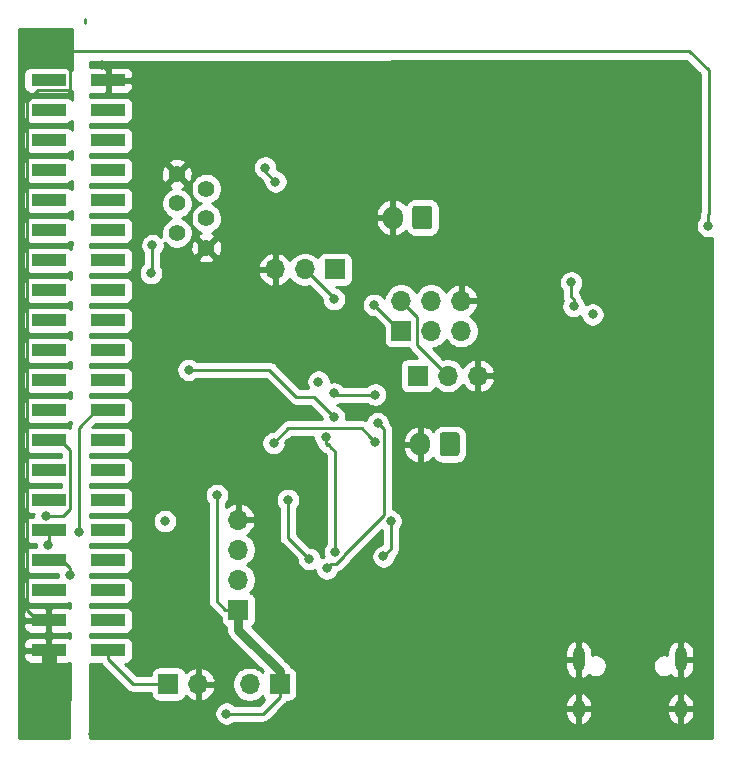
<source format=gbr>
G04 #@! TF.GenerationSoftware,KiCad,Pcbnew,(5.1.6)-1*
G04 #@! TF.CreationDate,2021-01-14T09:04:40+01:00*
G04 #@! TF.ProjectId,surface_mount_v4,73757266-6163-4655-9f6d-6f756e745f76,rev?*
G04 #@! TF.SameCoordinates,Original*
G04 #@! TF.FileFunction,Copper,L2,Bot*
G04 #@! TF.FilePolarity,Positive*
%FSLAX46Y46*%
G04 Gerber Fmt 4.6, Leading zero omitted, Abs format (unit mm)*
G04 Created by KiCad (PCBNEW (5.1.6)-1) date 2021-01-14 09:04:40*
%MOMM*%
%LPD*%
G01*
G04 APERTURE LIST*
G04 #@! TA.AperFunction,ComponentPad*
%ADD10O,1.700000X2.000000*%
G04 #@! TD*
G04 #@! TA.AperFunction,ComponentPad*
%ADD11C,1.400000*%
G04 #@! TD*
G04 #@! TA.AperFunction,ComponentPad*
%ADD12O,1.000000X2.100000*%
G04 #@! TD*
G04 #@! TA.AperFunction,ComponentPad*
%ADD13O,1.000000X1.600000*%
G04 #@! TD*
G04 #@! TA.AperFunction,ComponentPad*
%ADD14O,1.700000X1.700000*%
G04 #@! TD*
G04 #@! TA.AperFunction,ComponentPad*
%ADD15R,1.700000X1.700000*%
G04 #@! TD*
G04 #@! TA.AperFunction,SMDPad,CuDef*
%ADD16R,3.000000X1.000000*%
G04 #@! TD*
G04 #@! TA.AperFunction,ViaPad*
%ADD17C,0.800000*%
G04 #@! TD*
G04 #@! TA.AperFunction,Conductor*
%ADD18C,0.250000*%
G04 #@! TD*
G04 #@! TA.AperFunction,Conductor*
%ADD19C,0.762000*%
G04 #@! TD*
G04 #@! TA.AperFunction,Conductor*
%ADD20C,1.270000*%
G04 #@! TD*
G04 #@! TA.AperFunction,Conductor*
%ADD21C,0.254000*%
G04 #@! TD*
G04 APERTURE END LIST*
D10*
X142350000Y-114210000D03*
G04 #@! TA.AperFunction,ComponentPad*
G36*
G01*
X145700000Y-113460000D02*
X145700000Y-114960000D01*
G75*
G02*
X145450000Y-115210000I-250000J0D01*
G01*
X144250000Y-115210000D01*
G75*
G02*
X144000000Y-114960000I0J250000D01*
G01*
X144000000Y-113460000D01*
G75*
G02*
X144250000Y-113210000I250000J0D01*
G01*
X145450000Y-113210000D01*
G75*
G02*
X145700000Y-113460000I0J-250000D01*
G01*
G37*
G04 #@! TD.AperFunction*
D11*
X126550000Y-116760000D03*
X124050000Y-115510000D03*
X126550000Y-114260000D03*
X124050000Y-113010000D03*
X126550000Y-111760000D03*
X124050000Y-110510000D03*
D10*
X144650000Y-133410000D03*
G04 #@! TA.AperFunction,ComponentPad*
G36*
G01*
X148000000Y-132660000D02*
X148000000Y-134160000D01*
G75*
G02*
X147750000Y-134410000I-250000J0D01*
G01*
X146550000Y-134410000D01*
G75*
G02*
X146300000Y-134160000I0J250000D01*
G01*
X146300000Y-132660000D01*
G75*
G02*
X146550000Y-132410000I250000J0D01*
G01*
X147750000Y-132410000D01*
G75*
G02*
X148000000Y-132660000I0J-250000D01*
G01*
G37*
G04 #@! TD.AperFunction*
D12*
X158080000Y-151630000D03*
X166720000Y-151630000D03*
D13*
X158080000Y-155810000D03*
X166720000Y-155810000D03*
D14*
X125890000Y-153710000D03*
D15*
X123350000Y-153710000D03*
D14*
X132370000Y-118610000D03*
X134910000Y-118610000D03*
D15*
X137450000Y-118610000D03*
D14*
X149530000Y-127610000D03*
X146990000Y-127610000D03*
D15*
X144450000Y-127610000D03*
D16*
X113194500Y-102585980D03*
X118234500Y-102585980D03*
X113194500Y-105125980D03*
X118234500Y-105125980D03*
X113194500Y-107665980D03*
X118234500Y-107665980D03*
X113194500Y-110205980D03*
X118234500Y-110205980D03*
X113194500Y-112745980D03*
X118234500Y-112745980D03*
X113194500Y-115285980D03*
X118234500Y-115285980D03*
X113194500Y-117825980D03*
X118234500Y-117825980D03*
X113194500Y-120365980D03*
X118234500Y-120365980D03*
X113194500Y-122905980D03*
X118234500Y-122905980D03*
X113194500Y-125445980D03*
X118234500Y-125445980D03*
X113194500Y-127985980D03*
X118234500Y-127985980D03*
X113194500Y-130525980D03*
X118234500Y-130525980D03*
X113194500Y-133065980D03*
X118234500Y-133065980D03*
X113194500Y-135605980D03*
X118234500Y-135605980D03*
X113194500Y-138145980D03*
X118234500Y-138145980D03*
X113194500Y-140685980D03*
X118234500Y-140685980D03*
X113194500Y-143225980D03*
X118234500Y-143225980D03*
X113194500Y-145765980D03*
X118234500Y-145765980D03*
X113194500Y-148305980D03*
X118234500Y-148305980D03*
X113194500Y-150845980D03*
X118234500Y-150845980D03*
D14*
X130210000Y-153710000D03*
D15*
X132750000Y-153710000D03*
D14*
X129250000Y-139790000D03*
X129250000Y-142330000D03*
X129250000Y-144870000D03*
D15*
X129250000Y-147410000D03*
D14*
X148130000Y-121270000D03*
X148130000Y-123810000D03*
X145590000Y-121270000D03*
X145590000Y-123810000D03*
X143050000Y-121270000D03*
D15*
X143050000Y-123810000D03*
D17*
X151050000Y-104110000D03*
X127650000Y-133510000D03*
X124650000Y-146510000D03*
X139250000Y-123310000D03*
X117708520Y-101310000D03*
X121250000Y-110210000D03*
X120850000Y-125110000D03*
X132679160Y-122810000D03*
X133850000Y-110910000D03*
X125250000Y-101910000D03*
X133550000Y-133310000D03*
X135250000Y-133510000D03*
X135650000Y-136610000D03*
X159150000Y-129510000D03*
X116950000Y-157910000D03*
X123450000Y-141310000D03*
X138260000Y-144710000D03*
X147450000Y-147810000D03*
X136650000Y-145310000D03*
X152750000Y-124210000D03*
X157150000Y-145510000D03*
X159050000Y-114010000D03*
X120650000Y-129910000D03*
X137350000Y-121110000D03*
X128250000Y-156210000D03*
X131527347Y-109987347D03*
X132402653Y-111162653D03*
X133450000Y-138110000D03*
X135250000Y-143110000D03*
X121987347Y-116547347D03*
X121850000Y-118910000D03*
X127450000Y-137710000D03*
X157650000Y-121710000D03*
X157450000Y-119710000D03*
X123050000Y-139910000D03*
X136650000Y-132810000D03*
X137450000Y-142535000D03*
X115050000Y-144510000D03*
X115750000Y-140810000D03*
X140850000Y-129210000D03*
X137350226Y-129110226D03*
X113150000Y-141910000D03*
X141550000Y-142910000D03*
X142150000Y-139910000D03*
X132250000Y-133302258D03*
X140850000Y-133210000D03*
X112950000Y-139510000D03*
X136050000Y-128110000D03*
X159250000Y-122410000D03*
X113050000Y-152310000D03*
X169050000Y-114910000D03*
X137350000Y-131110000D03*
X125050000Y-127110000D03*
X140751204Y-121611204D03*
X163460000Y-148030000D03*
X136750000Y-143910000D03*
X141050000Y-131610000D03*
D18*
X116250000Y-97410000D02*
X116250000Y-97710000D01*
X118234500Y-101835980D02*
X117708520Y-101310000D01*
X118234500Y-102585980D02*
X118234500Y-101835980D01*
X137350000Y-121050000D02*
X137350000Y-121110000D01*
X134910000Y-118610000D02*
X137350000Y-121050000D01*
X131527347Y-109987347D02*
X131527347Y-110287347D01*
X131527347Y-110287347D02*
X132402653Y-111162653D01*
X133450000Y-138110000D02*
X133450000Y-140435000D01*
X133450000Y-141310000D02*
X135250000Y-143110000D01*
X133450000Y-140435000D02*
X133450000Y-141310000D01*
X128815685Y-156210000D02*
X128250000Y-156210000D01*
X131350000Y-156210000D02*
X128815685Y-156210000D01*
X132750000Y-154810000D02*
X131350000Y-156210000D01*
X132750000Y-153710000D02*
X132750000Y-154810000D01*
D19*
X132750000Y-153710000D02*
X132750000Y-152610000D01*
X132750000Y-152610000D02*
X129250000Y-149110000D01*
X129250000Y-149110000D02*
X129250000Y-147410000D01*
D18*
X121987347Y-116547347D02*
X121987347Y-118772653D01*
X121987347Y-118772653D02*
X121850000Y-118910000D01*
X127450000Y-146710000D02*
X127450000Y-137710000D01*
X129250000Y-147410000D02*
X128150000Y-147410000D01*
X128150000Y-147410000D02*
X127450000Y-146710000D01*
X157650000Y-121144315D02*
X157450000Y-120944315D01*
X157650000Y-121710000D02*
X157650000Y-121144315D01*
X157450000Y-120944315D02*
X157450000Y-119710000D01*
X146140001Y-126760001D02*
X146990000Y-127610000D01*
X144414999Y-125034999D02*
X146140001Y-126760001D01*
X144414999Y-122634999D02*
X144414999Y-125034999D01*
X143050000Y-121270000D02*
X144414999Y-122634999D01*
X137450000Y-142410000D02*
X137450000Y-142535000D01*
X137450000Y-134110000D02*
X137450000Y-134010000D01*
X137450000Y-134110000D02*
X137450000Y-142410000D01*
X137450000Y-134010000D02*
X137150000Y-133710000D01*
X136650000Y-133375685D02*
X136650000Y-132810000D01*
X136784315Y-133510000D02*
X136650000Y-133375685D01*
X136950000Y-133510000D02*
X136784315Y-133510000D01*
X136950000Y-133510000D02*
X136850000Y-133410000D01*
X137150000Y-133710000D02*
X136950000Y-133510000D01*
X113194500Y-143225980D02*
X114365980Y-143225980D01*
X115050000Y-143910000D02*
X115050000Y-144510000D01*
X114365980Y-143225980D02*
X115050000Y-143910000D01*
X118234500Y-151595980D02*
X118234500Y-150845980D01*
X120348520Y-153710000D02*
X118234500Y-151595980D01*
X123350000Y-153710000D02*
X120348520Y-153710000D01*
X115750000Y-140810000D02*
X115750000Y-132010480D01*
X115750000Y-132010480D02*
X117234500Y-130525980D01*
X117234500Y-130525980D02*
X118234500Y-130525980D01*
X137450000Y-129210000D02*
X137350226Y-129110226D01*
X140850000Y-129210000D02*
X137450000Y-129210000D01*
X113194500Y-141865500D02*
X113150000Y-141910000D01*
X113194500Y-140685980D02*
X113194500Y-141865500D01*
X142150000Y-142310000D02*
X141550000Y-142910000D01*
X142150000Y-139910000D02*
X142150000Y-142310000D01*
X140450001Y-132810001D02*
X140850000Y-133210000D01*
X139699990Y-132059990D02*
X140450001Y-132810001D01*
X133492268Y-132059990D02*
X139699990Y-132059990D01*
X132250000Y-133302258D02*
X133492268Y-132059990D01*
X114194500Y-133065980D02*
X113194500Y-133065980D01*
X115019501Y-133890981D02*
X114194500Y-133065980D01*
X115019501Y-138905981D02*
X115019501Y-133890981D01*
X114415482Y-139510000D02*
X115019501Y-138905981D01*
X112950000Y-139510000D02*
X114415482Y-139510000D01*
D20*
X113194500Y-150845980D02*
X113194500Y-152165500D01*
X113194500Y-152165500D02*
X113050000Y-152310000D01*
D18*
X167447991Y-100134989D02*
X169075001Y-101761999D01*
X169075001Y-101761999D02*
X169075001Y-113884999D01*
X114588601Y-100134989D02*
X167447991Y-100134989D01*
X114199991Y-100523599D02*
X114588601Y-100134989D01*
X115019501Y-101715911D02*
X114199991Y-100896401D01*
X115019501Y-103345981D02*
X115019501Y-101715911D01*
X112194500Y-148305980D02*
X111369499Y-147480979D01*
X113194500Y-148305980D02*
X112194500Y-148305980D01*
X111369499Y-147480979D02*
X111369499Y-104365979D01*
X114199991Y-100896401D02*
X114199991Y-100523599D01*
X112324497Y-103410981D02*
X114954501Y-103410981D01*
X111369499Y-104365979D02*
X112324497Y-103410981D01*
X114954501Y-103410981D02*
X115019501Y-103345981D01*
X169050000Y-113910000D02*
X169050000Y-114910000D01*
X169075001Y-113884999D02*
X169050000Y-113910000D01*
X131884315Y-127110000D02*
X125050000Y-127110000D01*
X135632843Y-129392843D02*
X137350000Y-131110000D01*
X134167157Y-129392843D02*
X135632843Y-129392843D01*
X134167157Y-129392843D02*
X131884315Y-127110000D01*
X142950000Y-123810000D02*
X143050000Y-123810000D01*
X140751204Y-121611204D02*
X142950000Y-123810000D01*
X137149999Y-143510001D02*
X136750000Y-143910000D01*
X137548001Y-143510001D02*
X137149999Y-143510001D01*
X138175001Y-142883001D02*
X137548001Y-143510001D01*
X138175001Y-142811997D02*
X138175001Y-142883001D01*
X141575001Y-139411997D02*
X138175001Y-142811997D01*
X141575001Y-132135001D02*
X141575001Y-139411997D01*
X141050000Y-131610000D02*
X141575001Y-132135001D01*
D21*
G36*
X168315001Y-102076801D02*
G01*
X168315002Y-113714846D01*
X168300997Y-113761015D01*
X168290000Y-113872668D01*
X168290000Y-113872678D01*
X168286324Y-113910000D01*
X168290000Y-113947323D01*
X168290000Y-114206289D01*
X168246063Y-114250226D01*
X168132795Y-114419744D01*
X168054774Y-114608102D01*
X168015000Y-114808061D01*
X168015000Y-115011939D01*
X168054774Y-115211898D01*
X168132795Y-115400256D01*
X168246063Y-115569774D01*
X168390226Y-115713937D01*
X168559744Y-115827205D01*
X168748102Y-115905226D01*
X168948061Y-115945000D01*
X169151939Y-115945000D01*
X169340001Y-115907593D01*
X169340000Y-158315000D01*
X116722074Y-158315000D01*
X116717098Y-151982338D01*
X116734500Y-151984052D01*
X117580174Y-151984052D01*
X117599526Y-152020256D01*
X117618036Y-152042810D01*
X117694499Y-152135981D01*
X117723503Y-152159784D01*
X119784721Y-154221003D01*
X119808519Y-154250001D01*
X119924244Y-154344974D01*
X120056273Y-154415546D01*
X120199534Y-154459003D01*
X120311187Y-154470000D01*
X120311195Y-154470000D01*
X120348520Y-154473676D01*
X120385845Y-154470000D01*
X121861928Y-154470000D01*
X121861928Y-154560000D01*
X121874188Y-154684482D01*
X121910498Y-154804180D01*
X121969463Y-154914494D01*
X122048815Y-155011185D01*
X122145506Y-155090537D01*
X122255820Y-155149502D01*
X122375518Y-155185812D01*
X122500000Y-155198072D01*
X124200000Y-155198072D01*
X124324482Y-155185812D01*
X124444180Y-155149502D01*
X124554494Y-155090537D01*
X124651185Y-155011185D01*
X124730537Y-154914494D01*
X124789502Y-154804180D01*
X124813966Y-154723534D01*
X124889731Y-154807588D01*
X125123080Y-154981641D01*
X125385901Y-155106825D01*
X125533110Y-155151476D01*
X125763000Y-155030155D01*
X125763000Y-153837000D01*
X126017000Y-153837000D01*
X126017000Y-155030155D01*
X126246890Y-155151476D01*
X126394099Y-155106825D01*
X126656920Y-154981641D01*
X126890269Y-154807588D01*
X127085178Y-154591355D01*
X127234157Y-154341252D01*
X127331481Y-154066891D01*
X127210814Y-153837000D01*
X126017000Y-153837000D01*
X125763000Y-153837000D01*
X125743000Y-153837000D01*
X125743000Y-153583000D01*
X125763000Y-153583000D01*
X125763000Y-152389845D01*
X126017000Y-152389845D01*
X126017000Y-153583000D01*
X127210814Y-153583000D01*
X127331481Y-153353109D01*
X127234157Y-153078748D01*
X127085178Y-152828645D01*
X126890269Y-152612412D01*
X126656920Y-152438359D01*
X126394099Y-152313175D01*
X126246890Y-152268524D01*
X126017000Y-152389845D01*
X125763000Y-152389845D01*
X125533110Y-152268524D01*
X125385901Y-152313175D01*
X125123080Y-152438359D01*
X124889731Y-152612412D01*
X124813966Y-152696466D01*
X124789502Y-152615820D01*
X124730537Y-152505506D01*
X124651185Y-152408815D01*
X124554494Y-152329463D01*
X124444180Y-152270498D01*
X124324482Y-152234188D01*
X124200000Y-152221928D01*
X122500000Y-152221928D01*
X122375518Y-152234188D01*
X122255820Y-152270498D01*
X122145506Y-152329463D01*
X122048815Y-152408815D01*
X121969463Y-152505506D01*
X121910498Y-152615820D01*
X121874188Y-152735518D01*
X121861928Y-152860000D01*
X121861928Y-152950000D01*
X120663322Y-152950000D01*
X119697373Y-151984052D01*
X119734500Y-151984052D01*
X119858982Y-151971792D01*
X119978680Y-151935482D01*
X120088994Y-151876517D01*
X120185685Y-151797165D01*
X120265037Y-151700474D01*
X120324002Y-151590160D01*
X120360312Y-151470462D01*
X120372572Y-151345980D01*
X120372572Y-150345980D01*
X120360312Y-150221498D01*
X120324002Y-150101800D01*
X120265037Y-149991486D01*
X120185685Y-149894795D01*
X120088994Y-149815443D01*
X119978680Y-149756478D01*
X119858982Y-149720168D01*
X119734500Y-149707908D01*
X116734500Y-149707908D01*
X116715312Y-149709798D01*
X116715102Y-149442142D01*
X116734500Y-149444052D01*
X119734500Y-149444052D01*
X119858982Y-149431792D01*
X119978680Y-149395482D01*
X120088994Y-149336517D01*
X120185685Y-149257165D01*
X120265037Y-149160474D01*
X120324002Y-149050160D01*
X120360312Y-148930462D01*
X120372572Y-148805980D01*
X120372572Y-147805980D01*
X120360312Y-147681498D01*
X120324002Y-147561800D01*
X120265037Y-147451486D01*
X120185685Y-147354795D01*
X120088994Y-147275443D01*
X119978680Y-147216478D01*
X119858982Y-147180168D01*
X119734500Y-147167908D01*
X116734500Y-147167908D01*
X116713317Y-147169994D01*
X116713106Y-146901945D01*
X116734500Y-146904052D01*
X119734500Y-146904052D01*
X119858982Y-146891792D01*
X119978680Y-146855482D01*
X120088994Y-146796517D01*
X120185685Y-146717165D01*
X120265037Y-146620474D01*
X120324002Y-146510160D01*
X120360312Y-146390462D01*
X120372572Y-146265980D01*
X120372572Y-145265980D01*
X120360312Y-145141498D01*
X120324002Y-145021800D01*
X120265037Y-144911486D01*
X120185685Y-144814795D01*
X120088994Y-144735443D01*
X119978680Y-144676478D01*
X119858982Y-144640168D01*
X119734500Y-144627908D01*
X116734500Y-144627908D01*
X116711321Y-144630191D01*
X116711110Y-144361748D01*
X116734500Y-144364052D01*
X119734500Y-144364052D01*
X119858982Y-144351792D01*
X119978680Y-144315482D01*
X120088994Y-144256517D01*
X120185685Y-144177165D01*
X120265037Y-144080474D01*
X120324002Y-143970160D01*
X120360312Y-143850462D01*
X120372572Y-143725980D01*
X120372572Y-142725980D01*
X120360312Y-142601498D01*
X120324002Y-142481800D01*
X120265037Y-142371486D01*
X120185685Y-142274795D01*
X120088994Y-142195443D01*
X119978680Y-142136478D01*
X119858982Y-142100168D01*
X119734500Y-142087908D01*
X116734500Y-142087908D01*
X116709326Y-142090387D01*
X116709114Y-141821552D01*
X116734500Y-141824052D01*
X119734500Y-141824052D01*
X119858982Y-141811792D01*
X119978680Y-141775482D01*
X120088994Y-141716517D01*
X120185685Y-141637165D01*
X120265037Y-141540474D01*
X120324002Y-141430160D01*
X120360312Y-141310462D01*
X120372572Y-141185980D01*
X120372572Y-140185980D01*
X120360312Y-140061498D01*
X120324002Y-139941800D01*
X120265037Y-139831486D01*
X120245813Y-139808061D01*
X122015000Y-139808061D01*
X122015000Y-140011939D01*
X122054774Y-140211898D01*
X122132795Y-140400256D01*
X122246063Y-140569774D01*
X122390226Y-140713937D01*
X122559744Y-140827205D01*
X122748102Y-140905226D01*
X122948061Y-140945000D01*
X123151939Y-140945000D01*
X123351898Y-140905226D01*
X123540256Y-140827205D01*
X123709774Y-140713937D01*
X123853937Y-140569774D01*
X123967205Y-140400256D01*
X124045226Y-140211898D01*
X124085000Y-140011939D01*
X124085000Y-139808061D01*
X124045226Y-139608102D01*
X123967205Y-139419744D01*
X123853937Y-139250226D01*
X123709774Y-139106063D01*
X123540256Y-138992795D01*
X123351898Y-138914774D01*
X123151939Y-138875000D01*
X122948061Y-138875000D01*
X122748102Y-138914774D01*
X122559744Y-138992795D01*
X122390226Y-139106063D01*
X122246063Y-139250226D01*
X122132795Y-139419744D01*
X122054774Y-139608102D01*
X122015000Y-139808061D01*
X120245813Y-139808061D01*
X120185685Y-139734795D01*
X120088994Y-139655443D01*
X119978680Y-139596478D01*
X119858982Y-139560168D01*
X119734500Y-139547908D01*
X116734500Y-139547908D01*
X116707330Y-139550584D01*
X116707118Y-139281355D01*
X116734500Y-139284052D01*
X119734500Y-139284052D01*
X119858982Y-139271792D01*
X119978680Y-139235482D01*
X120088994Y-139176517D01*
X120185685Y-139097165D01*
X120265037Y-139000474D01*
X120324002Y-138890160D01*
X120360312Y-138770462D01*
X120372572Y-138645980D01*
X120372572Y-137645980D01*
X120368838Y-137608061D01*
X126415000Y-137608061D01*
X126415000Y-137811939D01*
X126454774Y-138011898D01*
X126532795Y-138200256D01*
X126646063Y-138369774D01*
X126690001Y-138413712D01*
X126690000Y-146672678D01*
X126686324Y-146710000D01*
X126690000Y-146747322D01*
X126690000Y-146747332D01*
X126700997Y-146858985D01*
X126714668Y-146904052D01*
X126744454Y-147002246D01*
X126815026Y-147134276D01*
X126852689Y-147180168D01*
X126909999Y-147250001D01*
X126939002Y-147273803D01*
X127586205Y-147921008D01*
X127609999Y-147950001D01*
X127638992Y-147973795D01*
X127638996Y-147973799D01*
X127709685Y-148031811D01*
X127725724Y-148044974D01*
X127761928Y-148064326D01*
X127761928Y-148260000D01*
X127774188Y-148384482D01*
X127810498Y-148504180D01*
X127869463Y-148614494D01*
X127948815Y-148711185D01*
X128045506Y-148790537D01*
X128155820Y-148849502D01*
X128234000Y-148873218D01*
X128234000Y-149060098D01*
X128229085Y-149110000D01*
X128234000Y-149159901D01*
X128248702Y-149309170D01*
X128306798Y-149500686D01*
X128401140Y-149677190D01*
X128528104Y-149831896D01*
X128566872Y-149863712D01*
X131313452Y-152610293D01*
X131310498Y-152615820D01*
X131288487Y-152688380D01*
X131156632Y-152556525D01*
X130913411Y-152394010D01*
X130643158Y-152282068D01*
X130356260Y-152225000D01*
X130063740Y-152225000D01*
X129776842Y-152282068D01*
X129506589Y-152394010D01*
X129263368Y-152556525D01*
X129056525Y-152763368D01*
X128894010Y-153006589D01*
X128782068Y-153276842D01*
X128725000Y-153563740D01*
X128725000Y-153856260D01*
X128782068Y-154143158D01*
X128894010Y-154413411D01*
X129056525Y-154656632D01*
X129263368Y-154863475D01*
X129506589Y-155025990D01*
X129776842Y-155137932D01*
X130063740Y-155195000D01*
X130356260Y-155195000D01*
X130643158Y-155137932D01*
X130913411Y-155025990D01*
X131156632Y-154863475D01*
X131288487Y-154731620D01*
X131310498Y-154804180D01*
X131369463Y-154914494D01*
X131448815Y-155011185D01*
X131462655Y-155022543D01*
X131035199Y-155450000D01*
X128953711Y-155450000D01*
X128909774Y-155406063D01*
X128740256Y-155292795D01*
X128551898Y-155214774D01*
X128351939Y-155175000D01*
X128148061Y-155175000D01*
X127948102Y-155214774D01*
X127759744Y-155292795D01*
X127590226Y-155406063D01*
X127446063Y-155550226D01*
X127332795Y-155719744D01*
X127254774Y-155908102D01*
X127215000Y-156108061D01*
X127215000Y-156311939D01*
X127254774Y-156511898D01*
X127332795Y-156700256D01*
X127446063Y-156869774D01*
X127590226Y-157013937D01*
X127759744Y-157127205D01*
X127948102Y-157205226D01*
X128148061Y-157245000D01*
X128351939Y-157245000D01*
X128551898Y-157205226D01*
X128740256Y-157127205D01*
X128909774Y-157013937D01*
X128953711Y-156970000D01*
X131312678Y-156970000D01*
X131350000Y-156973676D01*
X131387322Y-156970000D01*
X131387333Y-156970000D01*
X131498986Y-156959003D01*
X131642247Y-156915546D01*
X131774276Y-156844974D01*
X131890001Y-156750001D01*
X131913804Y-156720997D01*
X132697801Y-155937000D01*
X156945000Y-155937000D01*
X156945000Y-156237000D01*
X156991585Y-156455987D01*
X157079997Y-156661678D01*
X157206839Y-156846169D01*
X157367236Y-157002369D01*
X157555024Y-157124276D01*
X157778126Y-157204119D01*
X157953000Y-157077954D01*
X157953000Y-155937000D01*
X158207000Y-155937000D01*
X158207000Y-157077954D01*
X158381874Y-157204119D01*
X158604976Y-157124276D01*
X158792764Y-157002369D01*
X158953161Y-156846169D01*
X159080003Y-156661678D01*
X159168415Y-156455987D01*
X159215000Y-156237000D01*
X159215000Y-155937000D01*
X165585000Y-155937000D01*
X165585000Y-156237000D01*
X165631585Y-156455987D01*
X165719997Y-156661678D01*
X165846839Y-156846169D01*
X166007236Y-157002369D01*
X166195024Y-157124276D01*
X166418126Y-157204119D01*
X166593000Y-157077954D01*
X166593000Y-155937000D01*
X166847000Y-155937000D01*
X166847000Y-157077954D01*
X167021874Y-157204119D01*
X167244976Y-157124276D01*
X167432764Y-157002369D01*
X167593161Y-156846169D01*
X167720003Y-156661678D01*
X167808415Y-156455987D01*
X167855000Y-156237000D01*
X167855000Y-155937000D01*
X166847000Y-155937000D01*
X166593000Y-155937000D01*
X165585000Y-155937000D01*
X159215000Y-155937000D01*
X158207000Y-155937000D01*
X157953000Y-155937000D01*
X156945000Y-155937000D01*
X132697801Y-155937000D01*
X133251801Y-155383000D01*
X156945000Y-155383000D01*
X156945000Y-155683000D01*
X157953000Y-155683000D01*
X157953000Y-154542046D01*
X158207000Y-154542046D01*
X158207000Y-155683000D01*
X159215000Y-155683000D01*
X159215000Y-155383000D01*
X165585000Y-155383000D01*
X165585000Y-155683000D01*
X166593000Y-155683000D01*
X166593000Y-154542046D01*
X166847000Y-154542046D01*
X166847000Y-155683000D01*
X167855000Y-155683000D01*
X167855000Y-155383000D01*
X167808415Y-155164013D01*
X167720003Y-154958322D01*
X167593161Y-154773831D01*
X167432764Y-154617631D01*
X167244976Y-154495724D01*
X167021874Y-154415881D01*
X166847000Y-154542046D01*
X166593000Y-154542046D01*
X166418126Y-154415881D01*
X166195024Y-154495724D01*
X166007236Y-154617631D01*
X165846839Y-154773831D01*
X165719997Y-154958322D01*
X165631585Y-155164013D01*
X165585000Y-155383000D01*
X159215000Y-155383000D01*
X159168415Y-155164013D01*
X159080003Y-154958322D01*
X158953161Y-154773831D01*
X158792764Y-154617631D01*
X158604976Y-154495724D01*
X158381874Y-154415881D01*
X158207000Y-154542046D01*
X157953000Y-154542046D01*
X157778126Y-154415881D01*
X157555024Y-154495724D01*
X157367236Y-154617631D01*
X157206839Y-154773831D01*
X157079997Y-154958322D01*
X156991585Y-155164013D01*
X156945000Y-155383000D01*
X133251801Y-155383000D01*
X133261003Y-155373799D01*
X133290001Y-155350001D01*
X133336949Y-155292795D01*
X133384974Y-155234277D01*
X133404326Y-155198072D01*
X133600000Y-155198072D01*
X133724482Y-155185812D01*
X133844180Y-155149502D01*
X133954494Y-155090537D01*
X134051185Y-155011185D01*
X134130537Y-154914494D01*
X134189502Y-154804180D01*
X134225812Y-154684482D01*
X134238072Y-154560000D01*
X134238072Y-152860000D01*
X134225812Y-152735518D01*
X134189502Y-152615820D01*
X134130537Y-152505506D01*
X134051185Y-152408815D01*
X133954494Y-152329463D01*
X133844180Y-152270498D01*
X133724482Y-152234188D01*
X133696890Y-152231471D01*
X133693202Y-152219313D01*
X133598860Y-152042810D01*
X133471896Y-151888104D01*
X133433133Y-151856292D01*
X133333841Y-151757000D01*
X156945000Y-151757000D01*
X156945000Y-152307000D01*
X156991585Y-152525987D01*
X157079997Y-152731678D01*
X157206839Y-152916169D01*
X157367236Y-153072369D01*
X157555024Y-153194276D01*
X157778126Y-153274119D01*
X157953000Y-153147954D01*
X157953000Y-151757000D01*
X156945000Y-151757000D01*
X133333841Y-151757000D01*
X132529841Y-150953000D01*
X156945000Y-150953000D01*
X156945000Y-151503000D01*
X157953000Y-151503000D01*
X157953000Y-150112046D01*
X158207000Y-150112046D01*
X158207000Y-151503000D01*
X158227000Y-151503000D01*
X158227000Y-151757000D01*
X158207000Y-151757000D01*
X158207000Y-153147954D01*
X158381874Y-153274119D01*
X158604976Y-153194276D01*
X158792764Y-153072369D01*
X158937116Y-152931794D01*
X159055269Y-153010741D01*
X159229978Y-153083108D01*
X159415448Y-153120000D01*
X159604552Y-153120000D01*
X159790022Y-153083108D01*
X159964731Y-153010741D01*
X160121964Y-152905681D01*
X160255681Y-152771964D01*
X160360741Y-152614731D01*
X160433108Y-152440022D01*
X160470000Y-152254552D01*
X160470000Y-152065448D01*
X164330000Y-152065448D01*
X164330000Y-152254552D01*
X164366892Y-152440022D01*
X164439259Y-152614731D01*
X164544319Y-152771964D01*
X164678036Y-152905681D01*
X164835269Y-153010741D01*
X165009978Y-153083108D01*
X165195448Y-153120000D01*
X165384552Y-153120000D01*
X165570022Y-153083108D01*
X165744731Y-153010741D01*
X165862884Y-152931794D01*
X166007236Y-153072369D01*
X166195024Y-153194276D01*
X166418126Y-153274119D01*
X166593000Y-153147954D01*
X166593000Y-151757000D01*
X166847000Y-151757000D01*
X166847000Y-153147954D01*
X167021874Y-153274119D01*
X167244976Y-153194276D01*
X167432764Y-153072369D01*
X167593161Y-152916169D01*
X167720003Y-152731678D01*
X167808415Y-152525987D01*
X167855000Y-152307000D01*
X167855000Y-151757000D01*
X166847000Y-151757000D01*
X166593000Y-151757000D01*
X166573000Y-151757000D01*
X166573000Y-151503000D01*
X166593000Y-151503000D01*
X166593000Y-150112046D01*
X166847000Y-150112046D01*
X166847000Y-151503000D01*
X167855000Y-151503000D01*
X167855000Y-150953000D01*
X167808415Y-150734013D01*
X167720003Y-150528322D01*
X167593161Y-150343831D01*
X167432764Y-150187631D01*
X167244976Y-150065724D01*
X167021874Y-149985881D01*
X166847000Y-150112046D01*
X166593000Y-150112046D01*
X166418126Y-149985881D01*
X166195024Y-150065724D01*
X166007236Y-150187631D01*
X165846839Y-150343831D01*
X165719997Y-150528322D01*
X165631585Y-150734013D01*
X165585000Y-150953000D01*
X165585000Y-151243096D01*
X165570022Y-151236892D01*
X165384552Y-151200000D01*
X165195448Y-151200000D01*
X165009978Y-151236892D01*
X164835269Y-151309259D01*
X164678036Y-151414319D01*
X164544319Y-151548036D01*
X164439259Y-151705269D01*
X164366892Y-151879978D01*
X164330000Y-152065448D01*
X160470000Y-152065448D01*
X160433108Y-151879978D01*
X160360741Y-151705269D01*
X160255681Y-151548036D01*
X160121964Y-151414319D01*
X159964731Y-151309259D01*
X159790022Y-151236892D01*
X159604552Y-151200000D01*
X159415448Y-151200000D01*
X159229978Y-151236892D01*
X159215000Y-151243096D01*
X159215000Y-150953000D01*
X159168415Y-150734013D01*
X159080003Y-150528322D01*
X158953161Y-150343831D01*
X158792764Y-150187631D01*
X158604976Y-150065724D01*
X158381874Y-149985881D01*
X158207000Y-150112046D01*
X157953000Y-150112046D01*
X157778126Y-149985881D01*
X157555024Y-150065724D01*
X157367236Y-150187631D01*
X157206839Y-150343831D01*
X157079997Y-150528322D01*
X156991585Y-150734013D01*
X156945000Y-150953000D01*
X132529841Y-150953000D01*
X130397723Y-148820882D01*
X130454494Y-148790537D01*
X130551185Y-148711185D01*
X130630537Y-148614494D01*
X130689502Y-148504180D01*
X130725812Y-148384482D01*
X130738072Y-148260000D01*
X130738072Y-146560000D01*
X130725812Y-146435518D01*
X130689502Y-146315820D01*
X130630537Y-146205506D01*
X130551185Y-146108815D01*
X130454494Y-146029463D01*
X130344180Y-145970498D01*
X130271620Y-145948487D01*
X130403475Y-145816632D01*
X130565990Y-145573411D01*
X130677932Y-145303158D01*
X130735000Y-145016260D01*
X130735000Y-144723740D01*
X130677932Y-144436842D01*
X130565990Y-144166589D01*
X130403475Y-143923368D01*
X130196632Y-143716525D01*
X130022240Y-143600000D01*
X130196632Y-143483475D01*
X130403475Y-143276632D01*
X130565990Y-143033411D01*
X130677932Y-142763158D01*
X130735000Y-142476260D01*
X130735000Y-142183740D01*
X130677932Y-141896842D01*
X130565990Y-141626589D01*
X130403475Y-141383368D01*
X130196632Y-141176525D01*
X130014466Y-141054805D01*
X130131355Y-140985178D01*
X130347588Y-140790269D01*
X130521641Y-140556920D01*
X130646825Y-140294099D01*
X130691476Y-140146890D01*
X130570155Y-139917000D01*
X129377000Y-139917000D01*
X129377000Y-139937000D01*
X129123000Y-139937000D01*
X129123000Y-139917000D01*
X129103000Y-139917000D01*
X129103000Y-139663000D01*
X129123000Y-139663000D01*
X129123000Y-138469186D01*
X129377000Y-138469186D01*
X129377000Y-139663000D01*
X130570155Y-139663000D01*
X130691476Y-139433110D01*
X130646825Y-139285901D01*
X130521641Y-139023080D01*
X130347588Y-138789731D01*
X130131355Y-138594822D01*
X129881252Y-138445843D01*
X129606891Y-138348519D01*
X129377000Y-138469186D01*
X129123000Y-138469186D01*
X128893109Y-138348519D01*
X128618748Y-138445843D01*
X128368645Y-138594822D01*
X128210000Y-138737822D01*
X128210000Y-138413711D01*
X128253937Y-138369774D01*
X128367205Y-138200256D01*
X128445226Y-138011898D01*
X128485000Y-137811939D01*
X128485000Y-137608061D01*
X128445226Y-137408102D01*
X128367205Y-137219744D01*
X128253937Y-137050226D01*
X128109774Y-136906063D01*
X127940256Y-136792795D01*
X127751898Y-136714774D01*
X127551939Y-136675000D01*
X127348061Y-136675000D01*
X127148102Y-136714774D01*
X126959744Y-136792795D01*
X126790226Y-136906063D01*
X126646063Y-137050226D01*
X126532795Y-137219744D01*
X126454774Y-137408102D01*
X126415000Y-137608061D01*
X120368838Y-137608061D01*
X120360312Y-137521498D01*
X120324002Y-137401800D01*
X120265037Y-137291486D01*
X120185685Y-137194795D01*
X120088994Y-137115443D01*
X119978680Y-137056478D01*
X119858982Y-137020168D01*
X119734500Y-137007908D01*
X116734500Y-137007908D01*
X116705334Y-137010780D01*
X116705123Y-136741159D01*
X116734500Y-136744052D01*
X119734500Y-136744052D01*
X119858982Y-136731792D01*
X119978680Y-136695482D01*
X120088994Y-136636517D01*
X120185685Y-136557165D01*
X120265037Y-136460474D01*
X120324002Y-136350160D01*
X120360312Y-136230462D01*
X120372572Y-136105980D01*
X120372572Y-135105980D01*
X120360312Y-134981498D01*
X120324002Y-134861800D01*
X120265037Y-134751486D01*
X120185685Y-134654795D01*
X120088994Y-134575443D01*
X119978680Y-134516478D01*
X119858982Y-134480168D01*
X119734500Y-134467908D01*
X116734500Y-134467908D01*
X116703339Y-134470977D01*
X116703127Y-134200962D01*
X116734500Y-134204052D01*
X119734500Y-134204052D01*
X119858982Y-134191792D01*
X119978680Y-134155482D01*
X120088994Y-134096517D01*
X120185685Y-134017165D01*
X120265037Y-133920474D01*
X120324002Y-133810160D01*
X120360312Y-133690462D01*
X120372572Y-133565980D01*
X120372572Y-132565980D01*
X120360312Y-132441498D01*
X120324002Y-132321800D01*
X120265037Y-132211486D01*
X120185685Y-132114795D01*
X120088994Y-132035443D01*
X119978680Y-131976478D01*
X119858982Y-131940168D01*
X119734500Y-131927908D01*
X116907373Y-131927908D01*
X117171230Y-131664052D01*
X119734500Y-131664052D01*
X119858982Y-131651792D01*
X119978680Y-131615482D01*
X120088994Y-131556517D01*
X120185685Y-131477165D01*
X120265037Y-131380474D01*
X120324002Y-131270160D01*
X120360312Y-131150462D01*
X120372572Y-131025980D01*
X120372572Y-130025980D01*
X120360312Y-129901498D01*
X120324002Y-129781800D01*
X120265037Y-129671486D01*
X120185685Y-129574795D01*
X120088994Y-129495443D01*
X119978680Y-129436478D01*
X119858982Y-129400168D01*
X119734500Y-129387908D01*
X116734500Y-129387908D01*
X116699348Y-129391370D01*
X116699135Y-129120569D01*
X116734500Y-129124052D01*
X119734500Y-129124052D01*
X119858982Y-129111792D01*
X119978680Y-129075482D01*
X120088994Y-129016517D01*
X120185685Y-128937165D01*
X120265037Y-128840474D01*
X120324002Y-128730160D01*
X120360312Y-128610462D01*
X120372572Y-128485980D01*
X120372572Y-127485980D01*
X120360312Y-127361498D01*
X120324002Y-127241800D01*
X120265037Y-127131486D01*
X120185685Y-127034795D01*
X120153110Y-127008061D01*
X124015000Y-127008061D01*
X124015000Y-127211939D01*
X124054774Y-127411898D01*
X124132795Y-127600256D01*
X124246063Y-127769774D01*
X124390226Y-127913937D01*
X124559744Y-128027205D01*
X124748102Y-128105226D01*
X124948061Y-128145000D01*
X125151939Y-128145000D01*
X125351898Y-128105226D01*
X125540256Y-128027205D01*
X125709774Y-127913937D01*
X125753711Y-127870000D01*
X131569514Y-127870000D01*
X133603357Y-129903845D01*
X133627156Y-129932844D01*
X133656154Y-129956642D01*
X133742880Y-130027817D01*
X133831153Y-130075000D01*
X133874910Y-130098389D01*
X134018171Y-130141846D01*
X134129824Y-130152843D01*
X134129833Y-130152843D01*
X134167156Y-130156519D01*
X134204481Y-130152843D01*
X135318042Y-130152843D01*
X136315000Y-131149802D01*
X136315000Y-131211939D01*
X136332514Y-131299990D01*
X133529590Y-131299990D01*
X133492267Y-131296314D01*
X133454944Y-131299990D01*
X133454935Y-131299990D01*
X133343282Y-131310987D01*
X133200021Y-131354444D01*
X133067992Y-131425016D01*
X132952267Y-131519989D01*
X132928469Y-131548987D01*
X132210199Y-132267258D01*
X132148061Y-132267258D01*
X131948102Y-132307032D01*
X131759744Y-132385053D01*
X131590226Y-132498321D01*
X131446063Y-132642484D01*
X131332795Y-132812002D01*
X131254774Y-133000360D01*
X131215000Y-133200319D01*
X131215000Y-133404197D01*
X131254774Y-133604156D01*
X131332795Y-133792514D01*
X131446063Y-133962032D01*
X131590226Y-134106195D01*
X131759744Y-134219463D01*
X131948102Y-134297484D01*
X132148061Y-134337258D01*
X132351939Y-134337258D01*
X132551898Y-134297484D01*
X132740256Y-134219463D01*
X132909774Y-134106195D01*
X133053937Y-133962032D01*
X133167205Y-133792514D01*
X133245226Y-133604156D01*
X133285000Y-133404197D01*
X133285000Y-133342059D01*
X133807070Y-132819990D01*
X135615000Y-132819990D01*
X135615000Y-132911939D01*
X135654774Y-133111898D01*
X135732795Y-133300256D01*
X135846063Y-133469774D01*
X135901014Y-133524725D01*
X135934245Y-133634276D01*
X135944454Y-133667931D01*
X136015026Y-133799961D01*
X136051968Y-133844974D01*
X136109999Y-133915686D01*
X136139003Y-133939489D01*
X136220511Y-134020997D01*
X136244314Y-134050001D01*
X136360039Y-134144974D01*
X136492068Y-134215546D01*
X136619357Y-134254158D01*
X136690000Y-134324801D01*
X136690001Y-141831288D01*
X136646063Y-141875226D01*
X136532795Y-142044744D01*
X136454774Y-142233102D01*
X136415000Y-142433061D01*
X136415000Y-142636939D01*
X136454774Y-142836898D01*
X136484068Y-142907620D01*
X136448102Y-142914774D01*
X136280272Y-142984292D01*
X136245226Y-142808102D01*
X136167205Y-142619744D01*
X136053937Y-142450226D01*
X135909774Y-142306063D01*
X135740256Y-142192795D01*
X135551898Y-142114774D01*
X135351939Y-142075000D01*
X135289802Y-142075000D01*
X134210000Y-140995199D01*
X134210000Y-138813711D01*
X134253937Y-138769774D01*
X134367205Y-138600256D01*
X134445226Y-138411898D01*
X134485000Y-138211939D01*
X134485000Y-138008061D01*
X134445226Y-137808102D01*
X134367205Y-137619744D01*
X134253937Y-137450226D01*
X134109774Y-137306063D01*
X133940256Y-137192795D01*
X133751898Y-137114774D01*
X133551939Y-137075000D01*
X133348061Y-137075000D01*
X133148102Y-137114774D01*
X132959744Y-137192795D01*
X132790226Y-137306063D01*
X132646063Y-137450226D01*
X132532795Y-137619744D01*
X132454774Y-137808102D01*
X132415000Y-138008061D01*
X132415000Y-138211939D01*
X132454774Y-138411898D01*
X132532795Y-138600256D01*
X132646063Y-138769774D01*
X132690000Y-138813711D01*
X132690001Y-140397658D01*
X132690000Y-140397668D01*
X132690000Y-141272678D01*
X132686324Y-141310000D01*
X132690000Y-141347322D01*
X132690000Y-141347333D01*
X132700998Y-141458986D01*
X132713439Y-141500000D01*
X132744454Y-141602246D01*
X132815026Y-141734276D01*
X132886201Y-141821002D01*
X132910000Y-141850001D01*
X132938998Y-141873799D01*
X134215000Y-143149802D01*
X134215000Y-143211939D01*
X134254774Y-143411898D01*
X134332795Y-143600256D01*
X134446063Y-143769774D01*
X134590226Y-143913937D01*
X134759744Y-144027205D01*
X134948102Y-144105226D01*
X135148061Y-144145000D01*
X135351939Y-144145000D01*
X135551898Y-144105226D01*
X135719728Y-144035708D01*
X135754774Y-144211898D01*
X135832795Y-144400256D01*
X135946063Y-144569774D01*
X136090226Y-144713937D01*
X136259744Y-144827205D01*
X136448102Y-144905226D01*
X136648061Y-144945000D01*
X136851939Y-144945000D01*
X137051898Y-144905226D01*
X137240256Y-144827205D01*
X137409774Y-144713937D01*
X137553937Y-144569774D01*
X137667205Y-144400256D01*
X137729842Y-144249038D01*
X137840248Y-144215547D01*
X137972277Y-144144975D01*
X138088002Y-144050002D01*
X138111804Y-144020999D01*
X138686003Y-143446801D01*
X138715002Y-143423002D01*
X138753743Y-143375796D01*
X138809975Y-143307278D01*
X138873653Y-143188146D01*
X141390000Y-140671799D01*
X141390001Y-141886549D01*
X141248102Y-141914774D01*
X141059744Y-141992795D01*
X140890226Y-142106063D01*
X140746063Y-142250226D01*
X140632795Y-142419744D01*
X140554774Y-142608102D01*
X140515000Y-142808061D01*
X140515000Y-143011939D01*
X140554774Y-143211898D01*
X140632795Y-143400256D01*
X140746063Y-143569774D01*
X140890226Y-143713937D01*
X141059744Y-143827205D01*
X141248102Y-143905226D01*
X141448061Y-143945000D01*
X141651939Y-143945000D01*
X141851898Y-143905226D01*
X142040256Y-143827205D01*
X142209774Y-143713937D01*
X142353937Y-143569774D01*
X142467205Y-143400256D01*
X142545226Y-143211898D01*
X142585000Y-143011939D01*
X142585000Y-142949802D01*
X142661002Y-142873800D01*
X142690001Y-142850001D01*
X142751828Y-142774665D01*
X142784974Y-142734277D01*
X142855546Y-142602247D01*
X142880570Y-142519751D01*
X142899003Y-142458986D01*
X142910000Y-142347333D01*
X142910000Y-142347324D01*
X142913676Y-142310001D01*
X142910000Y-142272678D01*
X142910000Y-140613711D01*
X142953937Y-140569774D01*
X143067205Y-140400256D01*
X143145226Y-140211898D01*
X143185000Y-140011939D01*
X143185000Y-139808061D01*
X143145226Y-139608102D01*
X143067205Y-139419744D01*
X142953937Y-139250226D01*
X142809774Y-139106063D01*
X142640256Y-138992795D01*
X142451898Y-138914774D01*
X142335001Y-138891522D01*
X142335001Y-133769742D01*
X143178715Y-133769742D01*
X143247904Y-134052745D01*
X143370975Y-134316812D01*
X143543198Y-134551795D01*
X143757954Y-134748664D01*
X144006991Y-134899854D01*
X144280739Y-134999554D01*
X144293110Y-135001476D01*
X144523000Y-134880155D01*
X144523000Y-133537000D01*
X143322768Y-133537000D01*
X143178715Y-133769742D01*
X142335001Y-133769742D01*
X142335001Y-133050258D01*
X143178715Y-133050258D01*
X143322768Y-133283000D01*
X144523000Y-133283000D01*
X144523000Y-131939845D01*
X144777000Y-131939845D01*
X144777000Y-133283000D01*
X144797000Y-133283000D01*
X144797000Y-133537000D01*
X144777000Y-133537000D01*
X144777000Y-134880155D01*
X145006890Y-135001476D01*
X145019261Y-134999554D01*
X145293009Y-134899854D01*
X145542046Y-134748664D01*
X145756802Y-134551795D01*
X145757086Y-134551407D01*
X145811595Y-134653386D01*
X145922038Y-134787962D01*
X146056614Y-134898405D01*
X146210150Y-134980472D01*
X146376746Y-135031008D01*
X146550000Y-135048072D01*
X147750000Y-135048072D01*
X147923254Y-135031008D01*
X148089850Y-134980472D01*
X148243386Y-134898405D01*
X148377962Y-134787962D01*
X148488405Y-134653386D01*
X148570472Y-134499850D01*
X148621008Y-134333254D01*
X148638072Y-134160000D01*
X148638072Y-132660000D01*
X148621008Y-132486746D01*
X148570472Y-132320150D01*
X148488405Y-132166614D01*
X148377962Y-132032038D01*
X148243386Y-131921595D01*
X148089850Y-131839528D01*
X147923254Y-131788992D01*
X147750000Y-131771928D01*
X146550000Y-131771928D01*
X146376746Y-131788992D01*
X146210150Y-131839528D01*
X146056614Y-131921595D01*
X145922038Y-132032038D01*
X145811595Y-132166614D01*
X145757086Y-132268593D01*
X145756802Y-132268205D01*
X145542046Y-132071336D01*
X145293009Y-131920146D01*
X145019261Y-131820446D01*
X145006890Y-131818524D01*
X144777000Y-131939845D01*
X144523000Y-131939845D01*
X144293110Y-131818524D01*
X144280739Y-131820446D01*
X144006991Y-131920146D01*
X143757954Y-132071336D01*
X143543198Y-132268205D01*
X143370975Y-132503188D01*
X143247904Y-132767255D01*
X143178715Y-133050258D01*
X142335001Y-133050258D01*
X142335001Y-132172334D01*
X142338678Y-132135001D01*
X142324004Y-131986015D01*
X142280547Y-131842754D01*
X142209975Y-131710725D01*
X142138800Y-131623998D01*
X142115002Y-131595000D01*
X142086004Y-131571203D01*
X142085000Y-131570198D01*
X142085000Y-131508061D01*
X142045226Y-131308102D01*
X141967205Y-131119744D01*
X141853937Y-130950226D01*
X141709774Y-130806063D01*
X141540256Y-130692795D01*
X141351898Y-130614774D01*
X141151939Y-130575000D01*
X140948061Y-130575000D01*
X140748102Y-130614774D01*
X140559744Y-130692795D01*
X140390226Y-130806063D01*
X140246063Y-130950226D01*
X140132795Y-131119744D01*
X140054774Y-131308102D01*
X140040432Y-131380205D01*
X139992237Y-131354444D01*
X139848976Y-131310987D01*
X139737323Y-131299990D01*
X139737312Y-131299990D01*
X139699990Y-131296314D01*
X139662668Y-131299990D01*
X138367486Y-131299990D01*
X138385000Y-131211939D01*
X138385000Y-131008061D01*
X138345226Y-130808102D01*
X138267205Y-130619744D01*
X138153937Y-130450226D01*
X138009774Y-130306063D01*
X137840256Y-130192795D01*
X137651898Y-130114774D01*
X137628578Y-130110135D01*
X137652124Y-130105452D01*
X137840482Y-130027431D01*
X137926434Y-129970000D01*
X140146289Y-129970000D01*
X140190226Y-130013937D01*
X140359744Y-130127205D01*
X140548102Y-130205226D01*
X140748061Y-130245000D01*
X140951939Y-130245000D01*
X141151898Y-130205226D01*
X141340256Y-130127205D01*
X141509774Y-130013937D01*
X141653937Y-129869774D01*
X141767205Y-129700256D01*
X141845226Y-129511898D01*
X141885000Y-129311939D01*
X141885000Y-129108061D01*
X141845226Y-128908102D01*
X141767205Y-128719744D01*
X141653937Y-128550226D01*
X141509774Y-128406063D01*
X141340256Y-128292795D01*
X141151898Y-128214774D01*
X140951939Y-128175000D01*
X140748061Y-128175000D01*
X140548102Y-128214774D01*
X140359744Y-128292795D01*
X140190226Y-128406063D01*
X140146289Y-128450000D01*
X138153711Y-128450000D01*
X138010000Y-128306289D01*
X137840482Y-128193021D01*
X137652124Y-128115000D01*
X137452165Y-128075226D01*
X137248287Y-128075226D01*
X137085000Y-128107706D01*
X137085000Y-128008061D01*
X137045226Y-127808102D01*
X136967205Y-127619744D01*
X136853937Y-127450226D01*
X136709774Y-127306063D01*
X136540256Y-127192795D01*
X136351898Y-127114774D01*
X136151939Y-127075000D01*
X135948061Y-127075000D01*
X135748102Y-127114774D01*
X135559744Y-127192795D01*
X135390226Y-127306063D01*
X135246063Y-127450226D01*
X135132795Y-127619744D01*
X135054774Y-127808102D01*
X135015000Y-128008061D01*
X135015000Y-128211939D01*
X135054774Y-128411898D01*
X135132795Y-128600256D01*
X135154569Y-128632843D01*
X134481959Y-128632843D01*
X132448119Y-126599003D01*
X132424316Y-126569999D01*
X132308591Y-126475026D01*
X132176562Y-126404454D01*
X132033301Y-126360997D01*
X131921648Y-126350000D01*
X131921638Y-126350000D01*
X131884315Y-126346324D01*
X131846993Y-126350000D01*
X125753711Y-126350000D01*
X125709774Y-126306063D01*
X125540256Y-126192795D01*
X125351898Y-126114774D01*
X125151939Y-126075000D01*
X124948061Y-126075000D01*
X124748102Y-126114774D01*
X124559744Y-126192795D01*
X124390226Y-126306063D01*
X124246063Y-126450226D01*
X124132795Y-126619744D01*
X124054774Y-126808102D01*
X124015000Y-127008061D01*
X120153110Y-127008061D01*
X120088994Y-126955443D01*
X119978680Y-126896478D01*
X119858982Y-126860168D01*
X119734500Y-126847908D01*
X116734500Y-126847908D01*
X116697352Y-126851567D01*
X116697139Y-126580372D01*
X116734500Y-126584052D01*
X119734500Y-126584052D01*
X119858982Y-126571792D01*
X119978680Y-126535482D01*
X120088994Y-126476517D01*
X120185685Y-126397165D01*
X120265037Y-126300474D01*
X120324002Y-126190160D01*
X120360312Y-126070462D01*
X120372572Y-125945980D01*
X120372572Y-124945980D01*
X120360312Y-124821498D01*
X120324002Y-124701800D01*
X120265037Y-124591486D01*
X120185685Y-124494795D01*
X120088994Y-124415443D01*
X119978680Y-124356478D01*
X119858982Y-124320168D01*
X119734500Y-124307908D01*
X116734500Y-124307908D01*
X116695356Y-124311763D01*
X116695143Y-124040176D01*
X116734500Y-124044052D01*
X119734500Y-124044052D01*
X119858982Y-124031792D01*
X119978680Y-123995482D01*
X120088994Y-123936517D01*
X120185685Y-123857165D01*
X120265037Y-123760474D01*
X120324002Y-123650160D01*
X120360312Y-123530462D01*
X120372572Y-123405980D01*
X120372572Y-122405980D01*
X120360312Y-122281498D01*
X120324002Y-122161800D01*
X120265037Y-122051486D01*
X120185685Y-121954795D01*
X120088994Y-121875443D01*
X119978680Y-121816478D01*
X119858982Y-121780168D01*
X119734500Y-121767908D01*
X116734500Y-121767908D01*
X116693361Y-121771960D01*
X116693147Y-121499979D01*
X116734500Y-121504052D01*
X119734500Y-121504052D01*
X119858982Y-121491792D01*
X119978680Y-121455482D01*
X120088994Y-121396517D01*
X120185685Y-121317165D01*
X120265037Y-121220474D01*
X120324002Y-121110160D01*
X120360312Y-120990462D01*
X120372572Y-120865980D01*
X120372572Y-119865980D01*
X120360312Y-119741498D01*
X120324002Y-119621800D01*
X120265037Y-119511486D01*
X120185685Y-119414795D01*
X120088994Y-119335443D01*
X119978680Y-119276478D01*
X119858982Y-119240168D01*
X119734500Y-119227908D01*
X116734500Y-119227908D01*
X116691365Y-119232156D01*
X116691151Y-118959783D01*
X116734500Y-118964052D01*
X119734500Y-118964052D01*
X119858982Y-118951792D01*
X119978680Y-118915482D01*
X120088994Y-118856517D01*
X120148037Y-118808061D01*
X120815000Y-118808061D01*
X120815000Y-119011939D01*
X120854774Y-119211898D01*
X120932795Y-119400256D01*
X121046063Y-119569774D01*
X121190226Y-119713937D01*
X121359744Y-119827205D01*
X121548102Y-119905226D01*
X121748061Y-119945000D01*
X121951939Y-119945000D01*
X122151898Y-119905226D01*
X122340256Y-119827205D01*
X122509774Y-119713937D01*
X122653937Y-119569774D01*
X122767205Y-119400256D01*
X122845226Y-119211898D01*
X122885000Y-119011939D01*
X122885000Y-118966891D01*
X130928519Y-118966891D01*
X131025843Y-119241252D01*
X131174822Y-119491355D01*
X131369731Y-119707588D01*
X131603080Y-119881641D01*
X131865901Y-120006825D01*
X132013110Y-120051476D01*
X132243000Y-119930155D01*
X132243000Y-118737000D01*
X131049186Y-118737000D01*
X130928519Y-118966891D01*
X122885000Y-118966891D01*
X122885000Y-118808061D01*
X122845226Y-118608102D01*
X122767205Y-118419744D01*
X122747347Y-118390024D01*
X122747347Y-118253109D01*
X130928519Y-118253109D01*
X131049186Y-118483000D01*
X132243000Y-118483000D01*
X132243000Y-117289845D01*
X132497000Y-117289845D01*
X132497000Y-118483000D01*
X132517000Y-118483000D01*
X132517000Y-118737000D01*
X132497000Y-118737000D01*
X132497000Y-119930155D01*
X132726890Y-120051476D01*
X132874099Y-120006825D01*
X133136920Y-119881641D01*
X133370269Y-119707588D01*
X133565178Y-119491355D01*
X133634805Y-119374466D01*
X133756525Y-119556632D01*
X133963368Y-119763475D01*
X134206589Y-119925990D01*
X134476842Y-120037932D01*
X134763740Y-120095000D01*
X135056260Y-120095000D01*
X135276408Y-120051209D01*
X136315000Y-121089802D01*
X136315000Y-121211939D01*
X136354774Y-121411898D01*
X136432795Y-121600256D01*
X136546063Y-121769774D01*
X136690226Y-121913937D01*
X136859744Y-122027205D01*
X137048102Y-122105226D01*
X137248061Y-122145000D01*
X137451939Y-122145000D01*
X137651898Y-122105226D01*
X137840256Y-122027205D01*
X138009774Y-121913937D01*
X138153937Y-121769774D01*
X138267205Y-121600256D01*
X138304894Y-121509265D01*
X139716204Y-121509265D01*
X139716204Y-121713143D01*
X139755978Y-121913102D01*
X139833999Y-122101460D01*
X139947267Y-122270978D01*
X140091430Y-122415141D01*
X140260948Y-122528409D01*
X140449306Y-122606430D01*
X140649265Y-122646204D01*
X140711403Y-122646204D01*
X141561928Y-123496730D01*
X141561928Y-124660000D01*
X141574188Y-124784482D01*
X141610498Y-124904180D01*
X141669463Y-125014494D01*
X141748815Y-125111185D01*
X141845506Y-125190537D01*
X141955820Y-125249502D01*
X142075518Y-125285812D01*
X142200000Y-125298072D01*
X143700604Y-125298072D01*
X143709453Y-125327245D01*
X143780025Y-125459275D01*
X143851200Y-125546001D01*
X143874999Y-125575000D01*
X143903997Y-125598798D01*
X144427127Y-126121928D01*
X143600000Y-126121928D01*
X143475518Y-126134188D01*
X143355820Y-126170498D01*
X143245506Y-126229463D01*
X143148815Y-126308815D01*
X143069463Y-126405506D01*
X143010498Y-126515820D01*
X142974188Y-126635518D01*
X142961928Y-126760000D01*
X142961928Y-128460000D01*
X142974188Y-128584482D01*
X143010498Y-128704180D01*
X143069463Y-128814494D01*
X143148815Y-128911185D01*
X143245506Y-128990537D01*
X143355820Y-129049502D01*
X143475518Y-129085812D01*
X143600000Y-129098072D01*
X145300000Y-129098072D01*
X145424482Y-129085812D01*
X145544180Y-129049502D01*
X145654494Y-128990537D01*
X145751185Y-128911185D01*
X145830537Y-128814494D01*
X145889502Y-128704180D01*
X145911513Y-128631620D01*
X146043368Y-128763475D01*
X146286589Y-128925990D01*
X146556842Y-129037932D01*
X146843740Y-129095000D01*
X147136260Y-129095000D01*
X147423158Y-129037932D01*
X147693411Y-128925990D01*
X147936632Y-128763475D01*
X148143475Y-128556632D01*
X148265195Y-128374466D01*
X148334822Y-128491355D01*
X148529731Y-128707588D01*
X148763080Y-128881641D01*
X149025901Y-129006825D01*
X149173110Y-129051476D01*
X149403000Y-128930155D01*
X149403000Y-127737000D01*
X149657000Y-127737000D01*
X149657000Y-128930155D01*
X149886890Y-129051476D01*
X150034099Y-129006825D01*
X150296920Y-128881641D01*
X150530269Y-128707588D01*
X150725178Y-128491355D01*
X150874157Y-128241252D01*
X150971481Y-127966891D01*
X150850814Y-127737000D01*
X149657000Y-127737000D01*
X149403000Y-127737000D01*
X149383000Y-127737000D01*
X149383000Y-127483000D01*
X149403000Y-127483000D01*
X149403000Y-126289845D01*
X149657000Y-126289845D01*
X149657000Y-127483000D01*
X150850814Y-127483000D01*
X150971481Y-127253109D01*
X150874157Y-126978748D01*
X150725178Y-126728645D01*
X150530269Y-126512412D01*
X150296920Y-126338359D01*
X150034099Y-126213175D01*
X149886890Y-126168524D01*
X149657000Y-126289845D01*
X149403000Y-126289845D01*
X149173110Y-126168524D01*
X149025901Y-126213175D01*
X148763080Y-126338359D01*
X148529731Y-126512412D01*
X148334822Y-126728645D01*
X148265195Y-126845534D01*
X148143475Y-126663368D01*
X147936632Y-126456525D01*
X147693411Y-126294010D01*
X147423158Y-126182068D01*
X147136260Y-126125000D01*
X146843740Y-126125000D01*
X146623592Y-126168790D01*
X145747555Y-125292753D01*
X146023158Y-125237932D01*
X146293411Y-125125990D01*
X146536632Y-124963475D01*
X146743475Y-124756632D01*
X146860000Y-124582240D01*
X146976525Y-124756632D01*
X147183368Y-124963475D01*
X147426589Y-125125990D01*
X147696842Y-125237932D01*
X147983740Y-125295000D01*
X148276260Y-125295000D01*
X148563158Y-125237932D01*
X148833411Y-125125990D01*
X149076632Y-124963475D01*
X149283475Y-124756632D01*
X149445990Y-124513411D01*
X149557932Y-124243158D01*
X149615000Y-123956260D01*
X149615000Y-123663740D01*
X149557932Y-123376842D01*
X149445990Y-123106589D01*
X149283475Y-122863368D01*
X149076632Y-122656525D01*
X148900594Y-122538900D01*
X149130269Y-122367588D01*
X149325178Y-122151355D01*
X149474157Y-121901252D01*
X149571481Y-121626891D01*
X149450814Y-121397000D01*
X148257000Y-121397000D01*
X148257000Y-121417000D01*
X148003000Y-121417000D01*
X148003000Y-121397000D01*
X147983000Y-121397000D01*
X147983000Y-121143000D01*
X148003000Y-121143000D01*
X148003000Y-119949845D01*
X148257000Y-119949845D01*
X148257000Y-121143000D01*
X149450814Y-121143000D01*
X149571481Y-120913109D01*
X149474157Y-120638748D01*
X149325178Y-120388645D01*
X149130269Y-120172412D01*
X148896920Y-119998359D01*
X148634099Y-119873175D01*
X148486890Y-119828524D01*
X148257000Y-119949845D01*
X148003000Y-119949845D01*
X147773110Y-119828524D01*
X147625901Y-119873175D01*
X147363080Y-119998359D01*
X147129731Y-120172412D01*
X146934822Y-120388645D01*
X146865195Y-120505534D01*
X146743475Y-120323368D01*
X146536632Y-120116525D01*
X146293411Y-119954010D01*
X146023158Y-119842068D01*
X145736260Y-119785000D01*
X145443740Y-119785000D01*
X145156842Y-119842068D01*
X144886589Y-119954010D01*
X144643368Y-120116525D01*
X144436525Y-120323368D01*
X144320000Y-120497760D01*
X144203475Y-120323368D01*
X143996632Y-120116525D01*
X143753411Y-119954010D01*
X143483158Y-119842068D01*
X143196260Y-119785000D01*
X142903740Y-119785000D01*
X142616842Y-119842068D01*
X142346589Y-119954010D01*
X142103368Y-120116525D01*
X141896525Y-120323368D01*
X141734010Y-120566589D01*
X141622068Y-120836842D01*
X141589150Y-121002329D01*
X141555141Y-120951430D01*
X141410978Y-120807267D01*
X141241460Y-120693999D01*
X141053102Y-120615978D01*
X140853143Y-120576204D01*
X140649265Y-120576204D01*
X140449306Y-120615978D01*
X140260948Y-120693999D01*
X140091430Y-120807267D01*
X139947267Y-120951430D01*
X139833999Y-121120948D01*
X139755978Y-121309306D01*
X139716204Y-121509265D01*
X138304894Y-121509265D01*
X138345226Y-121411898D01*
X138385000Y-121211939D01*
X138385000Y-121008061D01*
X138345226Y-120808102D01*
X138267205Y-120619744D01*
X138153937Y-120450226D01*
X138009774Y-120306063D01*
X137840256Y-120192795D01*
X137651898Y-120114774D01*
X137567931Y-120098072D01*
X138300000Y-120098072D01*
X138424482Y-120085812D01*
X138544180Y-120049502D01*
X138654494Y-119990537D01*
X138751185Y-119911185D01*
X138830537Y-119814494D01*
X138889502Y-119704180D01*
X138918659Y-119608061D01*
X156415000Y-119608061D01*
X156415000Y-119811939D01*
X156454774Y-120011898D01*
X156532795Y-120200256D01*
X156646063Y-120369774D01*
X156690000Y-120413711D01*
X156690000Y-120906992D01*
X156686324Y-120944315D01*
X156690000Y-120981637D01*
X156690000Y-120981647D01*
X156700997Y-121093300D01*
X156733056Y-121198985D01*
X156737305Y-121212994D01*
X156732795Y-121219744D01*
X156654774Y-121408102D01*
X156615000Y-121608061D01*
X156615000Y-121811939D01*
X156654774Y-122011898D01*
X156732795Y-122200256D01*
X156846063Y-122369774D01*
X156990226Y-122513937D01*
X157159744Y-122627205D01*
X157348102Y-122705226D01*
X157548061Y-122745000D01*
X157751939Y-122745000D01*
X157951898Y-122705226D01*
X158140256Y-122627205D01*
X158226469Y-122569599D01*
X158254774Y-122711898D01*
X158332795Y-122900256D01*
X158446063Y-123069774D01*
X158590226Y-123213937D01*
X158759744Y-123327205D01*
X158948102Y-123405226D01*
X159148061Y-123445000D01*
X159351939Y-123445000D01*
X159551898Y-123405226D01*
X159740256Y-123327205D01*
X159909774Y-123213937D01*
X160053937Y-123069774D01*
X160167205Y-122900256D01*
X160245226Y-122711898D01*
X160285000Y-122511939D01*
X160285000Y-122308061D01*
X160245226Y-122108102D01*
X160167205Y-121919744D01*
X160053937Y-121750226D01*
X159909774Y-121606063D01*
X159740256Y-121492795D01*
X159551898Y-121414774D01*
X159351939Y-121375000D01*
X159148061Y-121375000D01*
X158948102Y-121414774D01*
X158759744Y-121492795D01*
X158673531Y-121550401D01*
X158645226Y-121408102D01*
X158567205Y-121219744D01*
X158453937Y-121050226D01*
X158398987Y-120995276D01*
X158355546Y-120852068D01*
X158284974Y-120720039D01*
X158210000Y-120628683D01*
X158210000Y-120413711D01*
X158253937Y-120369774D01*
X158367205Y-120200256D01*
X158445226Y-120011898D01*
X158485000Y-119811939D01*
X158485000Y-119608061D01*
X158445226Y-119408102D01*
X158367205Y-119219744D01*
X158253937Y-119050226D01*
X158109774Y-118906063D01*
X157940256Y-118792795D01*
X157751898Y-118714774D01*
X157551939Y-118675000D01*
X157348061Y-118675000D01*
X157148102Y-118714774D01*
X156959744Y-118792795D01*
X156790226Y-118906063D01*
X156646063Y-119050226D01*
X156532795Y-119219744D01*
X156454774Y-119408102D01*
X156415000Y-119608061D01*
X138918659Y-119608061D01*
X138925812Y-119584482D01*
X138938072Y-119460000D01*
X138938072Y-117760000D01*
X138925812Y-117635518D01*
X138889502Y-117515820D01*
X138830537Y-117405506D01*
X138751185Y-117308815D01*
X138654494Y-117229463D01*
X138544180Y-117170498D01*
X138424482Y-117134188D01*
X138300000Y-117121928D01*
X136600000Y-117121928D01*
X136475518Y-117134188D01*
X136355820Y-117170498D01*
X136245506Y-117229463D01*
X136148815Y-117308815D01*
X136069463Y-117405506D01*
X136010498Y-117515820D01*
X135988487Y-117588380D01*
X135856632Y-117456525D01*
X135613411Y-117294010D01*
X135343158Y-117182068D01*
X135056260Y-117125000D01*
X134763740Y-117125000D01*
X134476842Y-117182068D01*
X134206589Y-117294010D01*
X133963368Y-117456525D01*
X133756525Y-117663368D01*
X133634805Y-117845534D01*
X133565178Y-117728645D01*
X133370269Y-117512412D01*
X133136920Y-117338359D01*
X132874099Y-117213175D01*
X132726890Y-117168524D01*
X132497000Y-117289845D01*
X132243000Y-117289845D01*
X132013110Y-117168524D01*
X131865901Y-117213175D01*
X131603080Y-117338359D01*
X131369731Y-117512412D01*
X131174822Y-117728645D01*
X131025843Y-117978748D01*
X130928519Y-118253109D01*
X122747347Y-118253109D01*
X122747347Y-117681269D01*
X125808336Y-117681269D01*
X125867797Y-117915037D01*
X126106242Y-118025934D01*
X126361740Y-118088183D01*
X126624473Y-118099390D01*
X126884344Y-118059125D01*
X127131366Y-117968935D01*
X127232203Y-117915037D01*
X127291664Y-117681269D01*
X126550000Y-116939605D01*
X125808336Y-117681269D01*
X122747347Y-117681269D01*
X122747347Y-117251058D01*
X122791284Y-117207121D01*
X122904552Y-117037603D01*
X122982573Y-116849245D01*
X123022347Y-116649286D01*
X123022347Y-116445408D01*
X123002390Y-116345077D01*
X123013038Y-116361013D01*
X123198987Y-116546962D01*
X123417641Y-116693061D01*
X123660595Y-116793696D01*
X123918514Y-116845000D01*
X124181486Y-116845000D01*
X124234408Y-116834473D01*
X125210610Y-116834473D01*
X125250875Y-117094344D01*
X125341065Y-117341366D01*
X125394963Y-117442203D01*
X125628731Y-117501664D01*
X126370395Y-116760000D01*
X126729605Y-116760000D01*
X127471269Y-117501664D01*
X127705037Y-117442203D01*
X127815934Y-117203758D01*
X127878183Y-116948260D01*
X127889390Y-116685527D01*
X127849125Y-116425656D01*
X127758935Y-116178634D01*
X127705037Y-116077797D01*
X127471269Y-116018336D01*
X126729605Y-116760000D01*
X126370395Y-116760000D01*
X125628731Y-116018336D01*
X125394963Y-116077797D01*
X125284066Y-116316242D01*
X125221817Y-116571740D01*
X125210610Y-116834473D01*
X124234408Y-116834473D01*
X124439405Y-116793696D01*
X124682359Y-116693061D01*
X124901013Y-116546962D01*
X125086962Y-116361013D01*
X125233061Y-116142359D01*
X125333696Y-115899405D01*
X125385000Y-115641486D01*
X125385000Y-115378514D01*
X125333696Y-115120595D01*
X125233061Y-114877641D01*
X125086962Y-114658987D01*
X124901013Y-114473038D01*
X124682359Y-114326939D01*
X124520754Y-114260000D01*
X124682359Y-114193061D01*
X124901013Y-114046962D01*
X125086962Y-113861013D01*
X125233061Y-113642359D01*
X125333696Y-113399405D01*
X125385000Y-113141486D01*
X125385000Y-112878514D01*
X125333696Y-112620595D01*
X125233061Y-112377641D01*
X125086962Y-112158987D01*
X124901013Y-111973038D01*
X124682359Y-111826939D01*
X124519882Y-111759639D01*
X124631366Y-111718935D01*
X124732203Y-111665037D01*
X124741492Y-111628514D01*
X125215000Y-111628514D01*
X125215000Y-111891486D01*
X125266304Y-112149405D01*
X125366939Y-112392359D01*
X125513038Y-112611013D01*
X125698987Y-112796962D01*
X125917641Y-112943061D01*
X126079246Y-113010000D01*
X125917641Y-113076939D01*
X125698987Y-113223038D01*
X125513038Y-113408987D01*
X125366939Y-113627641D01*
X125266304Y-113870595D01*
X125215000Y-114128514D01*
X125215000Y-114391486D01*
X125266304Y-114649405D01*
X125366939Y-114892359D01*
X125513038Y-115111013D01*
X125698987Y-115296962D01*
X125917641Y-115443061D01*
X126080118Y-115510361D01*
X125968634Y-115551065D01*
X125867797Y-115604963D01*
X125808336Y-115838731D01*
X126550000Y-116580395D01*
X127291664Y-115838731D01*
X127232203Y-115604963D01*
X127024596Y-115508408D01*
X127182359Y-115443061D01*
X127401013Y-115296962D01*
X127586962Y-115111013D01*
X127733061Y-114892359D01*
X127833696Y-114649405D01*
X127849542Y-114569742D01*
X140878715Y-114569742D01*
X140947904Y-114852745D01*
X141070975Y-115116812D01*
X141243198Y-115351795D01*
X141457954Y-115548664D01*
X141706991Y-115699854D01*
X141980739Y-115799554D01*
X141993110Y-115801476D01*
X142223000Y-115680155D01*
X142223000Y-114337000D01*
X141022768Y-114337000D01*
X140878715Y-114569742D01*
X127849542Y-114569742D01*
X127885000Y-114391486D01*
X127885000Y-114128514D01*
X127833696Y-113870595D01*
X127825273Y-113850258D01*
X140878715Y-113850258D01*
X141022768Y-114083000D01*
X142223000Y-114083000D01*
X142223000Y-112739845D01*
X142477000Y-112739845D01*
X142477000Y-114083000D01*
X142497000Y-114083000D01*
X142497000Y-114337000D01*
X142477000Y-114337000D01*
X142477000Y-115680155D01*
X142706890Y-115801476D01*
X142719261Y-115799554D01*
X142993009Y-115699854D01*
X143242046Y-115548664D01*
X143456802Y-115351795D01*
X143457086Y-115351407D01*
X143511595Y-115453386D01*
X143622038Y-115587962D01*
X143756614Y-115698405D01*
X143910150Y-115780472D01*
X144076746Y-115831008D01*
X144250000Y-115848072D01*
X145450000Y-115848072D01*
X145623254Y-115831008D01*
X145789850Y-115780472D01*
X145943386Y-115698405D01*
X146077962Y-115587962D01*
X146188405Y-115453386D01*
X146270472Y-115299850D01*
X146321008Y-115133254D01*
X146338072Y-114960000D01*
X146338072Y-113460000D01*
X146321008Y-113286746D01*
X146270472Y-113120150D01*
X146188405Y-112966614D01*
X146077962Y-112832038D01*
X145943386Y-112721595D01*
X145789850Y-112639528D01*
X145623254Y-112588992D01*
X145450000Y-112571928D01*
X144250000Y-112571928D01*
X144076746Y-112588992D01*
X143910150Y-112639528D01*
X143756614Y-112721595D01*
X143622038Y-112832038D01*
X143511595Y-112966614D01*
X143457086Y-113068593D01*
X143456802Y-113068205D01*
X143242046Y-112871336D01*
X142993009Y-112720146D01*
X142719261Y-112620446D01*
X142706890Y-112618524D01*
X142477000Y-112739845D01*
X142223000Y-112739845D01*
X141993110Y-112618524D01*
X141980739Y-112620446D01*
X141706991Y-112720146D01*
X141457954Y-112871336D01*
X141243198Y-113068205D01*
X141070975Y-113303188D01*
X140947904Y-113567255D01*
X140878715Y-113850258D01*
X127825273Y-113850258D01*
X127733061Y-113627641D01*
X127586962Y-113408987D01*
X127401013Y-113223038D01*
X127182359Y-113076939D01*
X127020754Y-113010000D01*
X127182359Y-112943061D01*
X127401013Y-112796962D01*
X127586962Y-112611013D01*
X127733061Y-112392359D01*
X127833696Y-112149405D01*
X127885000Y-111891486D01*
X127885000Y-111628514D01*
X127833696Y-111370595D01*
X127733061Y-111127641D01*
X127586962Y-110908987D01*
X127401013Y-110723038D01*
X127182359Y-110576939D01*
X126939405Y-110476304D01*
X126681486Y-110425000D01*
X126418514Y-110425000D01*
X126160595Y-110476304D01*
X125917641Y-110576939D01*
X125698987Y-110723038D01*
X125513038Y-110908987D01*
X125366939Y-111127641D01*
X125266304Y-111370595D01*
X125215000Y-111628514D01*
X124741492Y-111628514D01*
X124791664Y-111431269D01*
X124050000Y-110689605D01*
X123308336Y-111431269D01*
X123367797Y-111665037D01*
X123575404Y-111761592D01*
X123417641Y-111826939D01*
X123198987Y-111973038D01*
X123013038Y-112158987D01*
X122866939Y-112377641D01*
X122766304Y-112620595D01*
X122715000Y-112878514D01*
X122715000Y-113141486D01*
X122766304Y-113399405D01*
X122866939Y-113642359D01*
X123013038Y-113861013D01*
X123198987Y-114046962D01*
X123417641Y-114193061D01*
X123579246Y-114260000D01*
X123417641Y-114326939D01*
X123198987Y-114473038D01*
X123013038Y-114658987D01*
X122866939Y-114877641D01*
X122766304Y-115120595D01*
X122715000Y-115378514D01*
X122715000Y-115641486D01*
X122757163Y-115853452D01*
X122647121Y-115743410D01*
X122477603Y-115630142D01*
X122289245Y-115552121D01*
X122089286Y-115512347D01*
X121885408Y-115512347D01*
X121685449Y-115552121D01*
X121497091Y-115630142D01*
X121327573Y-115743410D01*
X121183410Y-115887573D01*
X121070142Y-116057091D01*
X120992121Y-116245449D01*
X120952347Y-116445408D01*
X120952347Y-116649286D01*
X120992121Y-116849245D01*
X121070142Y-117037603D01*
X121183410Y-117207121D01*
X121227347Y-117251058D01*
X121227348Y-118081259D01*
X121190226Y-118106063D01*
X121046063Y-118250226D01*
X120932795Y-118419744D01*
X120854774Y-118608102D01*
X120815000Y-118808061D01*
X120148037Y-118808061D01*
X120185685Y-118777165D01*
X120265037Y-118680474D01*
X120324002Y-118570160D01*
X120360312Y-118450462D01*
X120372572Y-118325980D01*
X120372572Y-117325980D01*
X120360312Y-117201498D01*
X120324002Y-117081800D01*
X120265037Y-116971486D01*
X120185685Y-116874795D01*
X120088994Y-116795443D01*
X119978680Y-116736478D01*
X119858982Y-116700168D01*
X119734500Y-116687908D01*
X116734500Y-116687908D01*
X116689370Y-116692353D01*
X116689155Y-116419586D01*
X116734500Y-116424052D01*
X119734500Y-116424052D01*
X119858982Y-116411792D01*
X119978680Y-116375482D01*
X120088994Y-116316517D01*
X120185685Y-116237165D01*
X120265037Y-116140474D01*
X120324002Y-116030160D01*
X120360312Y-115910462D01*
X120372572Y-115785980D01*
X120372572Y-114785980D01*
X120360312Y-114661498D01*
X120324002Y-114541800D01*
X120265037Y-114431486D01*
X120185685Y-114334795D01*
X120088994Y-114255443D01*
X119978680Y-114196478D01*
X119858982Y-114160168D01*
X119734500Y-114147908D01*
X116734500Y-114147908D01*
X116687374Y-114152549D01*
X116687159Y-113879390D01*
X116734500Y-113884052D01*
X119734500Y-113884052D01*
X119858982Y-113871792D01*
X119978680Y-113835482D01*
X120088994Y-113776517D01*
X120185685Y-113697165D01*
X120265037Y-113600474D01*
X120324002Y-113490160D01*
X120360312Y-113370462D01*
X120372572Y-113245980D01*
X120372572Y-112245980D01*
X120360312Y-112121498D01*
X120324002Y-112001800D01*
X120265037Y-111891486D01*
X120185685Y-111794795D01*
X120088994Y-111715443D01*
X119978680Y-111656478D01*
X119858982Y-111620168D01*
X119734500Y-111607908D01*
X116734500Y-111607908D01*
X116685378Y-111612746D01*
X116685164Y-111339193D01*
X116734500Y-111344052D01*
X119734500Y-111344052D01*
X119858982Y-111331792D01*
X119978680Y-111295482D01*
X120088994Y-111236517D01*
X120185685Y-111157165D01*
X120265037Y-111060474D01*
X120324002Y-110950160D01*
X120360312Y-110830462D01*
X120372572Y-110705980D01*
X120372572Y-110584473D01*
X122710610Y-110584473D01*
X122750875Y-110844344D01*
X122841065Y-111091366D01*
X122894963Y-111192203D01*
X123128731Y-111251664D01*
X123870395Y-110510000D01*
X124229605Y-110510000D01*
X124971269Y-111251664D01*
X125205037Y-111192203D01*
X125315934Y-110953758D01*
X125378183Y-110698260D01*
X125389390Y-110435527D01*
X125349125Y-110175656D01*
X125258935Y-109928634D01*
X125235831Y-109885408D01*
X130492347Y-109885408D01*
X130492347Y-110089286D01*
X130532121Y-110289245D01*
X130610142Y-110477603D01*
X130723410Y-110647121D01*
X130867573Y-110791284D01*
X131037091Y-110904552D01*
X131092845Y-110927646D01*
X131367653Y-111202454D01*
X131367653Y-111264592D01*
X131407427Y-111464551D01*
X131485448Y-111652909D01*
X131598716Y-111822427D01*
X131742879Y-111966590D01*
X131912397Y-112079858D01*
X132100755Y-112157879D01*
X132300714Y-112197653D01*
X132504592Y-112197653D01*
X132704551Y-112157879D01*
X132892909Y-112079858D01*
X133062427Y-111966590D01*
X133206590Y-111822427D01*
X133319858Y-111652909D01*
X133397879Y-111464551D01*
X133437653Y-111264592D01*
X133437653Y-111060714D01*
X133397879Y-110860755D01*
X133319858Y-110672397D01*
X133206590Y-110502879D01*
X133062427Y-110358716D01*
X132892909Y-110245448D01*
X132704551Y-110167427D01*
X132552808Y-110137244D01*
X132562347Y-110089286D01*
X132562347Y-109885408D01*
X132522573Y-109685449D01*
X132444552Y-109497091D01*
X132331284Y-109327573D01*
X132187121Y-109183410D01*
X132017603Y-109070142D01*
X131829245Y-108992121D01*
X131629286Y-108952347D01*
X131425408Y-108952347D01*
X131225449Y-108992121D01*
X131037091Y-109070142D01*
X130867573Y-109183410D01*
X130723410Y-109327573D01*
X130610142Y-109497091D01*
X130532121Y-109685449D01*
X130492347Y-109885408D01*
X125235831Y-109885408D01*
X125205037Y-109827797D01*
X124971269Y-109768336D01*
X124229605Y-110510000D01*
X123870395Y-110510000D01*
X123128731Y-109768336D01*
X122894963Y-109827797D01*
X122784066Y-110066242D01*
X122721817Y-110321740D01*
X122710610Y-110584473D01*
X120372572Y-110584473D01*
X120372572Y-109705980D01*
X120361025Y-109588731D01*
X123308336Y-109588731D01*
X124050000Y-110330395D01*
X124791664Y-109588731D01*
X124732203Y-109354963D01*
X124493758Y-109244066D01*
X124238260Y-109181817D01*
X123975527Y-109170610D01*
X123715656Y-109210875D01*
X123468634Y-109301065D01*
X123367797Y-109354963D01*
X123308336Y-109588731D01*
X120361025Y-109588731D01*
X120360312Y-109581498D01*
X120324002Y-109461800D01*
X120265037Y-109351486D01*
X120185685Y-109254795D01*
X120088994Y-109175443D01*
X119978680Y-109116478D01*
X119858982Y-109080168D01*
X119734500Y-109067908D01*
X116734500Y-109067908D01*
X116683383Y-109072942D01*
X116683168Y-108798996D01*
X116734500Y-108804052D01*
X119734500Y-108804052D01*
X119858982Y-108791792D01*
X119978680Y-108755482D01*
X120088994Y-108696517D01*
X120185685Y-108617165D01*
X120265037Y-108520474D01*
X120324002Y-108410160D01*
X120360312Y-108290462D01*
X120372572Y-108165980D01*
X120372572Y-107165980D01*
X120360312Y-107041498D01*
X120324002Y-106921800D01*
X120265037Y-106811486D01*
X120185685Y-106714795D01*
X120088994Y-106635443D01*
X119978680Y-106576478D01*
X119858982Y-106540168D01*
X119734500Y-106527908D01*
X116734500Y-106527908D01*
X116681387Y-106533139D01*
X116681172Y-106258800D01*
X116734500Y-106264052D01*
X119734500Y-106264052D01*
X119858982Y-106251792D01*
X119978680Y-106215482D01*
X120088994Y-106156517D01*
X120185685Y-106077165D01*
X120265037Y-105980474D01*
X120324002Y-105870160D01*
X120360312Y-105750462D01*
X120372572Y-105625980D01*
X120372572Y-104625980D01*
X120360312Y-104501498D01*
X120324002Y-104381800D01*
X120265037Y-104271486D01*
X120185685Y-104174795D01*
X120088994Y-104095443D01*
X119978680Y-104036478D01*
X119858982Y-104000168D01*
X119734500Y-103987908D01*
X116734500Y-103987908D01*
X116679392Y-103993336D01*
X116679176Y-103718603D01*
X116734500Y-103724052D01*
X117948750Y-103720980D01*
X118107500Y-103562230D01*
X118107500Y-102712980D01*
X118361500Y-102712980D01*
X118361500Y-103562230D01*
X118520250Y-103720980D01*
X119734500Y-103724052D01*
X119858982Y-103711792D01*
X119978680Y-103675482D01*
X120088994Y-103616517D01*
X120185685Y-103537165D01*
X120265037Y-103440474D01*
X120324002Y-103330160D01*
X120360312Y-103210462D01*
X120372572Y-103085980D01*
X120369500Y-102871730D01*
X120210750Y-102712980D01*
X118361500Y-102712980D01*
X118107500Y-102712980D01*
X118087500Y-102712980D01*
X118087500Y-102458980D01*
X118107500Y-102458980D01*
X118107500Y-101609730D01*
X118361500Y-101609730D01*
X118361500Y-102458980D01*
X120210750Y-102458980D01*
X120369500Y-102300230D01*
X120372572Y-102085980D01*
X120360312Y-101961498D01*
X120324002Y-101841800D01*
X120265037Y-101731486D01*
X120185685Y-101634795D01*
X120088994Y-101555443D01*
X119978680Y-101496478D01*
X119858982Y-101460168D01*
X119734500Y-101447908D01*
X118520250Y-101450980D01*
X118361500Y-101609730D01*
X118107500Y-101609730D01*
X117948750Y-101450980D01*
X116734500Y-101447908D01*
X116677396Y-101453532D01*
X116677100Y-101076625D01*
X167165857Y-100927656D01*
X168315001Y-102076801D01*
G37*
X168315001Y-102076801D02*
X168315002Y-113714846D01*
X168300997Y-113761015D01*
X168290000Y-113872668D01*
X168290000Y-113872678D01*
X168286324Y-113910000D01*
X168290000Y-113947323D01*
X168290000Y-114206289D01*
X168246063Y-114250226D01*
X168132795Y-114419744D01*
X168054774Y-114608102D01*
X168015000Y-114808061D01*
X168015000Y-115011939D01*
X168054774Y-115211898D01*
X168132795Y-115400256D01*
X168246063Y-115569774D01*
X168390226Y-115713937D01*
X168559744Y-115827205D01*
X168748102Y-115905226D01*
X168948061Y-115945000D01*
X169151939Y-115945000D01*
X169340001Y-115907593D01*
X169340000Y-158315000D01*
X116722074Y-158315000D01*
X116717098Y-151982338D01*
X116734500Y-151984052D01*
X117580174Y-151984052D01*
X117599526Y-152020256D01*
X117618036Y-152042810D01*
X117694499Y-152135981D01*
X117723503Y-152159784D01*
X119784721Y-154221003D01*
X119808519Y-154250001D01*
X119924244Y-154344974D01*
X120056273Y-154415546D01*
X120199534Y-154459003D01*
X120311187Y-154470000D01*
X120311195Y-154470000D01*
X120348520Y-154473676D01*
X120385845Y-154470000D01*
X121861928Y-154470000D01*
X121861928Y-154560000D01*
X121874188Y-154684482D01*
X121910498Y-154804180D01*
X121969463Y-154914494D01*
X122048815Y-155011185D01*
X122145506Y-155090537D01*
X122255820Y-155149502D01*
X122375518Y-155185812D01*
X122500000Y-155198072D01*
X124200000Y-155198072D01*
X124324482Y-155185812D01*
X124444180Y-155149502D01*
X124554494Y-155090537D01*
X124651185Y-155011185D01*
X124730537Y-154914494D01*
X124789502Y-154804180D01*
X124813966Y-154723534D01*
X124889731Y-154807588D01*
X125123080Y-154981641D01*
X125385901Y-155106825D01*
X125533110Y-155151476D01*
X125763000Y-155030155D01*
X125763000Y-153837000D01*
X126017000Y-153837000D01*
X126017000Y-155030155D01*
X126246890Y-155151476D01*
X126394099Y-155106825D01*
X126656920Y-154981641D01*
X126890269Y-154807588D01*
X127085178Y-154591355D01*
X127234157Y-154341252D01*
X127331481Y-154066891D01*
X127210814Y-153837000D01*
X126017000Y-153837000D01*
X125763000Y-153837000D01*
X125743000Y-153837000D01*
X125743000Y-153583000D01*
X125763000Y-153583000D01*
X125763000Y-152389845D01*
X126017000Y-152389845D01*
X126017000Y-153583000D01*
X127210814Y-153583000D01*
X127331481Y-153353109D01*
X127234157Y-153078748D01*
X127085178Y-152828645D01*
X126890269Y-152612412D01*
X126656920Y-152438359D01*
X126394099Y-152313175D01*
X126246890Y-152268524D01*
X126017000Y-152389845D01*
X125763000Y-152389845D01*
X125533110Y-152268524D01*
X125385901Y-152313175D01*
X125123080Y-152438359D01*
X124889731Y-152612412D01*
X124813966Y-152696466D01*
X124789502Y-152615820D01*
X124730537Y-152505506D01*
X124651185Y-152408815D01*
X124554494Y-152329463D01*
X124444180Y-152270498D01*
X124324482Y-152234188D01*
X124200000Y-152221928D01*
X122500000Y-152221928D01*
X122375518Y-152234188D01*
X122255820Y-152270498D01*
X122145506Y-152329463D01*
X122048815Y-152408815D01*
X121969463Y-152505506D01*
X121910498Y-152615820D01*
X121874188Y-152735518D01*
X121861928Y-152860000D01*
X121861928Y-152950000D01*
X120663322Y-152950000D01*
X119697373Y-151984052D01*
X119734500Y-151984052D01*
X119858982Y-151971792D01*
X119978680Y-151935482D01*
X120088994Y-151876517D01*
X120185685Y-151797165D01*
X120265037Y-151700474D01*
X120324002Y-151590160D01*
X120360312Y-151470462D01*
X120372572Y-151345980D01*
X120372572Y-150345980D01*
X120360312Y-150221498D01*
X120324002Y-150101800D01*
X120265037Y-149991486D01*
X120185685Y-149894795D01*
X120088994Y-149815443D01*
X119978680Y-149756478D01*
X119858982Y-149720168D01*
X119734500Y-149707908D01*
X116734500Y-149707908D01*
X116715312Y-149709798D01*
X116715102Y-149442142D01*
X116734500Y-149444052D01*
X119734500Y-149444052D01*
X119858982Y-149431792D01*
X119978680Y-149395482D01*
X120088994Y-149336517D01*
X120185685Y-149257165D01*
X120265037Y-149160474D01*
X120324002Y-149050160D01*
X120360312Y-148930462D01*
X120372572Y-148805980D01*
X120372572Y-147805980D01*
X120360312Y-147681498D01*
X120324002Y-147561800D01*
X120265037Y-147451486D01*
X120185685Y-147354795D01*
X120088994Y-147275443D01*
X119978680Y-147216478D01*
X119858982Y-147180168D01*
X119734500Y-147167908D01*
X116734500Y-147167908D01*
X116713317Y-147169994D01*
X116713106Y-146901945D01*
X116734500Y-146904052D01*
X119734500Y-146904052D01*
X119858982Y-146891792D01*
X119978680Y-146855482D01*
X120088994Y-146796517D01*
X120185685Y-146717165D01*
X120265037Y-146620474D01*
X120324002Y-146510160D01*
X120360312Y-146390462D01*
X120372572Y-146265980D01*
X120372572Y-145265980D01*
X120360312Y-145141498D01*
X120324002Y-145021800D01*
X120265037Y-144911486D01*
X120185685Y-144814795D01*
X120088994Y-144735443D01*
X119978680Y-144676478D01*
X119858982Y-144640168D01*
X119734500Y-144627908D01*
X116734500Y-144627908D01*
X116711321Y-144630191D01*
X116711110Y-144361748D01*
X116734500Y-144364052D01*
X119734500Y-144364052D01*
X119858982Y-144351792D01*
X119978680Y-144315482D01*
X120088994Y-144256517D01*
X120185685Y-144177165D01*
X120265037Y-144080474D01*
X120324002Y-143970160D01*
X120360312Y-143850462D01*
X120372572Y-143725980D01*
X120372572Y-142725980D01*
X120360312Y-142601498D01*
X120324002Y-142481800D01*
X120265037Y-142371486D01*
X120185685Y-142274795D01*
X120088994Y-142195443D01*
X119978680Y-142136478D01*
X119858982Y-142100168D01*
X119734500Y-142087908D01*
X116734500Y-142087908D01*
X116709326Y-142090387D01*
X116709114Y-141821552D01*
X116734500Y-141824052D01*
X119734500Y-141824052D01*
X119858982Y-141811792D01*
X119978680Y-141775482D01*
X120088994Y-141716517D01*
X120185685Y-141637165D01*
X120265037Y-141540474D01*
X120324002Y-141430160D01*
X120360312Y-141310462D01*
X120372572Y-141185980D01*
X120372572Y-140185980D01*
X120360312Y-140061498D01*
X120324002Y-139941800D01*
X120265037Y-139831486D01*
X120245813Y-139808061D01*
X122015000Y-139808061D01*
X122015000Y-140011939D01*
X122054774Y-140211898D01*
X122132795Y-140400256D01*
X122246063Y-140569774D01*
X122390226Y-140713937D01*
X122559744Y-140827205D01*
X122748102Y-140905226D01*
X122948061Y-140945000D01*
X123151939Y-140945000D01*
X123351898Y-140905226D01*
X123540256Y-140827205D01*
X123709774Y-140713937D01*
X123853937Y-140569774D01*
X123967205Y-140400256D01*
X124045226Y-140211898D01*
X124085000Y-140011939D01*
X124085000Y-139808061D01*
X124045226Y-139608102D01*
X123967205Y-139419744D01*
X123853937Y-139250226D01*
X123709774Y-139106063D01*
X123540256Y-138992795D01*
X123351898Y-138914774D01*
X123151939Y-138875000D01*
X122948061Y-138875000D01*
X122748102Y-138914774D01*
X122559744Y-138992795D01*
X122390226Y-139106063D01*
X122246063Y-139250226D01*
X122132795Y-139419744D01*
X122054774Y-139608102D01*
X122015000Y-139808061D01*
X120245813Y-139808061D01*
X120185685Y-139734795D01*
X120088994Y-139655443D01*
X119978680Y-139596478D01*
X119858982Y-139560168D01*
X119734500Y-139547908D01*
X116734500Y-139547908D01*
X116707330Y-139550584D01*
X116707118Y-139281355D01*
X116734500Y-139284052D01*
X119734500Y-139284052D01*
X119858982Y-139271792D01*
X119978680Y-139235482D01*
X120088994Y-139176517D01*
X120185685Y-139097165D01*
X120265037Y-139000474D01*
X120324002Y-138890160D01*
X120360312Y-138770462D01*
X120372572Y-138645980D01*
X120372572Y-137645980D01*
X120368838Y-137608061D01*
X126415000Y-137608061D01*
X126415000Y-137811939D01*
X126454774Y-138011898D01*
X126532795Y-138200256D01*
X126646063Y-138369774D01*
X126690001Y-138413712D01*
X126690000Y-146672678D01*
X126686324Y-146710000D01*
X126690000Y-146747322D01*
X126690000Y-146747332D01*
X126700997Y-146858985D01*
X126714668Y-146904052D01*
X126744454Y-147002246D01*
X126815026Y-147134276D01*
X126852689Y-147180168D01*
X126909999Y-147250001D01*
X126939002Y-147273803D01*
X127586205Y-147921008D01*
X127609999Y-147950001D01*
X127638992Y-147973795D01*
X127638996Y-147973799D01*
X127709685Y-148031811D01*
X127725724Y-148044974D01*
X127761928Y-148064326D01*
X127761928Y-148260000D01*
X127774188Y-148384482D01*
X127810498Y-148504180D01*
X127869463Y-148614494D01*
X127948815Y-148711185D01*
X128045506Y-148790537D01*
X128155820Y-148849502D01*
X128234000Y-148873218D01*
X128234000Y-149060098D01*
X128229085Y-149110000D01*
X128234000Y-149159901D01*
X128248702Y-149309170D01*
X128306798Y-149500686D01*
X128401140Y-149677190D01*
X128528104Y-149831896D01*
X128566872Y-149863712D01*
X131313452Y-152610293D01*
X131310498Y-152615820D01*
X131288487Y-152688380D01*
X131156632Y-152556525D01*
X130913411Y-152394010D01*
X130643158Y-152282068D01*
X130356260Y-152225000D01*
X130063740Y-152225000D01*
X129776842Y-152282068D01*
X129506589Y-152394010D01*
X129263368Y-152556525D01*
X129056525Y-152763368D01*
X128894010Y-153006589D01*
X128782068Y-153276842D01*
X128725000Y-153563740D01*
X128725000Y-153856260D01*
X128782068Y-154143158D01*
X128894010Y-154413411D01*
X129056525Y-154656632D01*
X129263368Y-154863475D01*
X129506589Y-155025990D01*
X129776842Y-155137932D01*
X130063740Y-155195000D01*
X130356260Y-155195000D01*
X130643158Y-155137932D01*
X130913411Y-155025990D01*
X131156632Y-154863475D01*
X131288487Y-154731620D01*
X131310498Y-154804180D01*
X131369463Y-154914494D01*
X131448815Y-155011185D01*
X131462655Y-155022543D01*
X131035199Y-155450000D01*
X128953711Y-155450000D01*
X128909774Y-155406063D01*
X128740256Y-155292795D01*
X128551898Y-155214774D01*
X128351939Y-155175000D01*
X128148061Y-155175000D01*
X127948102Y-155214774D01*
X127759744Y-155292795D01*
X127590226Y-155406063D01*
X127446063Y-155550226D01*
X127332795Y-155719744D01*
X127254774Y-155908102D01*
X127215000Y-156108061D01*
X127215000Y-156311939D01*
X127254774Y-156511898D01*
X127332795Y-156700256D01*
X127446063Y-156869774D01*
X127590226Y-157013937D01*
X127759744Y-157127205D01*
X127948102Y-157205226D01*
X128148061Y-157245000D01*
X128351939Y-157245000D01*
X128551898Y-157205226D01*
X128740256Y-157127205D01*
X128909774Y-157013937D01*
X128953711Y-156970000D01*
X131312678Y-156970000D01*
X131350000Y-156973676D01*
X131387322Y-156970000D01*
X131387333Y-156970000D01*
X131498986Y-156959003D01*
X131642247Y-156915546D01*
X131774276Y-156844974D01*
X131890001Y-156750001D01*
X131913804Y-156720997D01*
X132697801Y-155937000D01*
X156945000Y-155937000D01*
X156945000Y-156237000D01*
X156991585Y-156455987D01*
X157079997Y-156661678D01*
X157206839Y-156846169D01*
X157367236Y-157002369D01*
X157555024Y-157124276D01*
X157778126Y-157204119D01*
X157953000Y-157077954D01*
X157953000Y-155937000D01*
X158207000Y-155937000D01*
X158207000Y-157077954D01*
X158381874Y-157204119D01*
X158604976Y-157124276D01*
X158792764Y-157002369D01*
X158953161Y-156846169D01*
X159080003Y-156661678D01*
X159168415Y-156455987D01*
X159215000Y-156237000D01*
X159215000Y-155937000D01*
X165585000Y-155937000D01*
X165585000Y-156237000D01*
X165631585Y-156455987D01*
X165719997Y-156661678D01*
X165846839Y-156846169D01*
X166007236Y-157002369D01*
X166195024Y-157124276D01*
X166418126Y-157204119D01*
X166593000Y-157077954D01*
X166593000Y-155937000D01*
X166847000Y-155937000D01*
X166847000Y-157077954D01*
X167021874Y-157204119D01*
X167244976Y-157124276D01*
X167432764Y-157002369D01*
X167593161Y-156846169D01*
X167720003Y-156661678D01*
X167808415Y-156455987D01*
X167855000Y-156237000D01*
X167855000Y-155937000D01*
X166847000Y-155937000D01*
X166593000Y-155937000D01*
X165585000Y-155937000D01*
X159215000Y-155937000D01*
X158207000Y-155937000D01*
X157953000Y-155937000D01*
X156945000Y-155937000D01*
X132697801Y-155937000D01*
X133251801Y-155383000D01*
X156945000Y-155383000D01*
X156945000Y-155683000D01*
X157953000Y-155683000D01*
X157953000Y-154542046D01*
X158207000Y-154542046D01*
X158207000Y-155683000D01*
X159215000Y-155683000D01*
X159215000Y-155383000D01*
X165585000Y-155383000D01*
X165585000Y-155683000D01*
X166593000Y-155683000D01*
X166593000Y-154542046D01*
X166847000Y-154542046D01*
X166847000Y-155683000D01*
X167855000Y-155683000D01*
X167855000Y-155383000D01*
X167808415Y-155164013D01*
X167720003Y-154958322D01*
X167593161Y-154773831D01*
X167432764Y-154617631D01*
X167244976Y-154495724D01*
X167021874Y-154415881D01*
X166847000Y-154542046D01*
X166593000Y-154542046D01*
X166418126Y-154415881D01*
X166195024Y-154495724D01*
X166007236Y-154617631D01*
X165846839Y-154773831D01*
X165719997Y-154958322D01*
X165631585Y-155164013D01*
X165585000Y-155383000D01*
X159215000Y-155383000D01*
X159168415Y-155164013D01*
X159080003Y-154958322D01*
X158953161Y-154773831D01*
X158792764Y-154617631D01*
X158604976Y-154495724D01*
X158381874Y-154415881D01*
X158207000Y-154542046D01*
X157953000Y-154542046D01*
X157778126Y-154415881D01*
X157555024Y-154495724D01*
X157367236Y-154617631D01*
X157206839Y-154773831D01*
X157079997Y-154958322D01*
X156991585Y-155164013D01*
X156945000Y-155383000D01*
X133251801Y-155383000D01*
X133261003Y-155373799D01*
X133290001Y-155350001D01*
X133336949Y-155292795D01*
X133384974Y-155234277D01*
X133404326Y-155198072D01*
X133600000Y-155198072D01*
X133724482Y-155185812D01*
X133844180Y-155149502D01*
X133954494Y-155090537D01*
X134051185Y-155011185D01*
X134130537Y-154914494D01*
X134189502Y-154804180D01*
X134225812Y-154684482D01*
X134238072Y-154560000D01*
X134238072Y-152860000D01*
X134225812Y-152735518D01*
X134189502Y-152615820D01*
X134130537Y-152505506D01*
X134051185Y-152408815D01*
X133954494Y-152329463D01*
X133844180Y-152270498D01*
X133724482Y-152234188D01*
X133696890Y-152231471D01*
X133693202Y-152219313D01*
X133598860Y-152042810D01*
X133471896Y-151888104D01*
X133433133Y-151856292D01*
X133333841Y-151757000D01*
X156945000Y-151757000D01*
X156945000Y-152307000D01*
X156991585Y-152525987D01*
X157079997Y-152731678D01*
X157206839Y-152916169D01*
X157367236Y-153072369D01*
X157555024Y-153194276D01*
X157778126Y-153274119D01*
X157953000Y-153147954D01*
X157953000Y-151757000D01*
X156945000Y-151757000D01*
X133333841Y-151757000D01*
X132529841Y-150953000D01*
X156945000Y-150953000D01*
X156945000Y-151503000D01*
X157953000Y-151503000D01*
X157953000Y-150112046D01*
X158207000Y-150112046D01*
X158207000Y-151503000D01*
X158227000Y-151503000D01*
X158227000Y-151757000D01*
X158207000Y-151757000D01*
X158207000Y-153147954D01*
X158381874Y-153274119D01*
X158604976Y-153194276D01*
X158792764Y-153072369D01*
X158937116Y-152931794D01*
X159055269Y-153010741D01*
X159229978Y-153083108D01*
X159415448Y-153120000D01*
X159604552Y-153120000D01*
X159790022Y-153083108D01*
X159964731Y-153010741D01*
X160121964Y-152905681D01*
X160255681Y-152771964D01*
X160360741Y-152614731D01*
X160433108Y-152440022D01*
X160470000Y-152254552D01*
X160470000Y-152065448D01*
X164330000Y-152065448D01*
X164330000Y-152254552D01*
X164366892Y-152440022D01*
X164439259Y-152614731D01*
X164544319Y-152771964D01*
X164678036Y-152905681D01*
X164835269Y-153010741D01*
X165009978Y-153083108D01*
X165195448Y-153120000D01*
X165384552Y-153120000D01*
X165570022Y-153083108D01*
X165744731Y-153010741D01*
X165862884Y-152931794D01*
X166007236Y-153072369D01*
X166195024Y-153194276D01*
X166418126Y-153274119D01*
X166593000Y-153147954D01*
X166593000Y-151757000D01*
X166847000Y-151757000D01*
X166847000Y-153147954D01*
X167021874Y-153274119D01*
X167244976Y-153194276D01*
X167432764Y-153072369D01*
X167593161Y-152916169D01*
X167720003Y-152731678D01*
X167808415Y-152525987D01*
X167855000Y-152307000D01*
X167855000Y-151757000D01*
X166847000Y-151757000D01*
X166593000Y-151757000D01*
X166573000Y-151757000D01*
X166573000Y-151503000D01*
X166593000Y-151503000D01*
X166593000Y-150112046D01*
X166847000Y-150112046D01*
X166847000Y-151503000D01*
X167855000Y-151503000D01*
X167855000Y-150953000D01*
X167808415Y-150734013D01*
X167720003Y-150528322D01*
X167593161Y-150343831D01*
X167432764Y-150187631D01*
X167244976Y-150065724D01*
X167021874Y-149985881D01*
X166847000Y-150112046D01*
X166593000Y-150112046D01*
X166418126Y-149985881D01*
X166195024Y-150065724D01*
X166007236Y-150187631D01*
X165846839Y-150343831D01*
X165719997Y-150528322D01*
X165631585Y-150734013D01*
X165585000Y-150953000D01*
X165585000Y-151243096D01*
X165570022Y-151236892D01*
X165384552Y-151200000D01*
X165195448Y-151200000D01*
X165009978Y-151236892D01*
X164835269Y-151309259D01*
X164678036Y-151414319D01*
X164544319Y-151548036D01*
X164439259Y-151705269D01*
X164366892Y-151879978D01*
X164330000Y-152065448D01*
X160470000Y-152065448D01*
X160433108Y-151879978D01*
X160360741Y-151705269D01*
X160255681Y-151548036D01*
X160121964Y-151414319D01*
X159964731Y-151309259D01*
X159790022Y-151236892D01*
X159604552Y-151200000D01*
X159415448Y-151200000D01*
X159229978Y-151236892D01*
X159215000Y-151243096D01*
X159215000Y-150953000D01*
X159168415Y-150734013D01*
X159080003Y-150528322D01*
X158953161Y-150343831D01*
X158792764Y-150187631D01*
X158604976Y-150065724D01*
X158381874Y-149985881D01*
X158207000Y-150112046D01*
X157953000Y-150112046D01*
X157778126Y-149985881D01*
X157555024Y-150065724D01*
X157367236Y-150187631D01*
X157206839Y-150343831D01*
X157079997Y-150528322D01*
X156991585Y-150734013D01*
X156945000Y-150953000D01*
X132529841Y-150953000D01*
X130397723Y-148820882D01*
X130454494Y-148790537D01*
X130551185Y-148711185D01*
X130630537Y-148614494D01*
X130689502Y-148504180D01*
X130725812Y-148384482D01*
X130738072Y-148260000D01*
X130738072Y-146560000D01*
X130725812Y-146435518D01*
X130689502Y-146315820D01*
X130630537Y-146205506D01*
X130551185Y-146108815D01*
X130454494Y-146029463D01*
X130344180Y-145970498D01*
X130271620Y-145948487D01*
X130403475Y-145816632D01*
X130565990Y-145573411D01*
X130677932Y-145303158D01*
X130735000Y-145016260D01*
X130735000Y-144723740D01*
X130677932Y-144436842D01*
X130565990Y-144166589D01*
X130403475Y-143923368D01*
X130196632Y-143716525D01*
X130022240Y-143600000D01*
X130196632Y-143483475D01*
X130403475Y-143276632D01*
X130565990Y-143033411D01*
X130677932Y-142763158D01*
X130735000Y-142476260D01*
X130735000Y-142183740D01*
X130677932Y-141896842D01*
X130565990Y-141626589D01*
X130403475Y-141383368D01*
X130196632Y-141176525D01*
X130014466Y-141054805D01*
X130131355Y-140985178D01*
X130347588Y-140790269D01*
X130521641Y-140556920D01*
X130646825Y-140294099D01*
X130691476Y-140146890D01*
X130570155Y-139917000D01*
X129377000Y-139917000D01*
X129377000Y-139937000D01*
X129123000Y-139937000D01*
X129123000Y-139917000D01*
X129103000Y-139917000D01*
X129103000Y-139663000D01*
X129123000Y-139663000D01*
X129123000Y-138469186D01*
X129377000Y-138469186D01*
X129377000Y-139663000D01*
X130570155Y-139663000D01*
X130691476Y-139433110D01*
X130646825Y-139285901D01*
X130521641Y-139023080D01*
X130347588Y-138789731D01*
X130131355Y-138594822D01*
X129881252Y-138445843D01*
X129606891Y-138348519D01*
X129377000Y-138469186D01*
X129123000Y-138469186D01*
X128893109Y-138348519D01*
X128618748Y-138445843D01*
X128368645Y-138594822D01*
X128210000Y-138737822D01*
X128210000Y-138413711D01*
X128253937Y-138369774D01*
X128367205Y-138200256D01*
X128445226Y-138011898D01*
X128485000Y-137811939D01*
X128485000Y-137608061D01*
X128445226Y-137408102D01*
X128367205Y-137219744D01*
X128253937Y-137050226D01*
X128109774Y-136906063D01*
X127940256Y-136792795D01*
X127751898Y-136714774D01*
X127551939Y-136675000D01*
X127348061Y-136675000D01*
X127148102Y-136714774D01*
X126959744Y-136792795D01*
X126790226Y-136906063D01*
X126646063Y-137050226D01*
X126532795Y-137219744D01*
X126454774Y-137408102D01*
X126415000Y-137608061D01*
X120368838Y-137608061D01*
X120360312Y-137521498D01*
X120324002Y-137401800D01*
X120265037Y-137291486D01*
X120185685Y-137194795D01*
X120088994Y-137115443D01*
X119978680Y-137056478D01*
X119858982Y-137020168D01*
X119734500Y-137007908D01*
X116734500Y-137007908D01*
X116705334Y-137010780D01*
X116705123Y-136741159D01*
X116734500Y-136744052D01*
X119734500Y-136744052D01*
X119858982Y-136731792D01*
X119978680Y-136695482D01*
X120088994Y-136636517D01*
X120185685Y-136557165D01*
X120265037Y-136460474D01*
X120324002Y-136350160D01*
X120360312Y-136230462D01*
X120372572Y-136105980D01*
X120372572Y-135105980D01*
X120360312Y-134981498D01*
X120324002Y-134861800D01*
X120265037Y-134751486D01*
X120185685Y-134654795D01*
X120088994Y-134575443D01*
X119978680Y-134516478D01*
X119858982Y-134480168D01*
X119734500Y-134467908D01*
X116734500Y-134467908D01*
X116703339Y-134470977D01*
X116703127Y-134200962D01*
X116734500Y-134204052D01*
X119734500Y-134204052D01*
X119858982Y-134191792D01*
X119978680Y-134155482D01*
X120088994Y-134096517D01*
X120185685Y-134017165D01*
X120265037Y-133920474D01*
X120324002Y-133810160D01*
X120360312Y-133690462D01*
X120372572Y-133565980D01*
X120372572Y-132565980D01*
X120360312Y-132441498D01*
X120324002Y-132321800D01*
X120265037Y-132211486D01*
X120185685Y-132114795D01*
X120088994Y-132035443D01*
X119978680Y-131976478D01*
X119858982Y-131940168D01*
X119734500Y-131927908D01*
X116907373Y-131927908D01*
X117171230Y-131664052D01*
X119734500Y-131664052D01*
X119858982Y-131651792D01*
X119978680Y-131615482D01*
X120088994Y-131556517D01*
X120185685Y-131477165D01*
X120265037Y-131380474D01*
X120324002Y-131270160D01*
X120360312Y-131150462D01*
X120372572Y-131025980D01*
X120372572Y-130025980D01*
X120360312Y-129901498D01*
X120324002Y-129781800D01*
X120265037Y-129671486D01*
X120185685Y-129574795D01*
X120088994Y-129495443D01*
X119978680Y-129436478D01*
X119858982Y-129400168D01*
X119734500Y-129387908D01*
X116734500Y-129387908D01*
X116699348Y-129391370D01*
X116699135Y-129120569D01*
X116734500Y-129124052D01*
X119734500Y-129124052D01*
X119858982Y-129111792D01*
X119978680Y-129075482D01*
X120088994Y-129016517D01*
X120185685Y-128937165D01*
X120265037Y-128840474D01*
X120324002Y-128730160D01*
X120360312Y-128610462D01*
X120372572Y-128485980D01*
X120372572Y-127485980D01*
X120360312Y-127361498D01*
X120324002Y-127241800D01*
X120265037Y-127131486D01*
X120185685Y-127034795D01*
X120153110Y-127008061D01*
X124015000Y-127008061D01*
X124015000Y-127211939D01*
X124054774Y-127411898D01*
X124132795Y-127600256D01*
X124246063Y-127769774D01*
X124390226Y-127913937D01*
X124559744Y-128027205D01*
X124748102Y-128105226D01*
X124948061Y-128145000D01*
X125151939Y-128145000D01*
X125351898Y-128105226D01*
X125540256Y-128027205D01*
X125709774Y-127913937D01*
X125753711Y-127870000D01*
X131569514Y-127870000D01*
X133603357Y-129903845D01*
X133627156Y-129932844D01*
X133656154Y-129956642D01*
X133742880Y-130027817D01*
X133831153Y-130075000D01*
X133874910Y-130098389D01*
X134018171Y-130141846D01*
X134129824Y-130152843D01*
X134129833Y-130152843D01*
X134167156Y-130156519D01*
X134204481Y-130152843D01*
X135318042Y-130152843D01*
X136315000Y-131149802D01*
X136315000Y-131211939D01*
X136332514Y-131299990D01*
X133529590Y-131299990D01*
X133492267Y-131296314D01*
X133454944Y-131299990D01*
X133454935Y-131299990D01*
X133343282Y-131310987D01*
X133200021Y-131354444D01*
X133067992Y-131425016D01*
X132952267Y-131519989D01*
X132928469Y-131548987D01*
X132210199Y-132267258D01*
X132148061Y-132267258D01*
X131948102Y-132307032D01*
X131759744Y-132385053D01*
X131590226Y-132498321D01*
X131446063Y-132642484D01*
X131332795Y-132812002D01*
X131254774Y-133000360D01*
X131215000Y-133200319D01*
X131215000Y-133404197D01*
X131254774Y-133604156D01*
X131332795Y-133792514D01*
X131446063Y-133962032D01*
X131590226Y-134106195D01*
X131759744Y-134219463D01*
X131948102Y-134297484D01*
X132148061Y-134337258D01*
X132351939Y-134337258D01*
X132551898Y-134297484D01*
X132740256Y-134219463D01*
X132909774Y-134106195D01*
X133053937Y-133962032D01*
X133167205Y-133792514D01*
X133245226Y-133604156D01*
X133285000Y-133404197D01*
X133285000Y-133342059D01*
X133807070Y-132819990D01*
X135615000Y-132819990D01*
X135615000Y-132911939D01*
X135654774Y-133111898D01*
X135732795Y-133300256D01*
X135846063Y-133469774D01*
X135901014Y-133524725D01*
X135934245Y-133634276D01*
X135944454Y-133667931D01*
X136015026Y-133799961D01*
X136051968Y-133844974D01*
X136109999Y-133915686D01*
X136139003Y-133939489D01*
X136220511Y-134020997D01*
X136244314Y-134050001D01*
X136360039Y-134144974D01*
X136492068Y-134215546D01*
X136619357Y-134254158D01*
X136690000Y-134324801D01*
X136690001Y-141831288D01*
X136646063Y-141875226D01*
X136532795Y-142044744D01*
X136454774Y-142233102D01*
X136415000Y-142433061D01*
X136415000Y-142636939D01*
X136454774Y-142836898D01*
X136484068Y-142907620D01*
X136448102Y-142914774D01*
X136280272Y-142984292D01*
X136245226Y-142808102D01*
X136167205Y-142619744D01*
X136053937Y-142450226D01*
X135909774Y-142306063D01*
X135740256Y-142192795D01*
X135551898Y-142114774D01*
X135351939Y-142075000D01*
X135289802Y-142075000D01*
X134210000Y-140995199D01*
X134210000Y-138813711D01*
X134253937Y-138769774D01*
X134367205Y-138600256D01*
X134445226Y-138411898D01*
X134485000Y-138211939D01*
X134485000Y-138008061D01*
X134445226Y-137808102D01*
X134367205Y-137619744D01*
X134253937Y-137450226D01*
X134109774Y-137306063D01*
X133940256Y-137192795D01*
X133751898Y-137114774D01*
X133551939Y-137075000D01*
X133348061Y-137075000D01*
X133148102Y-137114774D01*
X132959744Y-137192795D01*
X132790226Y-137306063D01*
X132646063Y-137450226D01*
X132532795Y-137619744D01*
X132454774Y-137808102D01*
X132415000Y-138008061D01*
X132415000Y-138211939D01*
X132454774Y-138411898D01*
X132532795Y-138600256D01*
X132646063Y-138769774D01*
X132690000Y-138813711D01*
X132690001Y-140397658D01*
X132690000Y-140397668D01*
X132690000Y-141272678D01*
X132686324Y-141310000D01*
X132690000Y-141347322D01*
X132690000Y-141347333D01*
X132700998Y-141458986D01*
X132713439Y-141500000D01*
X132744454Y-141602246D01*
X132815026Y-141734276D01*
X132886201Y-141821002D01*
X132910000Y-141850001D01*
X132938998Y-141873799D01*
X134215000Y-143149802D01*
X134215000Y-143211939D01*
X134254774Y-143411898D01*
X134332795Y-143600256D01*
X134446063Y-143769774D01*
X134590226Y-143913937D01*
X134759744Y-144027205D01*
X134948102Y-144105226D01*
X135148061Y-144145000D01*
X135351939Y-144145000D01*
X135551898Y-144105226D01*
X135719728Y-144035708D01*
X135754774Y-144211898D01*
X135832795Y-144400256D01*
X135946063Y-144569774D01*
X136090226Y-144713937D01*
X136259744Y-144827205D01*
X136448102Y-144905226D01*
X136648061Y-144945000D01*
X136851939Y-144945000D01*
X137051898Y-144905226D01*
X137240256Y-144827205D01*
X137409774Y-144713937D01*
X137553937Y-144569774D01*
X137667205Y-144400256D01*
X137729842Y-144249038D01*
X137840248Y-144215547D01*
X137972277Y-144144975D01*
X138088002Y-144050002D01*
X138111804Y-144020999D01*
X138686003Y-143446801D01*
X138715002Y-143423002D01*
X138753743Y-143375796D01*
X138809975Y-143307278D01*
X138873653Y-143188146D01*
X141390000Y-140671799D01*
X141390001Y-141886549D01*
X141248102Y-141914774D01*
X141059744Y-141992795D01*
X140890226Y-142106063D01*
X140746063Y-142250226D01*
X140632795Y-142419744D01*
X140554774Y-142608102D01*
X140515000Y-142808061D01*
X140515000Y-143011939D01*
X140554774Y-143211898D01*
X140632795Y-143400256D01*
X140746063Y-143569774D01*
X140890226Y-143713937D01*
X141059744Y-143827205D01*
X141248102Y-143905226D01*
X141448061Y-143945000D01*
X141651939Y-143945000D01*
X141851898Y-143905226D01*
X142040256Y-143827205D01*
X142209774Y-143713937D01*
X142353937Y-143569774D01*
X142467205Y-143400256D01*
X142545226Y-143211898D01*
X142585000Y-143011939D01*
X142585000Y-142949802D01*
X142661002Y-142873800D01*
X142690001Y-142850001D01*
X142751828Y-142774665D01*
X142784974Y-142734277D01*
X142855546Y-142602247D01*
X142880570Y-142519751D01*
X142899003Y-142458986D01*
X142910000Y-142347333D01*
X142910000Y-142347324D01*
X142913676Y-142310001D01*
X142910000Y-142272678D01*
X142910000Y-140613711D01*
X142953937Y-140569774D01*
X143067205Y-140400256D01*
X143145226Y-140211898D01*
X143185000Y-140011939D01*
X143185000Y-139808061D01*
X143145226Y-139608102D01*
X143067205Y-139419744D01*
X142953937Y-139250226D01*
X142809774Y-139106063D01*
X142640256Y-138992795D01*
X142451898Y-138914774D01*
X142335001Y-138891522D01*
X142335001Y-133769742D01*
X143178715Y-133769742D01*
X143247904Y-134052745D01*
X143370975Y-134316812D01*
X143543198Y-134551795D01*
X143757954Y-134748664D01*
X144006991Y-134899854D01*
X144280739Y-134999554D01*
X144293110Y-135001476D01*
X144523000Y-134880155D01*
X144523000Y-133537000D01*
X143322768Y-133537000D01*
X143178715Y-133769742D01*
X142335001Y-133769742D01*
X142335001Y-133050258D01*
X143178715Y-133050258D01*
X143322768Y-133283000D01*
X144523000Y-133283000D01*
X144523000Y-131939845D01*
X144777000Y-131939845D01*
X144777000Y-133283000D01*
X144797000Y-133283000D01*
X144797000Y-133537000D01*
X144777000Y-133537000D01*
X144777000Y-134880155D01*
X145006890Y-135001476D01*
X145019261Y-134999554D01*
X145293009Y-134899854D01*
X145542046Y-134748664D01*
X145756802Y-134551795D01*
X145757086Y-134551407D01*
X145811595Y-134653386D01*
X145922038Y-134787962D01*
X146056614Y-134898405D01*
X146210150Y-134980472D01*
X146376746Y-135031008D01*
X146550000Y-135048072D01*
X147750000Y-135048072D01*
X147923254Y-135031008D01*
X148089850Y-134980472D01*
X148243386Y-134898405D01*
X148377962Y-134787962D01*
X148488405Y-134653386D01*
X148570472Y-134499850D01*
X148621008Y-134333254D01*
X148638072Y-134160000D01*
X148638072Y-132660000D01*
X148621008Y-132486746D01*
X148570472Y-132320150D01*
X148488405Y-132166614D01*
X148377962Y-132032038D01*
X148243386Y-131921595D01*
X148089850Y-131839528D01*
X147923254Y-131788992D01*
X147750000Y-131771928D01*
X146550000Y-131771928D01*
X146376746Y-131788992D01*
X146210150Y-131839528D01*
X146056614Y-131921595D01*
X145922038Y-132032038D01*
X145811595Y-132166614D01*
X145757086Y-132268593D01*
X145756802Y-132268205D01*
X145542046Y-132071336D01*
X145293009Y-131920146D01*
X145019261Y-131820446D01*
X145006890Y-131818524D01*
X144777000Y-131939845D01*
X144523000Y-131939845D01*
X144293110Y-131818524D01*
X144280739Y-131820446D01*
X144006991Y-131920146D01*
X143757954Y-132071336D01*
X143543198Y-132268205D01*
X143370975Y-132503188D01*
X143247904Y-132767255D01*
X143178715Y-133050258D01*
X142335001Y-133050258D01*
X142335001Y-132172334D01*
X142338678Y-132135001D01*
X142324004Y-131986015D01*
X142280547Y-131842754D01*
X142209975Y-131710725D01*
X142138800Y-131623998D01*
X142115002Y-131595000D01*
X142086004Y-131571203D01*
X142085000Y-131570198D01*
X142085000Y-131508061D01*
X142045226Y-131308102D01*
X141967205Y-131119744D01*
X141853937Y-130950226D01*
X141709774Y-130806063D01*
X141540256Y-130692795D01*
X141351898Y-130614774D01*
X141151939Y-130575000D01*
X140948061Y-130575000D01*
X140748102Y-130614774D01*
X140559744Y-130692795D01*
X140390226Y-130806063D01*
X140246063Y-130950226D01*
X140132795Y-131119744D01*
X140054774Y-131308102D01*
X140040432Y-131380205D01*
X139992237Y-131354444D01*
X139848976Y-131310987D01*
X139737323Y-131299990D01*
X139737312Y-131299990D01*
X139699990Y-131296314D01*
X139662668Y-131299990D01*
X138367486Y-131299990D01*
X138385000Y-131211939D01*
X138385000Y-131008061D01*
X138345226Y-130808102D01*
X138267205Y-130619744D01*
X138153937Y-130450226D01*
X138009774Y-130306063D01*
X137840256Y-130192795D01*
X137651898Y-130114774D01*
X137628578Y-130110135D01*
X137652124Y-130105452D01*
X137840482Y-130027431D01*
X137926434Y-129970000D01*
X140146289Y-129970000D01*
X140190226Y-130013937D01*
X140359744Y-130127205D01*
X140548102Y-130205226D01*
X140748061Y-130245000D01*
X140951939Y-130245000D01*
X141151898Y-130205226D01*
X141340256Y-130127205D01*
X141509774Y-130013937D01*
X141653937Y-129869774D01*
X141767205Y-129700256D01*
X141845226Y-129511898D01*
X141885000Y-129311939D01*
X141885000Y-129108061D01*
X141845226Y-128908102D01*
X141767205Y-128719744D01*
X141653937Y-128550226D01*
X141509774Y-128406063D01*
X141340256Y-128292795D01*
X141151898Y-128214774D01*
X140951939Y-128175000D01*
X140748061Y-128175000D01*
X140548102Y-128214774D01*
X140359744Y-128292795D01*
X140190226Y-128406063D01*
X140146289Y-128450000D01*
X138153711Y-128450000D01*
X138010000Y-128306289D01*
X137840482Y-128193021D01*
X137652124Y-128115000D01*
X137452165Y-128075226D01*
X137248287Y-128075226D01*
X137085000Y-128107706D01*
X137085000Y-128008061D01*
X137045226Y-127808102D01*
X136967205Y-127619744D01*
X136853937Y-127450226D01*
X136709774Y-127306063D01*
X136540256Y-127192795D01*
X136351898Y-127114774D01*
X136151939Y-127075000D01*
X135948061Y-127075000D01*
X135748102Y-127114774D01*
X135559744Y-127192795D01*
X135390226Y-127306063D01*
X135246063Y-127450226D01*
X135132795Y-127619744D01*
X135054774Y-127808102D01*
X135015000Y-128008061D01*
X135015000Y-128211939D01*
X135054774Y-128411898D01*
X135132795Y-128600256D01*
X135154569Y-128632843D01*
X134481959Y-128632843D01*
X132448119Y-126599003D01*
X132424316Y-126569999D01*
X132308591Y-126475026D01*
X132176562Y-126404454D01*
X132033301Y-126360997D01*
X131921648Y-126350000D01*
X131921638Y-126350000D01*
X131884315Y-126346324D01*
X131846993Y-126350000D01*
X125753711Y-126350000D01*
X125709774Y-126306063D01*
X125540256Y-126192795D01*
X125351898Y-126114774D01*
X125151939Y-126075000D01*
X124948061Y-126075000D01*
X124748102Y-126114774D01*
X124559744Y-126192795D01*
X124390226Y-126306063D01*
X124246063Y-126450226D01*
X124132795Y-126619744D01*
X124054774Y-126808102D01*
X124015000Y-127008061D01*
X120153110Y-127008061D01*
X120088994Y-126955443D01*
X119978680Y-126896478D01*
X119858982Y-126860168D01*
X119734500Y-126847908D01*
X116734500Y-126847908D01*
X116697352Y-126851567D01*
X116697139Y-126580372D01*
X116734500Y-126584052D01*
X119734500Y-126584052D01*
X119858982Y-126571792D01*
X119978680Y-126535482D01*
X120088994Y-126476517D01*
X120185685Y-126397165D01*
X120265037Y-126300474D01*
X120324002Y-126190160D01*
X120360312Y-126070462D01*
X120372572Y-125945980D01*
X120372572Y-124945980D01*
X120360312Y-124821498D01*
X120324002Y-124701800D01*
X120265037Y-124591486D01*
X120185685Y-124494795D01*
X120088994Y-124415443D01*
X119978680Y-124356478D01*
X119858982Y-124320168D01*
X119734500Y-124307908D01*
X116734500Y-124307908D01*
X116695356Y-124311763D01*
X116695143Y-124040176D01*
X116734500Y-124044052D01*
X119734500Y-124044052D01*
X119858982Y-124031792D01*
X119978680Y-123995482D01*
X120088994Y-123936517D01*
X120185685Y-123857165D01*
X120265037Y-123760474D01*
X120324002Y-123650160D01*
X120360312Y-123530462D01*
X120372572Y-123405980D01*
X120372572Y-122405980D01*
X120360312Y-122281498D01*
X120324002Y-122161800D01*
X120265037Y-122051486D01*
X120185685Y-121954795D01*
X120088994Y-121875443D01*
X119978680Y-121816478D01*
X119858982Y-121780168D01*
X119734500Y-121767908D01*
X116734500Y-121767908D01*
X116693361Y-121771960D01*
X116693147Y-121499979D01*
X116734500Y-121504052D01*
X119734500Y-121504052D01*
X119858982Y-121491792D01*
X119978680Y-121455482D01*
X120088994Y-121396517D01*
X120185685Y-121317165D01*
X120265037Y-121220474D01*
X120324002Y-121110160D01*
X120360312Y-120990462D01*
X120372572Y-120865980D01*
X120372572Y-119865980D01*
X120360312Y-119741498D01*
X120324002Y-119621800D01*
X120265037Y-119511486D01*
X120185685Y-119414795D01*
X120088994Y-119335443D01*
X119978680Y-119276478D01*
X119858982Y-119240168D01*
X119734500Y-119227908D01*
X116734500Y-119227908D01*
X116691365Y-119232156D01*
X116691151Y-118959783D01*
X116734500Y-118964052D01*
X119734500Y-118964052D01*
X119858982Y-118951792D01*
X119978680Y-118915482D01*
X120088994Y-118856517D01*
X120148037Y-118808061D01*
X120815000Y-118808061D01*
X120815000Y-119011939D01*
X120854774Y-119211898D01*
X120932795Y-119400256D01*
X121046063Y-119569774D01*
X121190226Y-119713937D01*
X121359744Y-119827205D01*
X121548102Y-119905226D01*
X121748061Y-119945000D01*
X121951939Y-119945000D01*
X122151898Y-119905226D01*
X122340256Y-119827205D01*
X122509774Y-119713937D01*
X122653937Y-119569774D01*
X122767205Y-119400256D01*
X122845226Y-119211898D01*
X122885000Y-119011939D01*
X122885000Y-118966891D01*
X130928519Y-118966891D01*
X131025843Y-119241252D01*
X131174822Y-119491355D01*
X131369731Y-119707588D01*
X131603080Y-119881641D01*
X131865901Y-120006825D01*
X132013110Y-120051476D01*
X132243000Y-119930155D01*
X132243000Y-118737000D01*
X131049186Y-118737000D01*
X130928519Y-118966891D01*
X122885000Y-118966891D01*
X122885000Y-118808061D01*
X122845226Y-118608102D01*
X122767205Y-118419744D01*
X122747347Y-118390024D01*
X122747347Y-118253109D01*
X130928519Y-118253109D01*
X131049186Y-118483000D01*
X132243000Y-118483000D01*
X132243000Y-117289845D01*
X132497000Y-117289845D01*
X132497000Y-118483000D01*
X132517000Y-118483000D01*
X132517000Y-118737000D01*
X132497000Y-118737000D01*
X132497000Y-119930155D01*
X132726890Y-120051476D01*
X132874099Y-120006825D01*
X133136920Y-119881641D01*
X133370269Y-119707588D01*
X133565178Y-119491355D01*
X133634805Y-119374466D01*
X133756525Y-119556632D01*
X133963368Y-119763475D01*
X134206589Y-119925990D01*
X134476842Y-120037932D01*
X134763740Y-120095000D01*
X135056260Y-120095000D01*
X135276408Y-120051209D01*
X136315000Y-121089802D01*
X136315000Y-121211939D01*
X136354774Y-121411898D01*
X136432795Y-121600256D01*
X136546063Y-121769774D01*
X136690226Y-121913937D01*
X136859744Y-122027205D01*
X137048102Y-122105226D01*
X137248061Y-122145000D01*
X137451939Y-122145000D01*
X137651898Y-122105226D01*
X137840256Y-122027205D01*
X138009774Y-121913937D01*
X138153937Y-121769774D01*
X138267205Y-121600256D01*
X138304894Y-121509265D01*
X139716204Y-121509265D01*
X139716204Y-121713143D01*
X139755978Y-121913102D01*
X139833999Y-122101460D01*
X139947267Y-122270978D01*
X140091430Y-122415141D01*
X140260948Y-122528409D01*
X140449306Y-122606430D01*
X140649265Y-122646204D01*
X140711403Y-122646204D01*
X141561928Y-123496730D01*
X141561928Y-124660000D01*
X141574188Y-124784482D01*
X141610498Y-124904180D01*
X141669463Y-125014494D01*
X141748815Y-125111185D01*
X141845506Y-125190537D01*
X141955820Y-125249502D01*
X142075518Y-125285812D01*
X142200000Y-125298072D01*
X143700604Y-125298072D01*
X143709453Y-125327245D01*
X143780025Y-125459275D01*
X143851200Y-125546001D01*
X143874999Y-125575000D01*
X143903997Y-125598798D01*
X144427127Y-126121928D01*
X143600000Y-126121928D01*
X143475518Y-126134188D01*
X143355820Y-126170498D01*
X143245506Y-126229463D01*
X143148815Y-126308815D01*
X143069463Y-126405506D01*
X143010498Y-126515820D01*
X142974188Y-126635518D01*
X142961928Y-126760000D01*
X142961928Y-128460000D01*
X142974188Y-128584482D01*
X143010498Y-128704180D01*
X143069463Y-128814494D01*
X143148815Y-128911185D01*
X143245506Y-128990537D01*
X143355820Y-129049502D01*
X143475518Y-129085812D01*
X143600000Y-129098072D01*
X145300000Y-129098072D01*
X145424482Y-129085812D01*
X145544180Y-129049502D01*
X145654494Y-128990537D01*
X145751185Y-128911185D01*
X145830537Y-128814494D01*
X145889502Y-128704180D01*
X145911513Y-128631620D01*
X146043368Y-128763475D01*
X146286589Y-128925990D01*
X146556842Y-129037932D01*
X146843740Y-129095000D01*
X147136260Y-129095000D01*
X147423158Y-129037932D01*
X147693411Y-128925990D01*
X147936632Y-128763475D01*
X148143475Y-128556632D01*
X148265195Y-128374466D01*
X148334822Y-128491355D01*
X148529731Y-128707588D01*
X148763080Y-128881641D01*
X149025901Y-129006825D01*
X149173110Y-129051476D01*
X149403000Y-128930155D01*
X149403000Y-127737000D01*
X149657000Y-127737000D01*
X149657000Y-128930155D01*
X149886890Y-129051476D01*
X150034099Y-129006825D01*
X150296920Y-128881641D01*
X150530269Y-128707588D01*
X150725178Y-128491355D01*
X150874157Y-128241252D01*
X150971481Y-127966891D01*
X150850814Y-127737000D01*
X149657000Y-127737000D01*
X149403000Y-127737000D01*
X149383000Y-127737000D01*
X149383000Y-127483000D01*
X149403000Y-127483000D01*
X149403000Y-126289845D01*
X149657000Y-126289845D01*
X149657000Y-127483000D01*
X150850814Y-127483000D01*
X150971481Y-127253109D01*
X150874157Y-126978748D01*
X150725178Y-126728645D01*
X150530269Y-126512412D01*
X150296920Y-126338359D01*
X150034099Y-126213175D01*
X149886890Y-126168524D01*
X149657000Y-126289845D01*
X149403000Y-126289845D01*
X149173110Y-126168524D01*
X149025901Y-126213175D01*
X148763080Y-126338359D01*
X148529731Y-126512412D01*
X148334822Y-126728645D01*
X148265195Y-126845534D01*
X148143475Y-126663368D01*
X147936632Y-126456525D01*
X147693411Y-126294010D01*
X147423158Y-126182068D01*
X147136260Y-126125000D01*
X146843740Y-126125000D01*
X146623592Y-126168790D01*
X145747555Y-125292753D01*
X146023158Y-125237932D01*
X146293411Y-125125990D01*
X146536632Y-124963475D01*
X146743475Y-124756632D01*
X146860000Y-124582240D01*
X146976525Y-124756632D01*
X147183368Y-124963475D01*
X147426589Y-125125990D01*
X147696842Y-125237932D01*
X147983740Y-125295000D01*
X148276260Y-125295000D01*
X148563158Y-125237932D01*
X148833411Y-125125990D01*
X149076632Y-124963475D01*
X149283475Y-124756632D01*
X149445990Y-124513411D01*
X149557932Y-124243158D01*
X149615000Y-123956260D01*
X149615000Y-123663740D01*
X149557932Y-123376842D01*
X149445990Y-123106589D01*
X149283475Y-122863368D01*
X149076632Y-122656525D01*
X148900594Y-122538900D01*
X149130269Y-122367588D01*
X149325178Y-122151355D01*
X149474157Y-121901252D01*
X149571481Y-121626891D01*
X149450814Y-121397000D01*
X148257000Y-121397000D01*
X148257000Y-121417000D01*
X148003000Y-121417000D01*
X148003000Y-121397000D01*
X147983000Y-121397000D01*
X147983000Y-121143000D01*
X148003000Y-121143000D01*
X148003000Y-119949845D01*
X148257000Y-119949845D01*
X148257000Y-121143000D01*
X149450814Y-121143000D01*
X149571481Y-120913109D01*
X149474157Y-120638748D01*
X149325178Y-120388645D01*
X149130269Y-120172412D01*
X148896920Y-119998359D01*
X148634099Y-119873175D01*
X148486890Y-119828524D01*
X148257000Y-119949845D01*
X148003000Y-119949845D01*
X147773110Y-119828524D01*
X147625901Y-119873175D01*
X147363080Y-119998359D01*
X147129731Y-120172412D01*
X146934822Y-120388645D01*
X146865195Y-120505534D01*
X146743475Y-120323368D01*
X146536632Y-120116525D01*
X146293411Y-119954010D01*
X146023158Y-119842068D01*
X145736260Y-119785000D01*
X145443740Y-119785000D01*
X145156842Y-119842068D01*
X144886589Y-119954010D01*
X144643368Y-120116525D01*
X144436525Y-120323368D01*
X144320000Y-120497760D01*
X144203475Y-120323368D01*
X143996632Y-120116525D01*
X143753411Y-119954010D01*
X143483158Y-119842068D01*
X143196260Y-119785000D01*
X142903740Y-119785000D01*
X142616842Y-119842068D01*
X142346589Y-119954010D01*
X142103368Y-120116525D01*
X141896525Y-120323368D01*
X141734010Y-120566589D01*
X141622068Y-120836842D01*
X141589150Y-121002329D01*
X141555141Y-120951430D01*
X141410978Y-120807267D01*
X141241460Y-120693999D01*
X141053102Y-120615978D01*
X140853143Y-120576204D01*
X140649265Y-120576204D01*
X140449306Y-120615978D01*
X140260948Y-120693999D01*
X140091430Y-120807267D01*
X139947267Y-120951430D01*
X139833999Y-121120948D01*
X139755978Y-121309306D01*
X139716204Y-121509265D01*
X138304894Y-121509265D01*
X138345226Y-121411898D01*
X138385000Y-121211939D01*
X138385000Y-121008061D01*
X138345226Y-120808102D01*
X138267205Y-120619744D01*
X138153937Y-120450226D01*
X138009774Y-120306063D01*
X137840256Y-120192795D01*
X137651898Y-120114774D01*
X137567931Y-120098072D01*
X138300000Y-120098072D01*
X138424482Y-120085812D01*
X138544180Y-120049502D01*
X138654494Y-119990537D01*
X138751185Y-119911185D01*
X138830537Y-119814494D01*
X138889502Y-119704180D01*
X138918659Y-119608061D01*
X156415000Y-119608061D01*
X156415000Y-119811939D01*
X156454774Y-120011898D01*
X156532795Y-120200256D01*
X156646063Y-120369774D01*
X156690000Y-120413711D01*
X156690000Y-120906992D01*
X156686324Y-120944315D01*
X156690000Y-120981637D01*
X156690000Y-120981647D01*
X156700997Y-121093300D01*
X156733056Y-121198985D01*
X156737305Y-121212994D01*
X156732795Y-121219744D01*
X156654774Y-121408102D01*
X156615000Y-121608061D01*
X156615000Y-121811939D01*
X156654774Y-122011898D01*
X156732795Y-122200256D01*
X156846063Y-122369774D01*
X156990226Y-122513937D01*
X157159744Y-122627205D01*
X157348102Y-122705226D01*
X157548061Y-122745000D01*
X157751939Y-122745000D01*
X157951898Y-122705226D01*
X158140256Y-122627205D01*
X158226469Y-122569599D01*
X158254774Y-122711898D01*
X158332795Y-122900256D01*
X158446063Y-123069774D01*
X158590226Y-123213937D01*
X158759744Y-123327205D01*
X158948102Y-123405226D01*
X159148061Y-123445000D01*
X159351939Y-123445000D01*
X159551898Y-123405226D01*
X159740256Y-123327205D01*
X159909774Y-123213937D01*
X160053937Y-123069774D01*
X160167205Y-122900256D01*
X160245226Y-122711898D01*
X160285000Y-122511939D01*
X160285000Y-122308061D01*
X160245226Y-122108102D01*
X160167205Y-121919744D01*
X160053937Y-121750226D01*
X159909774Y-121606063D01*
X159740256Y-121492795D01*
X159551898Y-121414774D01*
X159351939Y-121375000D01*
X159148061Y-121375000D01*
X158948102Y-121414774D01*
X158759744Y-121492795D01*
X158673531Y-121550401D01*
X158645226Y-121408102D01*
X158567205Y-121219744D01*
X158453937Y-121050226D01*
X158398987Y-120995276D01*
X158355546Y-120852068D01*
X158284974Y-120720039D01*
X158210000Y-120628683D01*
X158210000Y-120413711D01*
X158253937Y-120369774D01*
X158367205Y-120200256D01*
X158445226Y-120011898D01*
X158485000Y-119811939D01*
X158485000Y-119608061D01*
X158445226Y-119408102D01*
X158367205Y-119219744D01*
X158253937Y-119050226D01*
X158109774Y-118906063D01*
X157940256Y-118792795D01*
X157751898Y-118714774D01*
X157551939Y-118675000D01*
X157348061Y-118675000D01*
X157148102Y-118714774D01*
X156959744Y-118792795D01*
X156790226Y-118906063D01*
X156646063Y-119050226D01*
X156532795Y-119219744D01*
X156454774Y-119408102D01*
X156415000Y-119608061D01*
X138918659Y-119608061D01*
X138925812Y-119584482D01*
X138938072Y-119460000D01*
X138938072Y-117760000D01*
X138925812Y-117635518D01*
X138889502Y-117515820D01*
X138830537Y-117405506D01*
X138751185Y-117308815D01*
X138654494Y-117229463D01*
X138544180Y-117170498D01*
X138424482Y-117134188D01*
X138300000Y-117121928D01*
X136600000Y-117121928D01*
X136475518Y-117134188D01*
X136355820Y-117170498D01*
X136245506Y-117229463D01*
X136148815Y-117308815D01*
X136069463Y-117405506D01*
X136010498Y-117515820D01*
X135988487Y-117588380D01*
X135856632Y-117456525D01*
X135613411Y-117294010D01*
X135343158Y-117182068D01*
X135056260Y-117125000D01*
X134763740Y-117125000D01*
X134476842Y-117182068D01*
X134206589Y-117294010D01*
X133963368Y-117456525D01*
X133756525Y-117663368D01*
X133634805Y-117845534D01*
X133565178Y-117728645D01*
X133370269Y-117512412D01*
X133136920Y-117338359D01*
X132874099Y-117213175D01*
X132726890Y-117168524D01*
X132497000Y-117289845D01*
X132243000Y-117289845D01*
X132013110Y-117168524D01*
X131865901Y-117213175D01*
X131603080Y-117338359D01*
X131369731Y-117512412D01*
X131174822Y-117728645D01*
X131025843Y-117978748D01*
X130928519Y-118253109D01*
X122747347Y-118253109D01*
X122747347Y-117681269D01*
X125808336Y-117681269D01*
X125867797Y-117915037D01*
X126106242Y-118025934D01*
X126361740Y-118088183D01*
X126624473Y-118099390D01*
X126884344Y-118059125D01*
X127131366Y-117968935D01*
X127232203Y-117915037D01*
X127291664Y-117681269D01*
X126550000Y-116939605D01*
X125808336Y-117681269D01*
X122747347Y-117681269D01*
X122747347Y-117251058D01*
X122791284Y-117207121D01*
X122904552Y-117037603D01*
X122982573Y-116849245D01*
X123022347Y-116649286D01*
X123022347Y-116445408D01*
X123002390Y-116345077D01*
X123013038Y-116361013D01*
X123198987Y-116546962D01*
X123417641Y-116693061D01*
X123660595Y-116793696D01*
X123918514Y-116845000D01*
X124181486Y-116845000D01*
X124234408Y-116834473D01*
X125210610Y-116834473D01*
X125250875Y-117094344D01*
X125341065Y-117341366D01*
X125394963Y-117442203D01*
X125628731Y-117501664D01*
X126370395Y-116760000D01*
X126729605Y-116760000D01*
X127471269Y-117501664D01*
X127705037Y-117442203D01*
X127815934Y-117203758D01*
X127878183Y-116948260D01*
X127889390Y-116685527D01*
X127849125Y-116425656D01*
X127758935Y-116178634D01*
X127705037Y-116077797D01*
X127471269Y-116018336D01*
X126729605Y-116760000D01*
X126370395Y-116760000D01*
X125628731Y-116018336D01*
X125394963Y-116077797D01*
X125284066Y-116316242D01*
X125221817Y-116571740D01*
X125210610Y-116834473D01*
X124234408Y-116834473D01*
X124439405Y-116793696D01*
X124682359Y-116693061D01*
X124901013Y-116546962D01*
X125086962Y-116361013D01*
X125233061Y-116142359D01*
X125333696Y-115899405D01*
X125385000Y-115641486D01*
X125385000Y-115378514D01*
X125333696Y-115120595D01*
X125233061Y-114877641D01*
X125086962Y-114658987D01*
X124901013Y-114473038D01*
X124682359Y-114326939D01*
X124520754Y-114260000D01*
X124682359Y-114193061D01*
X124901013Y-114046962D01*
X125086962Y-113861013D01*
X125233061Y-113642359D01*
X125333696Y-113399405D01*
X125385000Y-113141486D01*
X125385000Y-112878514D01*
X125333696Y-112620595D01*
X125233061Y-112377641D01*
X125086962Y-112158987D01*
X124901013Y-111973038D01*
X124682359Y-111826939D01*
X124519882Y-111759639D01*
X124631366Y-111718935D01*
X124732203Y-111665037D01*
X124741492Y-111628514D01*
X125215000Y-111628514D01*
X125215000Y-111891486D01*
X125266304Y-112149405D01*
X125366939Y-112392359D01*
X125513038Y-112611013D01*
X125698987Y-112796962D01*
X125917641Y-112943061D01*
X126079246Y-113010000D01*
X125917641Y-113076939D01*
X125698987Y-113223038D01*
X125513038Y-113408987D01*
X125366939Y-113627641D01*
X125266304Y-113870595D01*
X125215000Y-114128514D01*
X125215000Y-114391486D01*
X125266304Y-114649405D01*
X125366939Y-114892359D01*
X125513038Y-115111013D01*
X125698987Y-115296962D01*
X125917641Y-115443061D01*
X126080118Y-115510361D01*
X125968634Y-115551065D01*
X125867797Y-115604963D01*
X125808336Y-115838731D01*
X126550000Y-116580395D01*
X127291664Y-115838731D01*
X127232203Y-115604963D01*
X127024596Y-115508408D01*
X127182359Y-115443061D01*
X127401013Y-115296962D01*
X127586962Y-115111013D01*
X127733061Y-114892359D01*
X127833696Y-114649405D01*
X127849542Y-114569742D01*
X140878715Y-114569742D01*
X140947904Y-114852745D01*
X141070975Y-115116812D01*
X141243198Y-115351795D01*
X141457954Y-115548664D01*
X141706991Y-115699854D01*
X141980739Y-115799554D01*
X141993110Y-115801476D01*
X142223000Y-115680155D01*
X142223000Y-114337000D01*
X141022768Y-114337000D01*
X140878715Y-114569742D01*
X127849542Y-114569742D01*
X127885000Y-114391486D01*
X127885000Y-114128514D01*
X127833696Y-113870595D01*
X127825273Y-113850258D01*
X140878715Y-113850258D01*
X141022768Y-114083000D01*
X142223000Y-114083000D01*
X142223000Y-112739845D01*
X142477000Y-112739845D01*
X142477000Y-114083000D01*
X142497000Y-114083000D01*
X142497000Y-114337000D01*
X142477000Y-114337000D01*
X142477000Y-115680155D01*
X142706890Y-115801476D01*
X142719261Y-115799554D01*
X142993009Y-115699854D01*
X143242046Y-115548664D01*
X143456802Y-115351795D01*
X143457086Y-115351407D01*
X143511595Y-115453386D01*
X143622038Y-115587962D01*
X143756614Y-115698405D01*
X143910150Y-115780472D01*
X144076746Y-115831008D01*
X144250000Y-115848072D01*
X145450000Y-115848072D01*
X145623254Y-115831008D01*
X145789850Y-115780472D01*
X145943386Y-115698405D01*
X146077962Y-115587962D01*
X146188405Y-115453386D01*
X146270472Y-115299850D01*
X146321008Y-115133254D01*
X146338072Y-114960000D01*
X146338072Y-113460000D01*
X146321008Y-113286746D01*
X146270472Y-113120150D01*
X146188405Y-112966614D01*
X146077962Y-112832038D01*
X145943386Y-112721595D01*
X145789850Y-112639528D01*
X145623254Y-112588992D01*
X145450000Y-112571928D01*
X144250000Y-112571928D01*
X144076746Y-112588992D01*
X143910150Y-112639528D01*
X143756614Y-112721595D01*
X143622038Y-112832038D01*
X143511595Y-112966614D01*
X143457086Y-113068593D01*
X143456802Y-113068205D01*
X143242046Y-112871336D01*
X142993009Y-112720146D01*
X142719261Y-112620446D01*
X142706890Y-112618524D01*
X142477000Y-112739845D01*
X142223000Y-112739845D01*
X141993110Y-112618524D01*
X141980739Y-112620446D01*
X141706991Y-112720146D01*
X141457954Y-112871336D01*
X141243198Y-113068205D01*
X141070975Y-113303188D01*
X140947904Y-113567255D01*
X140878715Y-113850258D01*
X127825273Y-113850258D01*
X127733061Y-113627641D01*
X127586962Y-113408987D01*
X127401013Y-113223038D01*
X127182359Y-113076939D01*
X127020754Y-113010000D01*
X127182359Y-112943061D01*
X127401013Y-112796962D01*
X127586962Y-112611013D01*
X127733061Y-112392359D01*
X127833696Y-112149405D01*
X127885000Y-111891486D01*
X127885000Y-111628514D01*
X127833696Y-111370595D01*
X127733061Y-111127641D01*
X127586962Y-110908987D01*
X127401013Y-110723038D01*
X127182359Y-110576939D01*
X126939405Y-110476304D01*
X126681486Y-110425000D01*
X126418514Y-110425000D01*
X126160595Y-110476304D01*
X125917641Y-110576939D01*
X125698987Y-110723038D01*
X125513038Y-110908987D01*
X125366939Y-111127641D01*
X125266304Y-111370595D01*
X125215000Y-111628514D01*
X124741492Y-111628514D01*
X124791664Y-111431269D01*
X124050000Y-110689605D01*
X123308336Y-111431269D01*
X123367797Y-111665037D01*
X123575404Y-111761592D01*
X123417641Y-111826939D01*
X123198987Y-111973038D01*
X123013038Y-112158987D01*
X122866939Y-112377641D01*
X122766304Y-112620595D01*
X122715000Y-112878514D01*
X122715000Y-113141486D01*
X122766304Y-113399405D01*
X122866939Y-113642359D01*
X123013038Y-113861013D01*
X123198987Y-114046962D01*
X123417641Y-114193061D01*
X123579246Y-114260000D01*
X123417641Y-114326939D01*
X123198987Y-114473038D01*
X123013038Y-114658987D01*
X122866939Y-114877641D01*
X122766304Y-115120595D01*
X122715000Y-115378514D01*
X122715000Y-115641486D01*
X122757163Y-115853452D01*
X122647121Y-115743410D01*
X122477603Y-115630142D01*
X122289245Y-115552121D01*
X122089286Y-115512347D01*
X121885408Y-115512347D01*
X121685449Y-115552121D01*
X121497091Y-115630142D01*
X121327573Y-115743410D01*
X121183410Y-115887573D01*
X121070142Y-116057091D01*
X120992121Y-116245449D01*
X120952347Y-116445408D01*
X120952347Y-116649286D01*
X120992121Y-116849245D01*
X121070142Y-117037603D01*
X121183410Y-117207121D01*
X121227347Y-117251058D01*
X121227348Y-118081259D01*
X121190226Y-118106063D01*
X121046063Y-118250226D01*
X120932795Y-118419744D01*
X120854774Y-118608102D01*
X120815000Y-118808061D01*
X120148037Y-118808061D01*
X120185685Y-118777165D01*
X120265037Y-118680474D01*
X120324002Y-118570160D01*
X120360312Y-118450462D01*
X120372572Y-118325980D01*
X120372572Y-117325980D01*
X120360312Y-117201498D01*
X120324002Y-117081800D01*
X120265037Y-116971486D01*
X120185685Y-116874795D01*
X120088994Y-116795443D01*
X119978680Y-116736478D01*
X119858982Y-116700168D01*
X119734500Y-116687908D01*
X116734500Y-116687908D01*
X116689370Y-116692353D01*
X116689155Y-116419586D01*
X116734500Y-116424052D01*
X119734500Y-116424052D01*
X119858982Y-116411792D01*
X119978680Y-116375482D01*
X120088994Y-116316517D01*
X120185685Y-116237165D01*
X120265037Y-116140474D01*
X120324002Y-116030160D01*
X120360312Y-115910462D01*
X120372572Y-115785980D01*
X120372572Y-114785980D01*
X120360312Y-114661498D01*
X120324002Y-114541800D01*
X120265037Y-114431486D01*
X120185685Y-114334795D01*
X120088994Y-114255443D01*
X119978680Y-114196478D01*
X119858982Y-114160168D01*
X119734500Y-114147908D01*
X116734500Y-114147908D01*
X116687374Y-114152549D01*
X116687159Y-113879390D01*
X116734500Y-113884052D01*
X119734500Y-113884052D01*
X119858982Y-113871792D01*
X119978680Y-113835482D01*
X120088994Y-113776517D01*
X120185685Y-113697165D01*
X120265037Y-113600474D01*
X120324002Y-113490160D01*
X120360312Y-113370462D01*
X120372572Y-113245980D01*
X120372572Y-112245980D01*
X120360312Y-112121498D01*
X120324002Y-112001800D01*
X120265037Y-111891486D01*
X120185685Y-111794795D01*
X120088994Y-111715443D01*
X119978680Y-111656478D01*
X119858982Y-111620168D01*
X119734500Y-111607908D01*
X116734500Y-111607908D01*
X116685378Y-111612746D01*
X116685164Y-111339193D01*
X116734500Y-111344052D01*
X119734500Y-111344052D01*
X119858982Y-111331792D01*
X119978680Y-111295482D01*
X120088994Y-111236517D01*
X120185685Y-111157165D01*
X120265037Y-111060474D01*
X120324002Y-110950160D01*
X120360312Y-110830462D01*
X120372572Y-110705980D01*
X120372572Y-110584473D01*
X122710610Y-110584473D01*
X122750875Y-110844344D01*
X122841065Y-111091366D01*
X122894963Y-111192203D01*
X123128731Y-111251664D01*
X123870395Y-110510000D01*
X124229605Y-110510000D01*
X124971269Y-111251664D01*
X125205037Y-111192203D01*
X125315934Y-110953758D01*
X125378183Y-110698260D01*
X125389390Y-110435527D01*
X125349125Y-110175656D01*
X125258935Y-109928634D01*
X125235831Y-109885408D01*
X130492347Y-109885408D01*
X130492347Y-110089286D01*
X130532121Y-110289245D01*
X130610142Y-110477603D01*
X130723410Y-110647121D01*
X130867573Y-110791284D01*
X131037091Y-110904552D01*
X131092845Y-110927646D01*
X131367653Y-111202454D01*
X131367653Y-111264592D01*
X131407427Y-111464551D01*
X131485448Y-111652909D01*
X131598716Y-111822427D01*
X131742879Y-111966590D01*
X131912397Y-112079858D01*
X132100755Y-112157879D01*
X132300714Y-112197653D01*
X132504592Y-112197653D01*
X132704551Y-112157879D01*
X132892909Y-112079858D01*
X133062427Y-111966590D01*
X133206590Y-111822427D01*
X133319858Y-111652909D01*
X133397879Y-111464551D01*
X133437653Y-111264592D01*
X133437653Y-111060714D01*
X133397879Y-110860755D01*
X133319858Y-110672397D01*
X133206590Y-110502879D01*
X133062427Y-110358716D01*
X132892909Y-110245448D01*
X132704551Y-110167427D01*
X132552808Y-110137244D01*
X132562347Y-110089286D01*
X132562347Y-109885408D01*
X132522573Y-109685449D01*
X132444552Y-109497091D01*
X132331284Y-109327573D01*
X132187121Y-109183410D01*
X132017603Y-109070142D01*
X131829245Y-108992121D01*
X131629286Y-108952347D01*
X131425408Y-108952347D01*
X131225449Y-108992121D01*
X131037091Y-109070142D01*
X130867573Y-109183410D01*
X130723410Y-109327573D01*
X130610142Y-109497091D01*
X130532121Y-109685449D01*
X130492347Y-109885408D01*
X125235831Y-109885408D01*
X125205037Y-109827797D01*
X124971269Y-109768336D01*
X124229605Y-110510000D01*
X123870395Y-110510000D01*
X123128731Y-109768336D01*
X122894963Y-109827797D01*
X122784066Y-110066242D01*
X122721817Y-110321740D01*
X122710610Y-110584473D01*
X120372572Y-110584473D01*
X120372572Y-109705980D01*
X120361025Y-109588731D01*
X123308336Y-109588731D01*
X124050000Y-110330395D01*
X124791664Y-109588731D01*
X124732203Y-109354963D01*
X124493758Y-109244066D01*
X124238260Y-109181817D01*
X123975527Y-109170610D01*
X123715656Y-109210875D01*
X123468634Y-109301065D01*
X123367797Y-109354963D01*
X123308336Y-109588731D01*
X120361025Y-109588731D01*
X120360312Y-109581498D01*
X120324002Y-109461800D01*
X120265037Y-109351486D01*
X120185685Y-109254795D01*
X120088994Y-109175443D01*
X119978680Y-109116478D01*
X119858982Y-109080168D01*
X119734500Y-109067908D01*
X116734500Y-109067908D01*
X116683383Y-109072942D01*
X116683168Y-108798996D01*
X116734500Y-108804052D01*
X119734500Y-108804052D01*
X119858982Y-108791792D01*
X119978680Y-108755482D01*
X120088994Y-108696517D01*
X120185685Y-108617165D01*
X120265037Y-108520474D01*
X120324002Y-108410160D01*
X120360312Y-108290462D01*
X120372572Y-108165980D01*
X120372572Y-107165980D01*
X120360312Y-107041498D01*
X120324002Y-106921800D01*
X120265037Y-106811486D01*
X120185685Y-106714795D01*
X120088994Y-106635443D01*
X119978680Y-106576478D01*
X119858982Y-106540168D01*
X119734500Y-106527908D01*
X116734500Y-106527908D01*
X116681387Y-106533139D01*
X116681172Y-106258800D01*
X116734500Y-106264052D01*
X119734500Y-106264052D01*
X119858982Y-106251792D01*
X119978680Y-106215482D01*
X120088994Y-106156517D01*
X120185685Y-106077165D01*
X120265037Y-105980474D01*
X120324002Y-105870160D01*
X120360312Y-105750462D01*
X120372572Y-105625980D01*
X120372572Y-104625980D01*
X120360312Y-104501498D01*
X120324002Y-104381800D01*
X120265037Y-104271486D01*
X120185685Y-104174795D01*
X120088994Y-104095443D01*
X119978680Y-104036478D01*
X119858982Y-104000168D01*
X119734500Y-103987908D01*
X116734500Y-103987908D01*
X116679392Y-103993336D01*
X116679176Y-103718603D01*
X116734500Y-103724052D01*
X117948750Y-103720980D01*
X118107500Y-103562230D01*
X118107500Y-102712980D01*
X118361500Y-102712980D01*
X118361500Y-103562230D01*
X118520250Y-103720980D01*
X119734500Y-103724052D01*
X119858982Y-103711792D01*
X119978680Y-103675482D01*
X120088994Y-103616517D01*
X120185685Y-103537165D01*
X120265037Y-103440474D01*
X120324002Y-103330160D01*
X120360312Y-103210462D01*
X120372572Y-103085980D01*
X120369500Y-102871730D01*
X120210750Y-102712980D01*
X118361500Y-102712980D01*
X118107500Y-102712980D01*
X118087500Y-102712980D01*
X118087500Y-102458980D01*
X118107500Y-102458980D01*
X118107500Y-101609730D01*
X118361500Y-101609730D01*
X118361500Y-102458980D01*
X120210750Y-102458980D01*
X120369500Y-102300230D01*
X120372572Y-102085980D01*
X120360312Y-101961498D01*
X120324002Y-101841800D01*
X120265037Y-101731486D01*
X120185685Y-101634795D01*
X120088994Y-101555443D01*
X119978680Y-101496478D01*
X119858982Y-101460168D01*
X119734500Y-101447908D01*
X118520250Y-101450980D01*
X118361500Y-101609730D01*
X118107500Y-101609730D01*
X117948750Y-101450980D01*
X116734500Y-101447908D01*
X116677396Y-101453532D01*
X116677100Y-101076625D01*
X167165857Y-100927656D01*
X168315001Y-102076801D01*
G36*
X115206366Y-101708736D02*
G01*
X115145685Y-101634795D01*
X115048994Y-101555443D01*
X114938680Y-101496478D01*
X114818982Y-101460168D01*
X114694500Y-101447908D01*
X111694500Y-101447908D01*
X111570018Y-101460168D01*
X111450320Y-101496478D01*
X111340006Y-101555443D01*
X111243315Y-101634795D01*
X111163963Y-101731486D01*
X111104998Y-101841800D01*
X111068688Y-101961498D01*
X111056428Y-102085980D01*
X111056428Y-103085980D01*
X111068688Y-103210462D01*
X111104998Y-103330160D01*
X111163963Y-103440474D01*
X111243315Y-103537165D01*
X111340006Y-103616517D01*
X111450320Y-103675482D01*
X111570018Y-103711792D01*
X111694500Y-103724052D01*
X114694500Y-103724052D01*
X114818982Y-103711792D01*
X114938680Y-103675482D01*
X115048994Y-103616517D01*
X115145685Y-103537165D01*
X115198212Y-103473160D01*
X115194694Y-104234512D01*
X115145685Y-104174795D01*
X115048994Y-104095443D01*
X114938680Y-104036478D01*
X114818982Y-104000168D01*
X114694500Y-103987908D01*
X111694500Y-103987908D01*
X111570018Y-104000168D01*
X111450320Y-104036478D01*
X111340006Y-104095443D01*
X111243315Y-104174795D01*
X111163963Y-104271486D01*
X111104998Y-104381800D01*
X111068688Y-104501498D01*
X111056428Y-104625980D01*
X111056428Y-105625980D01*
X111068688Y-105750462D01*
X111104998Y-105870160D01*
X111163963Y-105980474D01*
X111243315Y-106077165D01*
X111340006Y-106156517D01*
X111450320Y-106215482D01*
X111570018Y-106251792D01*
X111694500Y-106264052D01*
X114694500Y-106264052D01*
X114818982Y-106251792D01*
X114938680Y-106215482D01*
X115048994Y-106156517D01*
X115145685Y-106077165D01*
X115186407Y-106027545D01*
X115183021Y-106760289D01*
X115145685Y-106714795D01*
X115048994Y-106635443D01*
X114938680Y-106576478D01*
X114818982Y-106540168D01*
X114694500Y-106527908D01*
X111694500Y-106527908D01*
X111570018Y-106540168D01*
X111450320Y-106576478D01*
X111340006Y-106635443D01*
X111243315Y-106714795D01*
X111163963Y-106811486D01*
X111104998Y-106921800D01*
X111068688Y-107041498D01*
X111056428Y-107165980D01*
X111056428Y-108165980D01*
X111068688Y-108290462D01*
X111104998Y-108410160D01*
X111163963Y-108520474D01*
X111243315Y-108617165D01*
X111340006Y-108696517D01*
X111450320Y-108755482D01*
X111570018Y-108791792D01*
X111694500Y-108804052D01*
X114694500Y-108804052D01*
X114818982Y-108791792D01*
X114938680Y-108755482D01*
X115048994Y-108696517D01*
X115145685Y-108617165D01*
X115174602Y-108581930D01*
X115171348Y-109286065D01*
X115145685Y-109254795D01*
X115048994Y-109175443D01*
X114938680Y-109116478D01*
X114818982Y-109080168D01*
X114694500Y-109067908D01*
X111694500Y-109067908D01*
X111570018Y-109080168D01*
X111450320Y-109116478D01*
X111340006Y-109175443D01*
X111243315Y-109254795D01*
X111163963Y-109351486D01*
X111104998Y-109461800D01*
X111068688Y-109581498D01*
X111056428Y-109705980D01*
X111056428Y-110705980D01*
X111068688Y-110830462D01*
X111104998Y-110950160D01*
X111163963Y-111060474D01*
X111243315Y-111157165D01*
X111340006Y-111236517D01*
X111450320Y-111295482D01*
X111570018Y-111331792D01*
X111694500Y-111344052D01*
X114694500Y-111344052D01*
X114818982Y-111331792D01*
X114938680Y-111295482D01*
X115048994Y-111236517D01*
X115145685Y-111157165D01*
X115162797Y-111136314D01*
X115159675Y-111811842D01*
X115145685Y-111794795D01*
X115048994Y-111715443D01*
X114938680Y-111656478D01*
X114818982Y-111620168D01*
X114694500Y-111607908D01*
X111694500Y-111607908D01*
X111570018Y-111620168D01*
X111450320Y-111656478D01*
X111340006Y-111715443D01*
X111243315Y-111794795D01*
X111163963Y-111891486D01*
X111104998Y-112001800D01*
X111068688Y-112121498D01*
X111056428Y-112245980D01*
X111056428Y-113245980D01*
X111068688Y-113370462D01*
X111104998Y-113490160D01*
X111163963Y-113600474D01*
X111243315Y-113697165D01*
X111340006Y-113776517D01*
X111450320Y-113835482D01*
X111570018Y-113871792D01*
X111694500Y-113884052D01*
X114694500Y-113884052D01*
X114818982Y-113871792D01*
X114938680Y-113835482D01*
X115048994Y-113776517D01*
X115145685Y-113697165D01*
X115150992Y-113690699D01*
X115148002Y-114337618D01*
X115145685Y-114334795D01*
X115048994Y-114255443D01*
X114938680Y-114196478D01*
X114818982Y-114160168D01*
X114694500Y-114147908D01*
X111694500Y-114147908D01*
X111570018Y-114160168D01*
X111450320Y-114196478D01*
X111340006Y-114255443D01*
X111243315Y-114334795D01*
X111163963Y-114431486D01*
X111104998Y-114541800D01*
X111068688Y-114661498D01*
X111056428Y-114785980D01*
X111056428Y-115785980D01*
X111068688Y-115910462D01*
X111104998Y-116030160D01*
X111163963Y-116140474D01*
X111243315Y-116237165D01*
X111340006Y-116316517D01*
X111450320Y-116375482D01*
X111570018Y-116411792D01*
X111694500Y-116424052D01*
X114694500Y-116424052D01*
X114818982Y-116411792D01*
X114938680Y-116375482D01*
X115048994Y-116316517D01*
X115139198Y-116242488D01*
X115136312Y-116867103D01*
X115048994Y-116795443D01*
X114938680Y-116736478D01*
X114818982Y-116700168D01*
X114694500Y-116687908D01*
X111694500Y-116687908D01*
X111570018Y-116700168D01*
X111450320Y-116736478D01*
X111340006Y-116795443D01*
X111243315Y-116874795D01*
X111163963Y-116971486D01*
X111104998Y-117081800D01*
X111068688Y-117201498D01*
X111056428Y-117325980D01*
X111056428Y-118325980D01*
X111068688Y-118450462D01*
X111104998Y-118570160D01*
X111163963Y-118680474D01*
X111243315Y-118777165D01*
X111340006Y-118856517D01*
X111450320Y-118915482D01*
X111570018Y-118951792D01*
X111694500Y-118964052D01*
X114694500Y-118964052D01*
X114818982Y-118951792D01*
X114938680Y-118915482D01*
X115048994Y-118856517D01*
X115127415Y-118792159D01*
X115124617Y-119397505D01*
X115048994Y-119335443D01*
X114938680Y-119276478D01*
X114818982Y-119240168D01*
X114694500Y-119227908D01*
X111694500Y-119227908D01*
X111570018Y-119240168D01*
X111450320Y-119276478D01*
X111340006Y-119335443D01*
X111243315Y-119414795D01*
X111163963Y-119511486D01*
X111104998Y-119621800D01*
X111068688Y-119741498D01*
X111056428Y-119865980D01*
X111056428Y-120865980D01*
X111068688Y-120990462D01*
X111104998Y-121110160D01*
X111163963Y-121220474D01*
X111243315Y-121317165D01*
X111340006Y-121396517D01*
X111450320Y-121455482D01*
X111570018Y-121491792D01*
X111694500Y-121504052D01*
X114694500Y-121504052D01*
X114818982Y-121491792D01*
X114938680Y-121455482D01*
X115048994Y-121396517D01*
X115115632Y-121341829D01*
X115112923Y-121927908D01*
X115048994Y-121875443D01*
X114938680Y-121816478D01*
X114818982Y-121780168D01*
X114694500Y-121767908D01*
X111694500Y-121767908D01*
X111570018Y-121780168D01*
X111450320Y-121816478D01*
X111340006Y-121875443D01*
X111243315Y-121954795D01*
X111163963Y-122051486D01*
X111104998Y-122161800D01*
X111068688Y-122281498D01*
X111056428Y-122405980D01*
X111056428Y-123405980D01*
X111068688Y-123530462D01*
X111104998Y-123650160D01*
X111163963Y-123760474D01*
X111243315Y-123857165D01*
X111340006Y-123936517D01*
X111450320Y-123995482D01*
X111570018Y-124031792D01*
X111694500Y-124044052D01*
X114694500Y-124044052D01*
X114818982Y-124031792D01*
X114938680Y-123995482D01*
X115048994Y-123936517D01*
X115103848Y-123891499D01*
X115101229Y-124458311D01*
X115048994Y-124415443D01*
X114938680Y-124356478D01*
X114818982Y-124320168D01*
X114694500Y-124307908D01*
X111694500Y-124307908D01*
X111570018Y-124320168D01*
X111450320Y-124356478D01*
X111340006Y-124415443D01*
X111243315Y-124494795D01*
X111163963Y-124591486D01*
X111104998Y-124701800D01*
X111068688Y-124821498D01*
X111056428Y-124945980D01*
X111056428Y-125945980D01*
X111068688Y-126070462D01*
X111104998Y-126190160D01*
X111163963Y-126300474D01*
X111243315Y-126397165D01*
X111340006Y-126476517D01*
X111450320Y-126535482D01*
X111570018Y-126571792D01*
X111694500Y-126584052D01*
X114694500Y-126584052D01*
X114818982Y-126571792D01*
X114938680Y-126535482D01*
X115048994Y-126476517D01*
X115092065Y-126441170D01*
X115089535Y-126988714D01*
X115048994Y-126955443D01*
X114938680Y-126896478D01*
X114818982Y-126860168D01*
X114694500Y-126847908D01*
X111694500Y-126847908D01*
X111570018Y-126860168D01*
X111450320Y-126896478D01*
X111340006Y-126955443D01*
X111243315Y-127034795D01*
X111163963Y-127131486D01*
X111104998Y-127241800D01*
X111068688Y-127361498D01*
X111056428Y-127485980D01*
X111056428Y-128485980D01*
X111068688Y-128610462D01*
X111104998Y-128730160D01*
X111163963Y-128840474D01*
X111243315Y-128937165D01*
X111340006Y-129016517D01*
X111450320Y-129075482D01*
X111570018Y-129111792D01*
X111694500Y-129124052D01*
X114694500Y-129124052D01*
X114818982Y-129111792D01*
X114938680Y-129075482D01*
X115048994Y-129016517D01*
X115080282Y-128990840D01*
X115077840Y-129519116D01*
X115048994Y-129495443D01*
X114938680Y-129436478D01*
X114818982Y-129400168D01*
X114694500Y-129387908D01*
X111694500Y-129387908D01*
X111570018Y-129400168D01*
X111450320Y-129436478D01*
X111340006Y-129495443D01*
X111243315Y-129574795D01*
X111163963Y-129671486D01*
X111104998Y-129781800D01*
X111068688Y-129901498D01*
X111056428Y-130025980D01*
X111056428Y-131025980D01*
X111068688Y-131150462D01*
X111104998Y-131270160D01*
X111163963Y-131380474D01*
X111243315Y-131477165D01*
X111340006Y-131556517D01*
X111450320Y-131615482D01*
X111570018Y-131651792D01*
X111694500Y-131664052D01*
X114694500Y-131664052D01*
X114818982Y-131651792D01*
X114938680Y-131615482D01*
X115048994Y-131556517D01*
X115068498Y-131540510D01*
X115067880Y-131674408D01*
X115044454Y-131718234D01*
X115000998Y-131861495D01*
X114987123Y-132002372D01*
X114938680Y-131976478D01*
X114818982Y-131940168D01*
X114694500Y-131927908D01*
X111694500Y-131927908D01*
X111570018Y-131940168D01*
X111450320Y-131976478D01*
X111340006Y-132035443D01*
X111243315Y-132114795D01*
X111163963Y-132211486D01*
X111104998Y-132321800D01*
X111068688Y-132441498D01*
X111056428Y-132565980D01*
X111056428Y-133565980D01*
X111068688Y-133690462D01*
X111104998Y-133810160D01*
X111163963Y-133920474D01*
X111243315Y-134017165D01*
X111340006Y-134096517D01*
X111450320Y-134155482D01*
X111570018Y-134191792D01*
X111694500Y-134204052D01*
X114257770Y-134204052D01*
X114259502Y-134205784D01*
X114259502Y-134467908D01*
X111694500Y-134467908D01*
X111570018Y-134480168D01*
X111450320Y-134516478D01*
X111340006Y-134575443D01*
X111243315Y-134654795D01*
X111163963Y-134751486D01*
X111104998Y-134861800D01*
X111068688Y-134981498D01*
X111056428Y-135105980D01*
X111056428Y-136105980D01*
X111068688Y-136230462D01*
X111104998Y-136350160D01*
X111163963Y-136460474D01*
X111243315Y-136557165D01*
X111340006Y-136636517D01*
X111450320Y-136695482D01*
X111570018Y-136731792D01*
X111694500Y-136744052D01*
X114259501Y-136744052D01*
X114259501Y-137007908D01*
X111694500Y-137007908D01*
X111570018Y-137020168D01*
X111450320Y-137056478D01*
X111340006Y-137115443D01*
X111243315Y-137194795D01*
X111163963Y-137291486D01*
X111104998Y-137401800D01*
X111068688Y-137521498D01*
X111056428Y-137645980D01*
X111056428Y-138645980D01*
X111068688Y-138770462D01*
X111104998Y-138890160D01*
X111163963Y-139000474D01*
X111243315Y-139097165D01*
X111340006Y-139176517D01*
X111450320Y-139235482D01*
X111570018Y-139271792D01*
X111694500Y-139284052D01*
X111939667Y-139284052D01*
X111915000Y-139408061D01*
X111915000Y-139547908D01*
X111694500Y-139547908D01*
X111570018Y-139560168D01*
X111450320Y-139596478D01*
X111340006Y-139655443D01*
X111243315Y-139734795D01*
X111163963Y-139831486D01*
X111104998Y-139941800D01*
X111068688Y-140061498D01*
X111056428Y-140185980D01*
X111056428Y-141185980D01*
X111068688Y-141310462D01*
X111104998Y-141430160D01*
X111163963Y-141540474D01*
X111243315Y-141637165D01*
X111340006Y-141716517D01*
X111450320Y-141775482D01*
X111570018Y-141811792D01*
X111694500Y-141824052D01*
X112115000Y-141824052D01*
X112115000Y-142011939D01*
X112130111Y-142087908D01*
X111694500Y-142087908D01*
X111570018Y-142100168D01*
X111450320Y-142136478D01*
X111340006Y-142195443D01*
X111243315Y-142274795D01*
X111163963Y-142371486D01*
X111104998Y-142481800D01*
X111068688Y-142601498D01*
X111056428Y-142725980D01*
X111056428Y-143725980D01*
X111068688Y-143850462D01*
X111104998Y-143970160D01*
X111163963Y-144080474D01*
X111243315Y-144177165D01*
X111340006Y-144256517D01*
X111450320Y-144315482D01*
X111570018Y-144351792D01*
X111694500Y-144364052D01*
X114023754Y-144364052D01*
X114015000Y-144408061D01*
X114015000Y-144611939D01*
X114018176Y-144627908D01*
X111694500Y-144627908D01*
X111570018Y-144640168D01*
X111450320Y-144676478D01*
X111340006Y-144735443D01*
X111243315Y-144814795D01*
X111163963Y-144911486D01*
X111104998Y-145021800D01*
X111068688Y-145141498D01*
X111056428Y-145265980D01*
X111056428Y-146265980D01*
X111068688Y-146390462D01*
X111104998Y-146510160D01*
X111163963Y-146620474D01*
X111243315Y-146717165D01*
X111340006Y-146796517D01*
X111450320Y-146855482D01*
X111570018Y-146891792D01*
X111694500Y-146904052D01*
X114694500Y-146904052D01*
X114818982Y-146891792D01*
X114938680Y-146855482D01*
X114997866Y-146823846D01*
X114995910Y-147247069D01*
X114938680Y-147216478D01*
X114818982Y-147180168D01*
X114694500Y-147167908D01*
X113480250Y-147170980D01*
X113321500Y-147329730D01*
X113321500Y-148178980D01*
X113341500Y-148178980D01*
X113341500Y-148432980D01*
X113321500Y-148432980D01*
X113321500Y-149282230D01*
X113480250Y-149440980D01*
X114694500Y-149444052D01*
X114818982Y-149431792D01*
X114938680Y-149395482D01*
X114986098Y-149370136D01*
X114984200Y-149780810D01*
X114938680Y-149756478D01*
X114818982Y-149720168D01*
X114694500Y-149707908D01*
X113480250Y-149710980D01*
X113321500Y-149869730D01*
X113321500Y-150718980D01*
X113341500Y-150718980D01*
X113341500Y-150972980D01*
X113321500Y-150972980D01*
X113321500Y-151822230D01*
X113480250Y-151980980D01*
X114694500Y-151984052D01*
X114818982Y-151971792D01*
X114938680Y-151935482D01*
X114974331Y-151916426D01*
X114944760Y-158315000D01*
X110685000Y-158315000D01*
X110685000Y-151345980D01*
X111056428Y-151345980D01*
X111068688Y-151470462D01*
X111104998Y-151590160D01*
X111163963Y-151700474D01*
X111243315Y-151797165D01*
X111340006Y-151876517D01*
X111450320Y-151935482D01*
X111570018Y-151971792D01*
X111694500Y-151984052D01*
X112908750Y-151980980D01*
X113067500Y-151822230D01*
X113067500Y-150972980D01*
X111218250Y-150972980D01*
X111059500Y-151131730D01*
X111056428Y-151345980D01*
X110685000Y-151345980D01*
X110685000Y-150345980D01*
X111056428Y-150345980D01*
X111059500Y-150560230D01*
X111218250Y-150718980D01*
X113067500Y-150718980D01*
X113067500Y-149869730D01*
X112908750Y-149710980D01*
X111694500Y-149707908D01*
X111570018Y-149720168D01*
X111450320Y-149756478D01*
X111340006Y-149815443D01*
X111243315Y-149894795D01*
X111163963Y-149991486D01*
X111104998Y-150101800D01*
X111068688Y-150221498D01*
X111056428Y-150345980D01*
X110685000Y-150345980D01*
X110685000Y-148805980D01*
X111056428Y-148805980D01*
X111068688Y-148930462D01*
X111104998Y-149050160D01*
X111163963Y-149160474D01*
X111243315Y-149257165D01*
X111340006Y-149336517D01*
X111450320Y-149395482D01*
X111570018Y-149431792D01*
X111694500Y-149444052D01*
X112908750Y-149440980D01*
X113067500Y-149282230D01*
X113067500Y-148432980D01*
X111218250Y-148432980D01*
X111059500Y-148591730D01*
X111056428Y-148805980D01*
X110685000Y-148805980D01*
X110685000Y-147805980D01*
X111056428Y-147805980D01*
X111059500Y-148020230D01*
X111218250Y-148178980D01*
X113067500Y-148178980D01*
X113067500Y-147329730D01*
X112908750Y-147170980D01*
X111694500Y-147167908D01*
X111570018Y-147180168D01*
X111450320Y-147216478D01*
X111340006Y-147275443D01*
X111243315Y-147354795D01*
X111163963Y-147451486D01*
X111104998Y-147561800D01*
X111068688Y-147681498D01*
X111056428Y-147805980D01*
X110685000Y-147805980D01*
X110685000Y-98285417D01*
X115222405Y-98238331D01*
X115206366Y-101708736D01*
G37*
X115206366Y-101708736D02*
X115145685Y-101634795D01*
X115048994Y-101555443D01*
X114938680Y-101496478D01*
X114818982Y-101460168D01*
X114694500Y-101447908D01*
X111694500Y-101447908D01*
X111570018Y-101460168D01*
X111450320Y-101496478D01*
X111340006Y-101555443D01*
X111243315Y-101634795D01*
X111163963Y-101731486D01*
X111104998Y-101841800D01*
X111068688Y-101961498D01*
X111056428Y-102085980D01*
X111056428Y-103085980D01*
X111068688Y-103210462D01*
X111104998Y-103330160D01*
X111163963Y-103440474D01*
X111243315Y-103537165D01*
X111340006Y-103616517D01*
X111450320Y-103675482D01*
X111570018Y-103711792D01*
X111694500Y-103724052D01*
X114694500Y-103724052D01*
X114818982Y-103711792D01*
X114938680Y-103675482D01*
X115048994Y-103616517D01*
X115145685Y-103537165D01*
X115198212Y-103473160D01*
X115194694Y-104234512D01*
X115145685Y-104174795D01*
X115048994Y-104095443D01*
X114938680Y-104036478D01*
X114818982Y-104000168D01*
X114694500Y-103987908D01*
X111694500Y-103987908D01*
X111570018Y-104000168D01*
X111450320Y-104036478D01*
X111340006Y-104095443D01*
X111243315Y-104174795D01*
X111163963Y-104271486D01*
X111104998Y-104381800D01*
X111068688Y-104501498D01*
X111056428Y-104625980D01*
X111056428Y-105625980D01*
X111068688Y-105750462D01*
X111104998Y-105870160D01*
X111163963Y-105980474D01*
X111243315Y-106077165D01*
X111340006Y-106156517D01*
X111450320Y-106215482D01*
X111570018Y-106251792D01*
X111694500Y-106264052D01*
X114694500Y-106264052D01*
X114818982Y-106251792D01*
X114938680Y-106215482D01*
X115048994Y-106156517D01*
X115145685Y-106077165D01*
X115186407Y-106027545D01*
X115183021Y-106760289D01*
X115145685Y-106714795D01*
X115048994Y-106635443D01*
X114938680Y-106576478D01*
X114818982Y-106540168D01*
X114694500Y-106527908D01*
X111694500Y-106527908D01*
X111570018Y-106540168D01*
X111450320Y-106576478D01*
X111340006Y-106635443D01*
X111243315Y-106714795D01*
X111163963Y-106811486D01*
X111104998Y-106921800D01*
X111068688Y-107041498D01*
X111056428Y-107165980D01*
X111056428Y-108165980D01*
X111068688Y-108290462D01*
X111104998Y-108410160D01*
X111163963Y-108520474D01*
X111243315Y-108617165D01*
X111340006Y-108696517D01*
X111450320Y-108755482D01*
X111570018Y-108791792D01*
X111694500Y-108804052D01*
X114694500Y-108804052D01*
X114818982Y-108791792D01*
X114938680Y-108755482D01*
X115048994Y-108696517D01*
X115145685Y-108617165D01*
X115174602Y-108581930D01*
X115171348Y-109286065D01*
X115145685Y-109254795D01*
X115048994Y-109175443D01*
X114938680Y-109116478D01*
X114818982Y-109080168D01*
X114694500Y-109067908D01*
X111694500Y-109067908D01*
X111570018Y-109080168D01*
X111450320Y-109116478D01*
X111340006Y-109175443D01*
X111243315Y-109254795D01*
X111163963Y-109351486D01*
X111104998Y-109461800D01*
X111068688Y-109581498D01*
X111056428Y-109705980D01*
X111056428Y-110705980D01*
X111068688Y-110830462D01*
X111104998Y-110950160D01*
X111163963Y-111060474D01*
X111243315Y-111157165D01*
X111340006Y-111236517D01*
X111450320Y-111295482D01*
X111570018Y-111331792D01*
X111694500Y-111344052D01*
X114694500Y-111344052D01*
X114818982Y-111331792D01*
X114938680Y-111295482D01*
X115048994Y-111236517D01*
X115145685Y-111157165D01*
X115162797Y-111136314D01*
X115159675Y-111811842D01*
X115145685Y-111794795D01*
X115048994Y-111715443D01*
X114938680Y-111656478D01*
X114818982Y-111620168D01*
X114694500Y-111607908D01*
X111694500Y-111607908D01*
X111570018Y-111620168D01*
X111450320Y-111656478D01*
X111340006Y-111715443D01*
X111243315Y-111794795D01*
X111163963Y-111891486D01*
X111104998Y-112001800D01*
X111068688Y-112121498D01*
X111056428Y-112245980D01*
X111056428Y-113245980D01*
X111068688Y-113370462D01*
X111104998Y-113490160D01*
X111163963Y-113600474D01*
X111243315Y-113697165D01*
X111340006Y-113776517D01*
X111450320Y-113835482D01*
X111570018Y-113871792D01*
X111694500Y-113884052D01*
X114694500Y-113884052D01*
X114818982Y-113871792D01*
X114938680Y-113835482D01*
X115048994Y-113776517D01*
X115145685Y-113697165D01*
X115150992Y-113690699D01*
X115148002Y-114337618D01*
X115145685Y-114334795D01*
X115048994Y-114255443D01*
X114938680Y-114196478D01*
X114818982Y-114160168D01*
X114694500Y-114147908D01*
X111694500Y-114147908D01*
X111570018Y-114160168D01*
X111450320Y-114196478D01*
X111340006Y-114255443D01*
X111243315Y-114334795D01*
X111163963Y-114431486D01*
X111104998Y-114541800D01*
X111068688Y-114661498D01*
X111056428Y-114785980D01*
X111056428Y-115785980D01*
X111068688Y-115910462D01*
X111104998Y-116030160D01*
X111163963Y-116140474D01*
X111243315Y-116237165D01*
X111340006Y-116316517D01*
X111450320Y-116375482D01*
X111570018Y-116411792D01*
X111694500Y-116424052D01*
X114694500Y-116424052D01*
X114818982Y-116411792D01*
X114938680Y-116375482D01*
X115048994Y-116316517D01*
X115139198Y-116242488D01*
X115136312Y-116867103D01*
X115048994Y-116795443D01*
X114938680Y-116736478D01*
X114818982Y-116700168D01*
X114694500Y-116687908D01*
X111694500Y-116687908D01*
X111570018Y-116700168D01*
X111450320Y-116736478D01*
X111340006Y-116795443D01*
X111243315Y-116874795D01*
X111163963Y-116971486D01*
X111104998Y-117081800D01*
X111068688Y-117201498D01*
X111056428Y-117325980D01*
X111056428Y-118325980D01*
X111068688Y-118450462D01*
X111104998Y-118570160D01*
X111163963Y-118680474D01*
X111243315Y-118777165D01*
X111340006Y-118856517D01*
X111450320Y-118915482D01*
X111570018Y-118951792D01*
X111694500Y-118964052D01*
X114694500Y-118964052D01*
X114818982Y-118951792D01*
X114938680Y-118915482D01*
X115048994Y-118856517D01*
X115127415Y-118792159D01*
X115124617Y-119397505D01*
X115048994Y-119335443D01*
X114938680Y-119276478D01*
X114818982Y-119240168D01*
X114694500Y-119227908D01*
X111694500Y-119227908D01*
X111570018Y-119240168D01*
X111450320Y-119276478D01*
X111340006Y-119335443D01*
X111243315Y-119414795D01*
X111163963Y-119511486D01*
X111104998Y-119621800D01*
X111068688Y-119741498D01*
X111056428Y-119865980D01*
X111056428Y-120865980D01*
X111068688Y-120990462D01*
X111104998Y-121110160D01*
X111163963Y-121220474D01*
X111243315Y-121317165D01*
X111340006Y-121396517D01*
X111450320Y-121455482D01*
X111570018Y-121491792D01*
X111694500Y-121504052D01*
X114694500Y-121504052D01*
X114818982Y-121491792D01*
X114938680Y-121455482D01*
X115048994Y-121396517D01*
X115115632Y-121341829D01*
X115112923Y-121927908D01*
X115048994Y-121875443D01*
X114938680Y-121816478D01*
X114818982Y-121780168D01*
X114694500Y-121767908D01*
X111694500Y-121767908D01*
X111570018Y-121780168D01*
X111450320Y-121816478D01*
X111340006Y-121875443D01*
X111243315Y-121954795D01*
X111163963Y-122051486D01*
X111104998Y-122161800D01*
X111068688Y-122281498D01*
X111056428Y-122405980D01*
X111056428Y-123405980D01*
X111068688Y-123530462D01*
X111104998Y-123650160D01*
X111163963Y-123760474D01*
X111243315Y-123857165D01*
X111340006Y-123936517D01*
X111450320Y-123995482D01*
X111570018Y-124031792D01*
X111694500Y-124044052D01*
X114694500Y-124044052D01*
X114818982Y-124031792D01*
X114938680Y-123995482D01*
X115048994Y-123936517D01*
X115103848Y-123891499D01*
X115101229Y-124458311D01*
X115048994Y-124415443D01*
X114938680Y-124356478D01*
X114818982Y-124320168D01*
X114694500Y-124307908D01*
X111694500Y-124307908D01*
X111570018Y-124320168D01*
X111450320Y-124356478D01*
X111340006Y-124415443D01*
X111243315Y-124494795D01*
X111163963Y-124591486D01*
X111104998Y-124701800D01*
X111068688Y-124821498D01*
X111056428Y-124945980D01*
X111056428Y-125945980D01*
X111068688Y-126070462D01*
X111104998Y-126190160D01*
X111163963Y-126300474D01*
X111243315Y-126397165D01*
X111340006Y-126476517D01*
X111450320Y-126535482D01*
X111570018Y-126571792D01*
X111694500Y-126584052D01*
X114694500Y-126584052D01*
X114818982Y-126571792D01*
X114938680Y-126535482D01*
X115048994Y-126476517D01*
X115092065Y-126441170D01*
X115089535Y-126988714D01*
X115048994Y-126955443D01*
X114938680Y-126896478D01*
X114818982Y-126860168D01*
X114694500Y-126847908D01*
X111694500Y-126847908D01*
X111570018Y-126860168D01*
X111450320Y-126896478D01*
X111340006Y-126955443D01*
X111243315Y-127034795D01*
X111163963Y-127131486D01*
X111104998Y-127241800D01*
X111068688Y-127361498D01*
X111056428Y-127485980D01*
X111056428Y-128485980D01*
X111068688Y-128610462D01*
X111104998Y-128730160D01*
X111163963Y-128840474D01*
X111243315Y-128937165D01*
X111340006Y-129016517D01*
X111450320Y-129075482D01*
X111570018Y-129111792D01*
X111694500Y-129124052D01*
X114694500Y-129124052D01*
X114818982Y-129111792D01*
X114938680Y-129075482D01*
X115048994Y-129016517D01*
X115080282Y-128990840D01*
X115077840Y-129519116D01*
X115048994Y-129495443D01*
X114938680Y-129436478D01*
X114818982Y-129400168D01*
X114694500Y-129387908D01*
X111694500Y-129387908D01*
X111570018Y-129400168D01*
X111450320Y-129436478D01*
X111340006Y-129495443D01*
X111243315Y-129574795D01*
X111163963Y-129671486D01*
X111104998Y-129781800D01*
X111068688Y-129901498D01*
X111056428Y-130025980D01*
X111056428Y-131025980D01*
X111068688Y-131150462D01*
X111104998Y-131270160D01*
X111163963Y-131380474D01*
X111243315Y-131477165D01*
X111340006Y-131556517D01*
X111450320Y-131615482D01*
X111570018Y-131651792D01*
X111694500Y-131664052D01*
X114694500Y-131664052D01*
X114818982Y-131651792D01*
X114938680Y-131615482D01*
X115048994Y-131556517D01*
X115068498Y-131540510D01*
X115067880Y-131674408D01*
X115044454Y-131718234D01*
X115000998Y-131861495D01*
X114987123Y-132002372D01*
X114938680Y-131976478D01*
X114818982Y-131940168D01*
X114694500Y-131927908D01*
X111694500Y-131927908D01*
X111570018Y-131940168D01*
X111450320Y-131976478D01*
X111340006Y-132035443D01*
X111243315Y-132114795D01*
X111163963Y-132211486D01*
X111104998Y-132321800D01*
X111068688Y-132441498D01*
X111056428Y-132565980D01*
X111056428Y-133565980D01*
X111068688Y-133690462D01*
X111104998Y-133810160D01*
X111163963Y-133920474D01*
X111243315Y-134017165D01*
X111340006Y-134096517D01*
X111450320Y-134155482D01*
X111570018Y-134191792D01*
X111694500Y-134204052D01*
X114257770Y-134204052D01*
X114259502Y-134205784D01*
X114259502Y-134467908D01*
X111694500Y-134467908D01*
X111570018Y-134480168D01*
X111450320Y-134516478D01*
X111340006Y-134575443D01*
X111243315Y-134654795D01*
X111163963Y-134751486D01*
X111104998Y-134861800D01*
X111068688Y-134981498D01*
X111056428Y-135105980D01*
X111056428Y-136105980D01*
X111068688Y-136230462D01*
X111104998Y-136350160D01*
X111163963Y-136460474D01*
X111243315Y-136557165D01*
X111340006Y-136636517D01*
X111450320Y-136695482D01*
X111570018Y-136731792D01*
X111694500Y-136744052D01*
X114259501Y-136744052D01*
X114259501Y-137007908D01*
X111694500Y-137007908D01*
X111570018Y-137020168D01*
X111450320Y-137056478D01*
X111340006Y-137115443D01*
X111243315Y-137194795D01*
X111163963Y-137291486D01*
X111104998Y-137401800D01*
X111068688Y-137521498D01*
X111056428Y-137645980D01*
X111056428Y-138645980D01*
X111068688Y-138770462D01*
X111104998Y-138890160D01*
X111163963Y-139000474D01*
X111243315Y-139097165D01*
X111340006Y-139176517D01*
X111450320Y-139235482D01*
X111570018Y-139271792D01*
X111694500Y-139284052D01*
X111939667Y-139284052D01*
X111915000Y-139408061D01*
X111915000Y-139547908D01*
X111694500Y-139547908D01*
X111570018Y-139560168D01*
X111450320Y-139596478D01*
X111340006Y-139655443D01*
X111243315Y-139734795D01*
X111163963Y-139831486D01*
X111104998Y-139941800D01*
X111068688Y-140061498D01*
X111056428Y-140185980D01*
X111056428Y-141185980D01*
X111068688Y-141310462D01*
X111104998Y-141430160D01*
X111163963Y-141540474D01*
X111243315Y-141637165D01*
X111340006Y-141716517D01*
X111450320Y-141775482D01*
X111570018Y-141811792D01*
X111694500Y-141824052D01*
X112115000Y-141824052D01*
X112115000Y-142011939D01*
X112130111Y-142087908D01*
X111694500Y-142087908D01*
X111570018Y-142100168D01*
X111450320Y-142136478D01*
X111340006Y-142195443D01*
X111243315Y-142274795D01*
X111163963Y-142371486D01*
X111104998Y-142481800D01*
X111068688Y-142601498D01*
X111056428Y-142725980D01*
X111056428Y-143725980D01*
X111068688Y-143850462D01*
X111104998Y-143970160D01*
X111163963Y-144080474D01*
X111243315Y-144177165D01*
X111340006Y-144256517D01*
X111450320Y-144315482D01*
X111570018Y-144351792D01*
X111694500Y-144364052D01*
X114023754Y-144364052D01*
X114015000Y-144408061D01*
X114015000Y-144611939D01*
X114018176Y-144627908D01*
X111694500Y-144627908D01*
X111570018Y-144640168D01*
X111450320Y-144676478D01*
X111340006Y-144735443D01*
X111243315Y-144814795D01*
X111163963Y-144911486D01*
X111104998Y-145021800D01*
X111068688Y-145141498D01*
X111056428Y-145265980D01*
X111056428Y-146265980D01*
X111068688Y-146390462D01*
X111104998Y-146510160D01*
X111163963Y-146620474D01*
X111243315Y-146717165D01*
X111340006Y-146796517D01*
X111450320Y-146855482D01*
X111570018Y-146891792D01*
X111694500Y-146904052D01*
X114694500Y-146904052D01*
X114818982Y-146891792D01*
X114938680Y-146855482D01*
X114997866Y-146823846D01*
X114995910Y-147247069D01*
X114938680Y-147216478D01*
X114818982Y-147180168D01*
X114694500Y-147167908D01*
X113480250Y-147170980D01*
X113321500Y-147329730D01*
X113321500Y-148178980D01*
X113341500Y-148178980D01*
X113341500Y-148432980D01*
X113321500Y-148432980D01*
X113321500Y-149282230D01*
X113480250Y-149440980D01*
X114694500Y-149444052D01*
X114818982Y-149431792D01*
X114938680Y-149395482D01*
X114986098Y-149370136D01*
X114984200Y-149780810D01*
X114938680Y-149756478D01*
X114818982Y-149720168D01*
X114694500Y-149707908D01*
X113480250Y-149710980D01*
X113321500Y-149869730D01*
X113321500Y-150718980D01*
X113341500Y-150718980D01*
X113341500Y-150972980D01*
X113321500Y-150972980D01*
X113321500Y-151822230D01*
X113480250Y-151980980D01*
X114694500Y-151984052D01*
X114818982Y-151971792D01*
X114938680Y-151935482D01*
X114974331Y-151916426D01*
X114944760Y-158315000D01*
X110685000Y-158315000D01*
X110685000Y-151345980D01*
X111056428Y-151345980D01*
X111068688Y-151470462D01*
X111104998Y-151590160D01*
X111163963Y-151700474D01*
X111243315Y-151797165D01*
X111340006Y-151876517D01*
X111450320Y-151935482D01*
X111570018Y-151971792D01*
X111694500Y-151984052D01*
X112908750Y-151980980D01*
X113067500Y-151822230D01*
X113067500Y-150972980D01*
X111218250Y-150972980D01*
X111059500Y-151131730D01*
X111056428Y-151345980D01*
X110685000Y-151345980D01*
X110685000Y-150345980D01*
X111056428Y-150345980D01*
X111059500Y-150560230D01*
X111218250Y-150718980D01*
X113067500Y-150718980D01*
X113067500Y-149869730D01*
X112908750Y-149710980D01*
X111694500Y-149707908D01*
X111570018Y-149720168D01*
X111450320Y-149756478D01*
X111340006Y-149815443D01*
X111243315Y-149894795D01*
X111163963Y-149991486D01*
X111104998Y-150101800D01*
X111068688Y-150221498D01*
X111056428Y-150345980D01*
X110685000Y-150345980D01*
X110685000Y-148805980D01*
X111056428Y-148805980D01*
X111068688Y-148930462D01*
X111104998Y-149050160D01*
X111163963Y-149160474D01*
X111243315Y-149257165D01*
X111340006Y-149336517D01*
X111450320Y-149395482D01*
X111570018Y-149431792D01*
X111694500Y-149444052D01*
X112908750Y-149440980D01*
X113067500Y-149282230D01*
X113067500Y-148432980D01*
X111218250Y-148432980D01*
X111059500Y-148591730D01*
X111056428Y-148805980D01*
X110685000Y-148805980D01*
X110685000Y-147805980D01*
X111056428Y-147805980D01*
X111059500Y-148020230D01*
X111218250Y-148178980D01*
X113067500Y-148178980D01*
X113067500Y-147329730D01*
X112908750Y-147170980D01*
X111694500Y-147167908D01*
X111570018Y-147180168D01*
X111450320Y-147216478D01*
X111340006Y-147275443D01*
X111243315Y-147354795D01*
X111163963Y-147451486D01*
X111104998Y-147561800D01*
X111068688Y-147681498D01*
X111056428Y-147805980D01*
X110685000Y-147805980D01*
X110685000Y-98285417D01*
X115222405Y-98238331D01*
X115206366Y-101708736D01*
M02*

</source>
